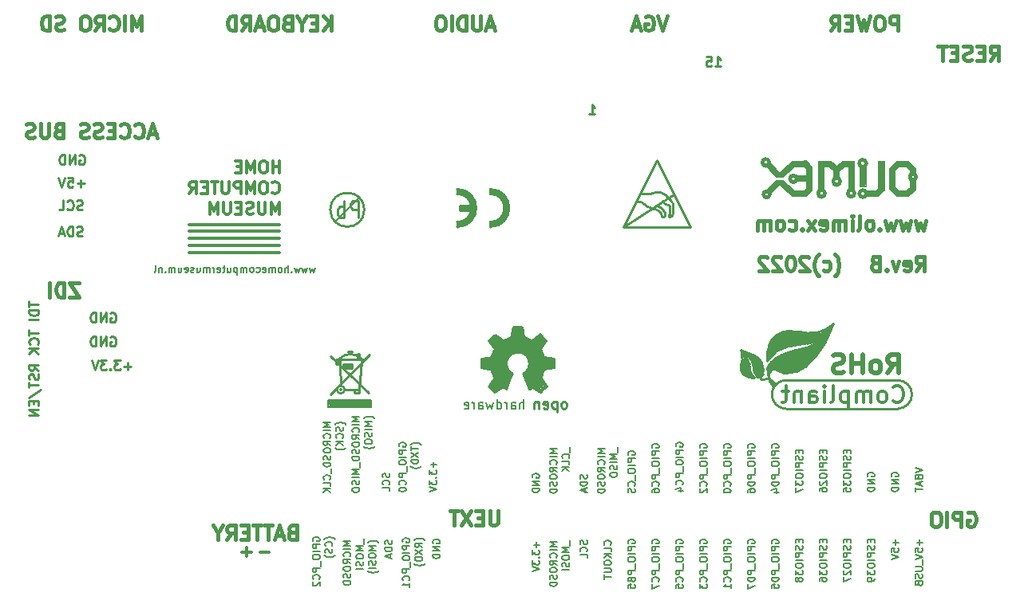
<source format=gbr>
G04 #@! TF.GenerationSoftware,KiCad,Pcbnew,5.1.0-rc2-unknown-036be7d~80~ubuntu16.04.1*
G04 #@! TF.CreationDate,2022-12-16T15:04:29+02:00*
G04 #@! TF.ProjectId,AgonLight2_Rev_B,41676f6e-4c69-4676-9874-325f5265765f,rev?*
G04 #@! TF.SameCoordinates,Original*
G04 #@! TF.FileFunction,Legend,Bot*
G04 #@! TF.FilePolarity,Positive*
%FSLAX46Y46*%
G04 Gerber Fmt 4.6, Leading zero omitted, Abs format (unit mm)*
G04 Created by KiCad (PCBNEW 5.1.0-rc2-unknown-036be7d~80~ubuntu16.04.1) date 2022-12-16 15:04:29*
%MOMM*%
%LPD*%
G04 APERTURE LIST*
%ADD10C,0.381000*%
%ADD11C,0.254000*%
%ADD12C,0.190500*%
%ADD13C,0.317500*%
%ADD14C,0.152400*%
%ADD15C,0.100000*%
%ADD16C,0.700000*%
%ADD17C,0.400000*%
%ADD18C,0.500000*%
%ADD19C,0.508000*%
%ADD20C,0.127000*%
%ADD21C,0.150000*%
%ADD22C,0.200000*%
%ADD23C,0.370000*%
%ADD24C,1.000000*%
%ADD25C,0.380000*%
%ADD26C,0.420000*%
%ADD27C,0.300000*%
%ADD28C,0.350000*%
%ADD29C,0.180000*%
G04 APERTURE END LIST*
D10*
X150737207Y-141732000D02*
X150882350Y-141659428D01*
X151100064Y-141659428D01*
X151317778Y-141732000D01*
X151462921Y-141877142D01*
X151535492Y-142022285D01*
X151608064Y-142312571D01*
X151608064Y-142530285D01*
X151535492Y-142820571D01*
X151462921Y-142965714D01*
X151317778Y-143110857D01*
X151100064Y-143183428D01*
X150954921Y-143183428D01*
X150737207Y-143110857D01*
X150664635Y-143038285D01*
X150664635Y-142530285D01*
X150954921Y-142530285D01*
X150011492Y-143183428D02*
X150011492Y-141659428D01*
X149430921Y-141659428D01*
X149285778Y-141732000D01*
X149213207Y-141804571D01*
X149140635Y-141949714D01*
X149140635Y-142167428D01*
X149213207Y-142312571D01*
X149285778Y-142385142D01*
X149430921Y-142457714D01*
X150011492Y-142457714D01*
X148487492Y-143183428D02*
X148487492Y-141659428D01*
X147471492Y-141659428D02*
X147181207Y-141659428D01*
X147036064Y-141732000D01*
X146890921Y-141877142D01*
X146818350Y-142167428D01*
X146818350Y-142675428D01*
X146890921Y-142965714D01*
X147036064Y-143110857D01*
X147181207Y-143183428D01*
X147471492Y-143183428D01*
X147616635Y-143110857D01*
X147761778Y-142965714D01*
X147834350Y-142675428D01*
X147834350Y-142167428D01*
X147761778Y-141877142D01*
X147616635Y-141732000D01*
X147471492Y-141659428D01*
X64613064Y-101473000D02*
X63887350Y-101473000D01*
X64758207Y-101908428D02*
X64250207Y-100384428D01*
X63742207Y-101908428D01*
X62363350Y-101763285D02*
X62435921Y-101835857D01*
X62653635Y-101908428D01*
X62798778Y-101908428D01*
X63016492Y-101835857D01*
X63161635Y-101690714D01*
X63234207Y-101545571D01*
X63306778Y-101255285D01*
X63306778Y-101037571D01*
X63234207Y-100747285D01*
X63161635Y-100602142D01*
X63016492Y-100457000D01*
X62798778Y-100384428D01*
X62653635Y-100384428D01*
X62435921Y-100457000D01*
X62363350Y-100529571D01*
X60839350Y-101763285D02*
X60911921Y-101835857D01*
X61129635Y-101908428D01*
X61274778Y-101908428D01*
X61492492Y-101835857D01*
X61637635Y-101690714D01*
X61710207Y-101545571D01*
X61782778Y-101255285D01*
X61782778Y-101037571D01*
X61710207Y-100747285D01*
X61637635Y-100602142D01*
X61492492Y-100457000D01*
X61274778Y-100384428D01*
X61129635Y-100384428D01*
X60911921Y-100457000D01*
X60839350Y-100529571D01*
X60186207Y-101110142D02*
X59678207Y-101110142D01*
X59460492Y-101908428D02*
X60186207Y-101908428D01*
X60186207Y-100384428D01*
X59460492Y-100384428D01*
X58879921Y-101835857D02*
X58662207Y-101908428D01*
X58299350Y-101908428D01*
X58154207Y-101835857D01*
X58081635Y-101763285D01*
X58009064Y-101618142D01*
X58009064Y-101473000D01*
X58081635Y-101327857D01*
X58154207Y-101255285D01*
X58299350Y-101182714D01*
X58589635Y-101110142D01*
X58734778Y-101037571D01*
X58807350Y-100965000D01*
X58879921Y-100819857D01*
X58879921Y-100674714D01*
X58807350Y-100529571D01*
X58734778Y-100457000D01*
X58589635Y-100384428D01*
X58226778Y-100384428D01*
X58009064Y-100457000D01*
X57428492Y-101835857D02*
X57210778Y-101908428D01*
X56847921Y-101908428D01*
X56702778Y-101835857D01*
X56630207Y-101763285D01*
X56557635Y-101618142D01*
X56557635Y-101473000D01*
X56630207Y-101327857D01*
X56702778Y-101255285D01*
X56847921Y-101182714D01*
X57138207Y-101110142D01*
X57283350Y-101037571D01*
X57355921Y-100965000D01*
X57428492Y-100819857D01*
X57428492Y-100674714D01*
X57355921Y-100529571D01*
X57283350Y-100457000D01*
X57138207Y-100384428D01*
X56775350Y-100384428D01*
X56557635Y-100457000D01*
X54235350Y-101110142D02*
X54017635Y-101182714D01*
X53945064Y-101255285D01*
X53872492Y-101400428D01*
X53872492Y-101618142D01*
X53945064Y-101763285D01*
X54017635Y-101835857D01*
X54162778Y-101908428D01*
X54743350Y-101908428D01*
X54743350Y-100384428D01*
X54235350Y-100384428D01*
X54090207Y-100457000D01*
X54017635Y-100529571D01*
X53945064Y-100674714D01*
X53945064Y-100819857D01*
X54017635Y-100965000D01*
X54090207Y-101037571D01*
X54235350Y-101110142D01*
X54743350Y-101110142D01*
X53219350Y-100384428D02*
X53219350Y-101618142D01*
X53146778Y-101763285D01*
X53074207Y-101835857D01*
X52929064Y-101908428D01*
X52638778Y-101908428D01*
X52493635Y-101835857D01*
X52421064Y-101763285D01*
X52348492Y-101618142D01*
X52348492Y-100384428D01*
X51695350Y-101835857D02*
X51477635Y-101908428D01*
X51114778Y-101908428D01*
X50969635Y-101835857D01*
X50897064Y-101763285D01*
X50824492Y-101618142D01*
X50824492Y-101473000D01*
X50897064Y-101327857D01*
X50969635Y-101255285D01*
X51114778Y-101182714D01*
X51405064Y-101110142D01*
X51550207Y-101037571D01*
X51622778Y-100965000D01*
X51695350Y-100819857D01*
X51695350Y-100674714D01*
X51622778Y-100529571D01*
X51550207Y-100457000D01*
X51405064Y-100384428D01*
X51042207Y-100384428D01*
X50824492Y-100457000D01*
X56430635Y-117275428D02*
X55414635Y-117275428D01*
X56430635Y-118799428D01*
X55414635Y-118799428D01*
X54834064Y-118799428D02*
X54834064Y-117275428D01*
X54471207Y-117275428D01*
X54253492Y-117348000D01*
X54108350Y-117493142D01*
X54035778Y-117638285D01*
X53963207Y-117928571D01*
X53963207Y-118146285D01*
X54035778Y-118436571D01*
X54108350Y-118581714D01*
X54253492Y-118726857D01*
X54471207Y-118799428D01*
X54834064Y-118799428D01*
X53310064Y-118799428D02*
X53310064Y-117275428D01*
X79018492Y-143782142D02*
X78800778Y-143854714D01*
X78728207Y-143927285D01*
X78655635Y-144072428D01*
X78655635Y-144290142D01*
X78728207Y-144435285D01*
X78800778Y-144507857D01*
X78945921Y-144580428D01*
X79526492Y-144580428D01*
X79526492Y-143056428D01*
X79018492Y-143056428D01*
X78873350Y-143129000D01*
X78800778Y-143201571D01*
X78728207Y-143346714D01*
X78728207Y-143491857D01*
X78800778Y-143637000D01*
X78873350Y-143709571D01*
X79018492Y-143782142D01*
X79526492Y-143782142D01*
X78075064Y-144145000D02*
X77349350Y-144145000D01*
X78220207Y-144580428D02*
X77712207Y-143056428D01*
X77204207Y-144580428D01*
X76913921Y-143056428D02*
X76043064Y-143056428D01*
X76478492Y-144580428D02*
X76478492Y-143056428D01*
X75752778Y-143056428D02*
X74881921Y-143056428D01*
X75317350Y-144580428D02*
X75317350Y-143056428D01*
X74373921Y-143782142D02*
X73865921Y-143782142D01*
X73648207Y-144580428D02*
X74373921Y-144580428D01*
X74373921Y-143056428D01*
X73648207Y-143056428D01*
X72124207Y-144580428D02*
X72632207Y-143854714D01*
X72995064Y-144580428D02*
X72995064Y-143056428D01*
X72414492Y-143056428D01*
X72269350Y-143129000D01*
X72196778Y-143201571D01*
X72124207Y-143346714D01*
X72124207Y-143564428D01*
X72196778Y-143709571D01*
X72269350Y-143782142D01*
X72414492Y-143854714D01*
X72995064Y-143854714D01*
X71180778Y-143854714D02*
X71180778Y-144580428D01*
X71688778Y-143056428D02*
X71180778Y-143854714D01*
X70672778Y-143056428D01*
X100862492Y-141532428D02*
X100862492Y-142766142D01*
X100789921Y-142911285D01*
X100717350Y-142983857D01*
X100572207Y-143056428D01*
X100281921Y-143056428D01*
X100136778Y-142983857D01*
X100064207Y-142911285D01*
X99991635Y-142766142D01*
X99991635Y-141532428D01*
X99265921Y-142258142D02*
X98757921Y-142258142D01*
X98540207Y-143056428D02*
X99265921Y-143056428D01*
X99265921Y-141532428D01*
X98540207Y-141532428D01*
X98032207Y-141532428D02*
X97016207Y-143056428D01*
X97016207Y-141532428D02*
X98032207Y-143056428D01*
X96653350Y-141532428D02*
X95782492Y-141532428D01*
X96217921Y-143056428D02*
X96217921Y-141532428D01*
X63016492Y-90478428D02*
X63016492Y-88954428D01*
X62508492Y-90043000D01*
X62000492Y-88954428D01*
X62000492Y-90478428D01*
X61274778Y-90478428D02*
X61274778Y-88954428D01*
X59678207Y-90333285D02*
X59750778Y-90405857D01*
X59968492Y-90478428D01*
X60113635Y-90478428D01*
X60331350Y-90405857D01*
X60476492Y-90260714D01*
X60549064Y-90115571D01*
X60621635Y-89825285D01*
X60621635Y-89607571D01*
X60549064Y-89317285D01*
X60476492Y-89172142D01*
X60331350Y-89027000D01*
X60113635Y-88954428D01*
X59968492Y-88954428D01*
X59750778Y-89027000D01*
X59678207Y-89099571D01*
X58154207Y-90478428D02*
X58662207Y-89752714D01*
X59025064Y-90478428D02*
X59025064Y-88954428D01*
X58444492Y-88954428D01*
X58299350Y-89027000D01*
X58226778Y-89099571D01*
X58154207Y-89244714D01*
X58154207Y-89462428D01*
X58226778Y-89607571D01*
X58299350Y-89680142D01*
X58444492Y-89752714D01*
X59025064Y-89752714D01*
X57210778Y-88954428D02*
X56920492Y-88954428D01*
X56775350Y-89027000D01*
X56630207Y-89172142D01*
X56557635Y-89462428D01*
X56557635Y-89970428D01*
X56630207Y-90260714D01*
X56775350Y-90405857D01*
X56920492Y-90478428D01*
X57210778Y-90478428D01*
X57355921Y-90405857D01*
X57501064Y-90260714D01*
X57573635Y-89970428D01*
X57573635Y-89462428D01*
X57501064Y-89172142D01*
X57355921Y-89027000D01*
X57210778Y-88954428D01*
X54815921Y-90405857D02*
X54598207Y-90478428D01*
X54235350Y-90478428D01*
X54090207Y-90405857D01*
X54017635Y-90333285D01*
X53945064Y-90188142D01*
X53945064Y-90043000D01*
X54017635Y-89897857D01*
X54090207Y-89825285D01*
X54235350Y-89752714D01*
X54525635Y-89680142D01*
X54670778Y-89607571D01*
X54743350Y-89535000D01*
X54815921Y-89389857D01*
X54815921Y-89244714D01*
X54743350Y-89099571D01*
X54670778Y-89027000D01*
X54525635Y-88954428D01*
X54162778Y-88954428D01*
X53945064Y-89027000D01*
X53291921Y-90478428D02*
X53291921Y-88954428D01*
X52929064Y-88954428D01*
X52711350Y-89027000D01*
X52566207Y-89172142D01*
X52493635Y-89317285D01*
X52421064Y-89607571D01*
X52421064Y-89825285D01*
X52493635Y-90115571D01*
X52566207Y-90260714D01*
X52711350Y-90405857D01*
X52929064Y-90478428D01*
X53291921Y-90478428D01*
X83209492Y-90478428D02*
X83209492Y-88954428D01*
X82338635Y-90478428D02*
X82991778Y-89607571D01*
X82338635Y-88954428D02*
X83209492Y-89825285D01*
X81685492Y-89680142D02*
X81177492Y-89680142D01*
X80959778Y-90478428D02*
X81685492Y-90478428D01*
X81685492Y-88954428D01*
X80959778Y-88954428D01*
X80016350Y-89752714D02*
X80016350Y-90478428D01*
X80524350Y-88954428D02*
X80016350Y-89752714D01*
X79508350Y-88954428D01*
X78492350Y-89680142D02*
X78274635Y-89752714D01*
X78202064Y-89825285D01*
X78129492Y-89970428D01*
X78129492Y-90188142D01*
X78202064Y-90333285D01*
X78274635Y-90405857D01*
X78419778Y-90478428D01*
X79000350Y-90478428D01*
X79000350Y-88954428D01*
X78492350Y-88954428D01*
X78347207Y-89027000D01*
X78274635Y-89099571D01*
X78202064Y-89244714D01*
X78202064Y-89389857D01*
X78274635Y-89535000D01*
X78347207Y-89607571D01*
X78492350Y-89680142D01*
X79000350Y-89680142D01*
X77186064Y-88954428D02*
X76895778Y-88954428D01*
X76750635Y-89027000D01*
X76605492Y-89172142D01*
X76532921Y-89462428D01*
X76532921Y-89970428D01*
X76605492Y-90260714D01*
X76750635Y-90405857D01*
X76895778Y-90478428D01*
X77186064Y-90478428D01*
X77331207Y-90405857D01*
X77476350Y-90260714D01*
X77548921Y-89970428D01*
X77548921Y-89462428D01*
X77476350Y-89172142D01*
X77331207Y-89027000D01*
X77186064Y-88954428D01*
X75952350Y-90043000D02*
X75226635Y-90043000D01*
X76097492Y-90478428D02*
X75589492Y-88954428D01*
X75081492Y-90478428D01*
X73702635Y-90478428D02*
X74210635Y-89752714D01*
X74573492Y-90478428D02*
X74573492Y-88954428D01*
X73992921Y-88954428D01*
X73847778Y-89027000D01*
X73775207Y-89099571D01*
X73702635Y-89244714D01*
X73702635Y-89462428D01*
X73775207Y-89607571D01*
X73847778Y-89680142D01*
X73992921Y-89752714D01*
X74573492Y-89752714D01*
X73049492Y-90478428D02*
X73049492Y-88954428D01*
X72686635Y-88954428D01*
X72468921Y-89027000D01*
X72323778Y-89172142D01*
X72251207Y-89317285D01*
X72178635Y-89607571D01*
X72178635Y-89825285D01*
X72251207Y-90115571D01*
X72323778Y-90260714D01*
X72468921Y-90405857D01*
X72686635Y-90478428D01*
X73049492Y-90478428D01*
X100427064Y-90043000D02*
X99701350Y-90043000D01*
X100572207Y-90478428D02*
X100064207Y-88954428D01*
X99556207Y-90478428D01*
X99048207Y-88954428D02*
X99048207Y-90188142D01*
X98975635Y-90333285D01*
X98903064Y-90405857D01*
X98757921Y-90478428D01*
X98467635Y-90478428D01*
X98322492Y-90405857D01*
X98249921Y-90333285D01*
X98177350Y-90188142D01*
X98177350Y-88954428D01*
X97451635Y-90478428D02*
X97451635Y-88954428D01*
X97088778Y-88954428D01*
X96871064Y-89027000D01*
X96725921Y-89172142D01*
X96653350Y-89317285D01*
X96580778Y-89607571D01*
X96580778Y-89825285D01*
X96653350Y-90115571D01*
X96725921Y-90260714D01*
X96871064Y-90405857D01*
X97088778Y-90478428D01*
X97451635Y-90478428D01*
X95927635Y-90478428D02*
X95927635Y-88954428D01*
X94911635Y-88954428D02*
X94621350Y-88954428D01*
X94476207Y-89027000D01*
X94331064Y-89172142D01*
X94258492Y-89462428D01*
X94258492Y-89970428D01*
X94331064Y-90260714D01*
X94476207Y-90405857D01*
X94621350Y-90478428D01*
X94911635Y-90478428D01*
X95056778Y-90405857D01*
X95201921Y-90260714D01*
X95274492Y-89970428D01*
X95274492Y-89462428D01*
X95201921Y-89172142D01*
X95056778Y-89027000D01*
X94911635Y-88954428D01*
X118860207Y-88954428D02*
X118352207Y-90478428D01*
X117844207Y-88954428D01*
X116537921Y-89027000D02*
X116683064Y-88954428D01*
X116900778Y-88954428D01*
X117118492Y-89027000D01*
X117263635Y-89172142D01*
X117336207Y-89317285D01*
X117408778Y-89607571D01*
X117408778Y-89825285D01*
X117336207Y-90115571D01*
X117263635Y-90260714D01*
X117118492Y-90405857D01*
X116900778Y-90478428D01*
X116755635Y-90478428D01*
X116537921Y-90405857D01*
X116465350Y-90333285D01*
X116465350Y-89825285D01*
X116755635Y-89825285D01*
X115884778Y-90043000D02*
X115159064Y-90043000D01*
X116029921Y-90478428D02*
X115521921Y-88954428D01*
X115013921Y-90478428D01*
X143280492Y-90478428D02*
X143280492Y-88954428D01*
X142699921Y-88954428D01*
X142554778Y-89027000D01*
X142482207Y-89099571D01*
X142409635Y-89244714D01*
X142409635Y-89462428D01*
X142482207Y-89607571D01*
X142554778Y-89680142D01*
X142699921Y-89752714D01*
X143280492Y-89752714D01*
X141466207Y-88954428D02*
X141175921Y-88954428D01*
X141030778Y-89027000D01*
X140885635Y-89172142D01*
X140813064Y-89462428D01*
X140813064Y-89970428D01*
X140885635Y-90260714D01*
X141030778Y-90405857D01*
X141175921Y-90478428D01*
X141466207Y-90478428D01*
X141611350Y-90405857D01*
X141756492Y-90260714D01*
X141829064Y-89970428D01*
X141829064Y-89462428D01*
X141756492Y-89172142D01*
X141611350Y-89027000D01*
X141466207Y-88954428D01*
X140305064Y-88954428D02*
X139942207Y-90478428D01*
X139651921Y-89389857D01*
X139361635Y-90478428D01*
X138998778Y-88954428D01*
X138418207Y-89680142D02*
X137910207Y-89680142D01*
X137692492Y-90478428D02*
X138418207Y-90478428D01*
X138418207Y-88954428D01*
X137692492Y-88954428D01*
X136168492Y-90478428D02*
X136676492Y-89752714D01*
X137039350Y-90478428D02*
X137039350Y-88954428D01*
X136458778Y-88954428D01*
X136313635Y-89027000D01*
X136241064Y-89099571D01*
X136168492Y-89244714D01*
X136168492Y-89462428D01*
X136241064Y-89607571D01*
X136313635Y-89680142D01*
X136458778Y-89752714D01*
X137039350Y-89752714D01*
X153077635Y-93653428D02*
X153585635Y-92927714D01*
X153948492Y-93653428D02*
X153948492Y-92129428D01*
X153367921Y-92129428D01*
X153222778Y-92202000D01*
X153150207Y-92274571D01*
X153077635Y-92419714D01*
X153077635Y-92637428D01*
X153150207Y-92782571D01*
X153222778Y-92855142D01*
X153367921Y-92927714D01*
X153948492Y-92927714D01*
X152424492Y-92855142D02*
X151916492Y-92855142D01*
X151698778Y-93653428D02*
X152424492Y-93653428D01*
X152424492Y-92129428D01*
X151698778Y-92129428D01*
X151118207Y-93580857D02*
X150900492Y-93653428D01*
X150537635Y-93653428D01*
X150392492Y-93580857D01*
X150319921Y-93508285D01*
X150247350Y-93363142D01*
X150247350Y-93218000D01*
X150319921Y-93072857D01*
X150392492Y-93000285D01*
X150537635Y-92927714D01*
X150827921Y-92855142D01*
X150973064Y-92782571D01*
X151045635Y-92710000D01*
X151118207Y-92564857D01*
X151118207Y-92419714D01*
X151045635Y-92274571D01*
X150973064Y-92202000D01*
X150827921Y-92129428D01*
X150465064Y-92129428D01*
X150247350Y-92202000D01*
X149594207Y-92855142D02*
X149086207Y-92855142D01*
X148868492Y-93653428D02*
X149594207Y-93653428D01*
X149594207Y-92129428D01*
X148868492Y-92129428D01*
X148433064Y-92129428D02*
X147562207Y-92129428D01*
X147997635Y-93653428D02*
X147997635Y-92129428D01*
D11*
X123901804Y-94312619D02*
X124482376Y-94312619D01*
X124192090Y-94312619D02*
X124192090Y-93296619D01*
X124288852Y-93441761D01*
X124385614Y-93538523D01*
X124482376Y-93586904D01*
X122982566Y-93296619D02*
X123466376Y-93296619D01*
X123514757Y-93780428D01*
X123466376Y-93732047D01*
X123369614Y-93683666D01*
X123127709Y-93683666D01*
X123030947Y-93732047D01*
X122982566Y-93780428D01*
X122934185Y-93877190D01*
X122934185Y-94119095D01*
X122982566Y-94215857D01*
X123030947Y-94264238D01*
X123127709Y-94312619D01*
X123369614Y-94312619D01*
X123466376Y-94264238D01*
X123514757Y-94215857D01*
X110566804Y-99392619D02*
X111147376Y-99392619D01*
X110857090Y-99392619D02*
X110857090Y-98376619D01*
X110953852Y-98521761D01*
X111050614Y-98618523D01*
X111147376Y-98666904D01*
D12*
X145124714Y-136975396D02*
X145886714Y-137229396D01*
X145124714Y-137483396D01*
X145487571Y-137991396D02*
X145523857Y-138100253D01*
X145560142Y-138136539D01*
X145632714Y-138172825D01*
X145741571Y-138172825D01*
X145814142Y-138136539D01*
X145850428Y-138100253D01*
X145886714Y-138027682D01*
X145886714Y-137737396D01*
X145124714Y-137737396D01*
X145124714Y-137991396D01*
X145161000Y-138063967D01*
X145197285Y-138100253D01*
X145269857Y-138136539D01*
X145342428Y-138136539D01*
X145415000Y-138100253D01*
X145451285Y-138063967D01*
X145487571Y-137991396D01*
X145487571Y-137737396D01*
X145669000Y-138463110D02*
X145669000Y-138825967D01*
X145886714Y-138390539D02*
X145124714Y-138644539D01*
X145886714Y-138898539D01*
X145124714Y-139043682D02*
X145124714Y-139479110D01*
X145886714Y-139261396D02*
X145124714Y-139261396D01*
X142621000Y-137864396D02*
X142584714Y-137791825D01*
X142584714Y-137682967D01*
X142621000Y-137574110D01*
X142693571Y-137501539D01*
X142766142Y-137465253D01*
X142911285Y-137428967D01*
X143020142Y-137428967D01*
X143165285Y-137465253D01*
X143237857Y-137501539D01*
X143310428Y-137574110D01*
X143346714Y-137682967D01*
X143346714Y-137755539D01*
X143310428Y-137864396D01*
X143274142Y-137900682D01*
X143020142Y-137900682D01*
X143020142Y-137755539D01*
X143346714Y-138227253D02*
X142584714Y-138227253D01*
X143346714Y-138662682D01*
X142584714Y-138662682D01*
X143346714Y-139025539D02*
X142584714Y-139025539D01*
X142584714Y-139206967D01*
X142621000Y-139315825D01*
X142693571Y-139388396D01*
X142766142Y-139424682D01*
X142911285Y-139460967D01*
X143020142Y-139460967D01*
X143165285Y-139424682D01*
X143237857Y-139388396D01*
X143310428Y-139315825D01*
X143346714Y-139206967D01*
X143346714Y-139025539D01*
X140081000Y-137864396D02*
X140044714Y-137791825D01*
X140044714Y-137682967D01*
X140081000Y-137574110D01*
X140153571Y-137501539D01*
X140226142Y-137465253D01*
X140371285Y-137428967D01*
X140480142Y-137428967D01*
X140625285Y-137465253D01*
X140697857Y-137501539D01*
X140770428Y-137574110D01*
X140806714Y-137682967D01*
X140806714Y-137755539D01*
X140770428Y-137864396D01*
X140734142Y-137900682D01*
X140480142Y-137900682D01*
X140480142Y-137755539D01*
X140806714Y-138227253D02*
X140044714Y-138227253D01*
X140806714Y-138662682D01*
X140044714Y-138662682D01*
X140806714Y-139025539D02*
X140044714Y-139025539D01*
X140044714Y-139206967D01*
X140081000Y-139315825D01*
X140153571Y-139388396D01*
X140226142Y-139424682D01*
X140371285Y-139460967D01*
X140480142Y-139460967D01*
X140625285Y-139424682D01*
X140697857Y-139388396D01*
X140770428Y-139315825D01*
X140806714Y-139206967D01*
X140806714Y-139025539D01*
X137867571Y-135052253D02*
X137867571Y-135306253D01*
X138266714Y-135415110D02*
X138266714Y-135052253D01*
X137504714Y-135052253D01*
X137504714Y-135415110D01*
X138230428Y-135705396D02*
X138266714Y-135814253D01*
X138266714Y-135995682D01*
X138230428Y-136068253D01*
X138194142Y-136104539D01*
X138121571Y-136140825D01*
X138049000Y-136140825D01*
X137976428Y-136104539D01*
X137940142Y-136068253D01*
X137903857Y-135995682D01*
X137867571Y-135850539D01*
X137831285Y-135777967D01*
X137795000Y-135741682D01*
X137722428Y-135705396D01*
X137649857Y-135705396D01*
X137577285Y-135741682D01*
X137541000Y-135777967D01*
X137504714Y-135850539D01*
X137504714Y-136031967D01*
X137541000Y-136140825D01*
X138266714Y-136467396D02*
X137504714Y-136467396D01*
X137504714Y-136757682D01*
X137541000Y-136830253D01*
X137577285Y-136866539D01*
X137649857Y-136902825D01*
X137758714Y-136902825D01*
X137831285Y-136866539D01*
X137867571Y-136830253D01*
X137903857Y-136757682D01*
X137903857Y-136467396D01*
X138266714Y-137229396D02*
X137504714Y-137229396D01*
X137504714Y-137737396D02*
X137504714Y-137882539D01*
X137541000Y-137955110D01*
X137613571Y-138027682D01*
X137758714Y-138063967D01*
X138012714Y-138063967D01*
X138157857Y-138027682D01*
X138230428Y-137955110D01*
X138266714Y-137882539D01*
X138266714Y-137737396D01*
X138230428Y-137664825D01*
X138157857Y-137592253D01*
X138012714Y-137555967D01*
X137758714Y-137555967D01*
X137613571Y-137592253D01*
X137541000Y-137664825D01*
X137504714Y-137737396D01*
X137504714Y-138317967D02*
X137504714Y-138789682D01*
X137795000Y-138535682D01*
X137795000Y-138644539D01*
X137831285Y-138717110D01*
X137867571Y-138753396D01*
X137940142Y-138789682D01*
X138121571Y-138789682D01*
X138194142Y-138753396D01*
X138230428Y-138717110D01*
X138266714Y-138644539D01*
X138266714Y-138426825D01*
X138230428Y-138354253D01*
X138194142Y-138317967D01*
X137504714Y-139479110D02*
X137504714Y-139116253D01*
X137867571Y-139079967D01*
X137831285Y-139116253D01*
X137795000Y-139188825D01*
X137795000Y-139370253D01*
X137831285Y-139442825D01*
X137867571Y-139479110D01*
X137940142Y-139515396D01*
X138121571Y-139515396D01*
X138194142Y-139479110D01*
X138230428Y-139442825D01*
X138266714Y-139370253D01*
X138266714Y-139188825D01*
X138230428Y-139116253D01*
X138194142Y-139079967D01*
X135327571Y-135052253D02*
X135327571Y-135306253D01*
X135726714Y-135415110D02*
X135726714Y-135052253D01*
X134964714Y-135052253D01*
X134964714Y-135415110D01*
X135690428Y-135705396D02*
X135726714Y-135814253D01*
X135726714Y-135995682D01*
X135690428Y-136068253D01*
X135654142Y-136104539D01*
X135581571Y-136140825D01*
X135509000Y-136140825D01*
X135436428Y-136104539D01*
X135400142Y-136068253D01*
X135363857Y-135995682D01*
X135327571Y-135850539D01*
X135291285Y-135777967D01*
X135255000Y-135741682D01*
X135182428Y-135705396D01*
X135109857Y-135705396D01*
X135037285Y-135741682D01*
X135001000Y-135777967D01*
X134964714Y-135850539D01*
X134964714Y-136031967D01*
X135001000Y-136140825D01*
X135726714Y-136467396D02*
X134964714Y-136467396D01*
X134964714Y-136757682D01*
X135001000Y-136830253D01*
X135037285Y-136866539D01*
X135109857Y-136902825D01*
X135218714Y-136902825D01*
X135291285Y-136866539D01*
X135327571Y-136830253D01*
X135363857Y-136757682D01*
X135363857Y-136467396D01*
X135726714Y-137229396D02*
X134964714Y-137229396D01*
X134964714Y-137737396D02*
X134964714Y-137882539D01*
X135001000Y-137955110D01*
X135073571Y-138027682D01*
X135218714Y-138063967D01*
X135472714Y-138063967D01*
X135617857Y-138027682D01*
X135690428Y-137955110D01*
X135726714Y-137882539D01*
X135726714Y-137737396D01*
X135690428Y-137664825D01*
X135617857Y-137592253D01*
X135472714Y-137555967D01*
X135218714Y-137555967D01*
X135073571Y-137592253D01*
X135001000Y-137664825D01*
X134964714Y-137737396D01*
X135037285Y-138354253D02*
X135001000Y-138390539D01*
X134964714Y-138463110D01*
X134964714Y-138644539D01*
X135001000Y-138717110D01*
X135037285Y-138753396D01*
X135109857Y-138789682D01*
X135182428Y-138789682D01*
X135291285Y-138753396D01*
X135726714Y-138317967D01*
X135726714Y-138789682D01*
X134964714Y-139442825D02*
X134964714Y-139297682D01*
X135001000Y-139225110D01*
X135037285Y-139188825D01*
X135146142Y-139116253D01*
X135291285Y-139079967D01*
X135581571Y-139079967D01*
X135654142Y-139116253D01*
X135690428Y-139152539D01*
X135726714Y-139225110D01*
X135726714Y-139370253D01*
X135690428Y-139442825D01*
X135654142Y-139479110D01*
X135581571Y-139515396D01*
X135400142Y-139515396D01*
X135327571Y-139479110D01*
X135291285Y-139442825D01*
X135255000Y-139370253D01*
X135255000Y-139225110D01*
X135291285Y-139152539D01*
X135327571Y-139116253D01*
X135400142Y-139079967D01*
X132787571Y-135052253D02*
X132787571Y-135306253D01*
X133186714Y-135415110D02*
X133186714Y-135052253D01*
X132424714Y-135052253D01*
X132424714Y-135415110D01*
X133150428Y-135705396D02*
X133186714Y-135814253D01*
X133186714Y-135995682D01*
X133150428Y-136068253D01*
X133114142Y-136104539D01*
X133041571Y-136140825D01*
X132969000Y-136140825D01*
X132896428Y-136104539D01*
X132860142Y-136068253D01*
X132823857Y-135995682D01*
X132787571Y-135850539D01*
X132751285Y-135777967D01*
X132715000Y-135741682D01*
X132642428Y-135705396D01*
X132569857Y-135705396D01*
X132497285Y-135741682D01*
X132461000Y-135777967D01*
X132424714Y-135850539D01*
X132424714Y-136031967D01*
X132461000Y-136140825D01*
X133186714Y-136467396D02*
X132424714Y-136467396D01*
X132424714Y-136757682D01*
X132461000Y-136830253D01*
X132497285Y-136866539D01*
X132569857Y-136902825D01*
X132678714Y-136902825D01*
X132751285Y-136866539D01*
X132787571Y-136830253D01*
X132823857Y-136757682D01*
X132823857Y-136467396D01*
X133186714Y-137229396D02*
X132424714Y-137229396D01*
X132424714Y-137737396D02*
X132424714Y-137882539D01*
X132461000Y-137955110D01*
X132533571Y-138027682D01*
X132678714Y-138063967D01*
X132932714Y-138063967D01*
X133077857Y-138027682D01*
X133150428Y-137955110D01*
X133186714Y-137882539D01*
X133186714Y-137737396D01*
X133150428Y-137664825D01*
X133077857Y-137592253D01*
X132932714Y-137555967D01*
X132678714Y-137555967D01*
X132533571Y-137592253D01*
X132461000Y-137664825D01*
X132424714Y-137737396D01*
X132424714Y-138317967D02*
X132424714Y-138789682D01*
X132715000Y-138535682D01*
X132715000Y-138644539D01*
X132751285Y-138717110D01*
X132787571Y-138753396D01*
X132860142Y-138789682D01*
X133041571Y-138789682D01*
X133114142Y-138753396D01*
X133150428Y-138717110D01*
X133186714Y-138644539D01*
X133186714Y-138426825D01*
X133150428Y-138354253D01*
X133114142Y-138317967D01*
X132424714Y-139043682D02*
X132424714Y-139551682D01*
X133186714Y-139225110D01*
X129921000Y-134816396D02*
X129884714Y-134743825D01*
X129884714Y-134634967D01*
X129921000Y-134526110D01*
X129993571Y-134453539D01*
X130066142Y-134417253D01*
X130211285Y-134380967D01*
X130320142Y-134380967D01*
X130465285Y-134417253D01*
X130537857Y-134453539D01*
X130610428Y-134526110D01*
X130646714Y-134634967D01*
X130646714Y-134707539D01*
X130610428Y-134816396D01*
X130574142Y-134852682D01*
X130320142Y-134852682D01*
X130320142Y-134707539D01*
X130646714Y-135179253D02*
X129884714Y-135179253D01*
X129884714Y-135469539D01*
X129921000Y-135542110D01*
X129957285Y-135578396D01*
X130029857Y-135614682D01*
X130138714Y-135614682D01*
X130211285Y-135578396D01*
X130247571Y-135542110D01*
X130283857Y-135469539D01*
X130283857Y-135179253D01*
X130646714Y-135941253D02*
X129884714Y-135941253D01*
X129884714Y-136449253D02*
X129884714Y-136594396D01*
X129921000Y-136666967D01*
X129993571Y-136739539D01*
X130138714Y-136775825D01*
X130392714Y-136775825D01*
X130537857Y-136739539D01*
X130610428Y-136666967D01*
X130646714Y-136594396D01*
X130646714Y-136449253D01*
X130610428Y-136376682D01*
X130537857Y-136304110D01*
X130392714Y-136267825D01*
X130138714Y-136267825D01*
X129993571Y-136304110D01*
X129921000Y-136376682D01*
X129884714Y-136449253D01*
X130719285Y-136920967D02*
X130719285Y-137501539D01*
X130646714Y-137682967D02*
X129884714Y-137682967D01*
X129884714Y-137973253D01*
X129921000Y-138045825D01*
X129957285Y-138082110D01*
X130029857Y-138118396D01*
X130138714Y-138118396D01*
X130211285Y-138082110D01*
X130247571Y-138045825D01*
X130283857Y-137973253D01*
X130283857Y-137682967D01*
X130646714Y-138444967D02*
X129884714Y-138444967D01*
X129884714Y-138626396D01*
X129921000Y-138735253D01*
X129993571Y-138807825D01*
X130066142Y-138844110D01*
X130211285Y-138880396D01*
X130320142Y-138880396D01*
X130465285Y-138844110D01*
X130537857Y-138807825D01*
X130610428Y-138735253D01*
X130646714Y-138626396D01*
X130646714Y-138444967D01*
X130138714Y-139533539D02*
X130646714Y-139533539D01*
X129848428Y-139352110D02*
X130392714Y-139170682D01*
X130392714Y-139642396D01*
X127381000Y-134816396D02*
X127344714Y-134743825D01*
X127344714Y-134634967D01*
X127381000Y-134526110D01*
X127453571Y-134453539D01*
X127526142Y-134417253D01*
X127671285Y-134380967D01*
X127780142Y-134380967D01*
X127925285Y-134417253D01*
X127997857Y-134453539D01*
X128070428Y-134526110D01*
X128106714Y-134634967D01*
X128106714Y-134707539D01*
X128070428Y-134816396D01*
X128034142Y-134852682D01*
X127780142Y-134852682D01*
X127780142Y-134707539D01*
X128106714Y-135179253D02*
X127344714Y-135179253D01*
X127344714Y-135469539D01*
X127381000Y-135542110D01*
X127417285Y-135578396D01*
X127489857Y-135614682D01*
X127598714Y-135614682D01*
X127671285Y-135578396D01*
X127707571Y-135542110D01*
X127743857Y-135469539D01*
X127743857Y-135179253D01*
X128106714Y-135941253D02*
X127344714Y-135941253D01*
X127344714Y-136449253D02*
X127344714Y-136594396D01*
X127381000Y-136666967D01*
X127453571Y-136739539D01*
X127598714Y-136775825D01*
X127852714Y-136775825D01*
X127997857Y-136739539D01*
X128070428Y-136666967D01*
X128106714Y-136594396D01*
X128106714Y-136449253D01*
X128070428Y-136376682D01*
X127997857Y-136304110D01*
X127852714Y-136267825D01*
X127598714Y-136267825D01*
X127453571Y-136304110D01*
X127381000Y-136376682D01*
X127344714Y-136449253D01*
X128179285Y-136920967D02*
X128179285Y-137501539D01*
X128106714Y-137682967D02*
X127344714Y-137682967D01*
X127344714Y-137973253D01*
X127381000Y-138045825D01*
X127417285Y-138082110D01*
X127489857Y-138118396D01*
X127598714Y-138118396D01*
X127671285Y-138082110D01*
X127707571Y-138045825D01*
X127743857Y-137973253D01*
X127743857Y-137682967D01*
X128106714Y-138444967D02*
X127344714Y-138444967D01*
X127344714Y-138626396D01*
X127381000Y-138735253D01*
X127453571Y-138807825D01*
X127526142Y-138844110D01*
X127671285Y-138880396D01*
X127780142Y-138880396D01*
X127925285Y-138844110D01*
X127997857Y-138807825D01*
X128070428Y-138735253D01*
X128106714Y-138626396D01*
X128106714Y-138444967D01*
X127344714Y-139533539D02*
X127344714Y-139388396D01*
X127381000Y-139315825D01*
X127417285Y-139279539D01*
X127526142Y-139206967D01*
X127671285Y-139170682D01*
X127961571Y-139170682D01*
X128034142Y-139206967D01*
X128070428Y-139243253D01*
X128106714Y-139315825D01*
X128106714Y-139460967D01*
X128070428Y-139533539D01*
X128034142Y-139569825D01*
X127961571Y-139606110D01*
X127780142Y-139606110D01*
X127707571Y-139569825D01*
X127671285Y-139533539D01*
X127635000Y-139460967D01*
X127635000Y-139315825D01*
X127671285Y-139243253D01*
X127707571Y-139206967D01*
X127780142Y-139170682D01*
X124841000Y-134816396D02*
X124804714Y-134743825D01*
X124804714Y-134634967D01*
X124841000Y-134526110D01*
X124913571Y-134453539D01*
X124986142Y-134417253D01*
X125131285Y-134380967D01*
X125240142Y-134380967D01*
X125385285Y-134417253D01*
X125457857Y-134453539D01*
X125530428Y-134526110D01*
X125566714Y-134634967D01*
X125566714Y-134707539D01*
X125530428Y-134816396D01*
X125494142Y-134852682D01*
X125240142Y-134852682D01*
X125240142Y-134707539D01*
X125566714Y-135179253D02*
X124804714Y-135179253D01*
X124804714Y-135469539D01*
X124841000Y-135542110D01*
X124877285Y-135578396D01*
X124949857Y-135614682D01*
X125058714Y-135614682D01*
X125131285Y-135578396D01*
X125167571Y-135542110D01*
X125203857Y-135469539D01*
X125203857Y-135179253D01*
X125566714Y-135941253D02*
X124804714Y-135941253D01*
X124804714Y-136449253D02*
X124804714Y-136594396D01*
X124841000Y-136666967D01*
X124913571Y-136739539D01*
X125058714Y-136775825D01*
X125312714Y-136775825D01*
X125457857Y-136739539D01*
X125530428Y-136666967D01*
X125566714Y-136594396D01*
X125566714Y-136449253D01*
X125530428Y-136376682D01*
X125457857Y-136304110D01*
X125312714Y-136267825D01*
X125058714Y-136267825D01*
X124913571Y-136304110D01*
X124841000Y-136376682D01*
X124804714Y-136449253D01*
X125639285Y-136920967D02*
X125639285Y-137501539D01*
X125566714Y-137682967D02*
X124804714Y-137682967D01*
X124804714Y-137973253D01*
X124841000Y-138045825D01*
X124877285Y-138082110D01*
X124949857Y-138118396D01*
X125058714Y-138118396D01*
X125131285Y-138082110D01*
X125167571Y-138045825D01*
X125203857Y-137973253D01*
X125203857Y-137682967D01*
X125494142Y-138880396D02*
X125530428Y-138844110D01*
X125566714Y-138735253D01*
X125566714Y-138662682D01*
X125530428Y-138553825D01*
X125457857Y-138481253D01*
X125385285Y-138444967D01*
X125240142Y-138408682D01*
X125131285Y-138408682D01*
X124986142Y-138444967D01*
X124913571Y-138481253D01*
X124841000Y-138553825D01*
X124804714Y-138662682D01*
X124804714Y-138735253D01*
X124841000Y-138844110D01*
X124877285Y-138880396D01*
X124804714Y-139352110D02*
X124804714Y-139424682D01*
X124841000Y-139497253D01*
X124877285Y-139533539D01*
X124949857Y-139569825D01*
X125095000Y-139606110D01*
X125276428Y-139606110D01*
X125421571Y-139569825D01*
X125494142Y-139533539D01*
X125530428Y-139497253D01*
X125566714Y-139424682D01*
X125566714Y-139352110D01*
X125530428Y-139279539D01*
X125494142Y-139243253D01*
X125421571Y-139206967D01*
X125276428Y-139170682D01*
X125095000Y-139170682D01*
X124949857Y-139206967D01*
X124877285Y-139243253D01*
X124841000Y-139279539D01*
X124804714Y-139352110D01*
X122301000Y-134816396D02*
X122264714Y-134743825D01*
X122264714Y-134634967D01*
X122301000Y-134526110D01*
X122373571Y-134453539D01*
X122446142Y-134417253D01*
X122591285Y-134380967D01*
X122700142Y-134380967D01*
X122845285Y-134417253D01*
X122917857Y-134453539D01*
X122990428Y-134526110D01*
X123026714Y-134634967D01*
X123026714Y-134707539D01*
X122990428Y-134816396D01*
X122954142Y-134852682D01*
X122700142Y-134852682D01*
X122700142Y-134707539D01*
X123026714Y-135179253D02*
X122264714Y-135179253D01*
X122264714Y-135469539D01*
X122301000Y-135542110D01*
X122337285Y-135578396D01*
X122409857Y-135614682D01*
X122518714Y-135614682D01*
X122591285Y-135578396D01*
X122627571Y-135542110D01*
X122663857Y-135469539D01*
X122663857Y-135179253D01*
X123026714Y-135941253D02*
X122264714Y-135941253D01*
X122264714Y-136449253D02*
X122264714Y-136594396D01*
X122301000Y-136666967D01*
X122373571Y-136739539D01*
X122518714Y-136775825D01*
X122772714Y-136775825D01*
X122917857Y-136739539D01*
X122990428Y-136666967D01*
X123026714Y-136594396D01*
X123026714Y-136449253D01*
X122990428Y-136376682D01*
X122917857Y-136304110D01*
X122772714Y-136267825D01*
X122518714Y-136267825D01*
X122373571Y-136304110D01*
X122301000Y-136376682D01*
X122264714Y-136449253D01*
X123099285Y-136920967D02*
X123099285Y-137501539D01*
X123026714Y-137682967D02*
X122264714Y-137682967D01*
X122264714Y-137973253D01*
X122301000Y-138045825D01*
X122337285Y-138082110D01*
X122409857Y-138118396D01*
X122518714Y-138118396D01*
X122591285Y-138082110D01*
X122627571Y-138045825D01*
X122663857Y-137973253D01*
X122663857Y-137682967D01*
X122954142Y-138880396D02*
X122990428Y-138844110D01*
X123026714Y-138735253D01*
X123026714Y-138662682D01*
X122990428Y-138553825D01*
X122917857Y-138481253D01*
X122845285Y-138444967D01*
X122700142Y-138408682D01*
X122591285Y-138408682D01*
X122446142Y-138444967D01*
X122373571Y-138481253D01*
X122301000Y-138553825D01*
X122264714Y-138662682D01*
X122264714Y-138735253D01*
X122301000Y-138844110D01*
X122337285Y-138880396D01*
X122337285Y-139170682D02*
X122301000Y-139206967D01*
X122264714Y-139279539D01*
X122264714Y-139460967D01*
X122301000Y-139533539D01*
X122337285Y-139569825D01*
X122409857Y-139606110D01*
X122482428Y-139606110D01*
X122591285Y-139569825D01*
X123026714Y-139134396D01*
X123026714Y-139606110D01*
X119761000Y-134689396D02*
X119724714Y-134616825D01*
X119724714Y-134507967D01*
X119761000Y-134399110D01*
X119833571Y-134326539D01*
X119906142Y-134290253D01*
X120051285Y-134253967D01*
X120160142Y-134253967D01*
X120305285Y-134290253D01*
X120377857Y-134326539D01*
X120450428Y-134399110D01*
X120486714Y-134507967D01*
X120486714Y-134580539D01*
X120450428Y-134689396D01*
X120414142Y-134725682D01*
X120160142Y-134725682D01*
X120160142Y-134580539D01*
X120486714Y-135052253D02*
X119724714Y-135052253D01*
X119724714Y-135342539D01*
X119761000Y-135415110D01*
X119797285Y-135451396D01*
X119869857Y-135487682D01*
X119978714Y-135487682D01*
X120051285Y-135451396D01*
X120087571Y-135415110D01*
X120123857Y-135342539D01*
X120123857Y-135052253D01*
X120486714Y-135814253D02*
X119724714Y-135814253D01*
X119724714Y-136322253D02*
X119724714Y-136467396D01*
X119761000Y-136539967D01*
X119833571Y-136612539D01*
X119978714Y-136648825D01*
X120232714Y-136648825D01*
X120377857Y-136612539D01*
X120450428Y-136539967D01*
X120486714Y-136467396D01*
X120486714Y-136322253D01*
X120450428Y-136249682D01*
X120377857Y-136177110D01*
X120232714Y-136140825D01*
X119978714Y-136140825D01*
X119833571Y-136177110D01*
X119761000Y-136249682D01*
X119724714Y-136322253D01*
X120559285Y-136793967D02*
X120559285Y-137374539D01*
X120486714Y-137555967D02*
X119724714Y-137555967D01*
X119724714Y-137846253D01*
X119761000Y-137918825D01*
X119797285Y-137955110D01*
X119869857Y-137991396D01*
X119978714Y-137991396D01*
X120051285Y-137955110D01*
X120087571Y-137918825D01*
X120123857Y-137846253D01*
X120123857Y-137555967D01*
X120414142Y-138753396D02*
X120450428Y-138717110D01*
X120486714Y-138608253D01*
X120486714Y-138535682D01*
X120450428Y-138426825D01*
X120377857Y-138354253D01*
X120305285Y-138317967D01*
X120160142Y-138281682D01*
X120051285Y-138281682D01*
X119906142Y-138317967D01*
X119833571Y-138354253D01*
X119761000Y-138426825D01*
X119724714Y-138535682D01*
X119724714Y-138608253D01*
X119761000Y-138717110D01*
X119797285Y-138753396D01*
X119978714Y-139406539D02*
X120486714Y-139406539D01*
X119688428Y-139225110D02*
X120232714Y-139043682D01*
X120232714Y-139515396D01*
X117221000Y-134816396D02*
X117184714Y-134743825D01*
X117184714Y-134634967D01*
X117221000Y-134526110D01*
X117293571Y-134453539D01*
X117366142Y-134417253D01*
X117511285Y-134380967D01*
X117620142Y-134380967D01*
X117765285Y-134417253D01*
X117837857Y-134453539D01*
X117910428Y-134526110D01*
X117946714Y-134634967D01*
X117946714Y-134707539D01*
X117910428Y-134816396D01*
X117874142Y-134852682D01*
X117620142Y-134852682D01*
X117620142Y-134707539D01*
X117946714Y-135179253D02*
X117184714Y-135179253D01*
X117184714Y-135469539D01*
X117221000Y-135542110D01*
X117257285Y-135578396D01*
X117329857Y-135614682D01*
X117438714Y-135614682D01*
X117511285Y-135578396D01*
X117547571Y-135542110D01*
X117583857Y-135469539D01*
X117583857Y-135179253D01*
X117946714Y-135941253D02*
X117184714Y-135941253D01*
X117184714Y-136449253D02*
X117184714Y-136594396D01*
X117221000Y-136666967D01*
X117293571Y-136739539D01*
X117438714Y-136775825D01*
X117692714Y-136775825D01*
X117837857Y-136739539D01*
X117910428Y-136666967D01*
X117946714Y-136594396D01*
X117946714Y-136449253D01*
X117910428Y-136376682D01*
X117837857Y-136304110D01*
X117692714Y-136267825D01*
X117438714Y-136267825D01*
X117293571Y-136304110D01*
X117221000Y-136376682D01*
X117184714Y-136449253D01*
X118019285Y-136920967D02*
X118019285Y-137501539D01*
X117946714Y-137682967D02*
X117184714Y-137682967D01*
X117184714Y-137973253D01*
X117221000Y-138045825D01*
X117257285Y-138082110D01*
X117329857Y-138118396D01*
X117438714Y-138118396D01*
X117511285Y-138082110D01*
X117547571Y-138045825D01*
X117583857Y-137973253D01*
X117583857Y-137682967D01*
X117874142Y-138880396D02*
X117910428Y-138844110D01*
X117946714Y-138735253D01*
X117946714Y-138662682D01*
X117910428Y-138553825D01*
X117837857Y-138481253D01*
X117765285Y-138444967D01*
X117620142Y-138408682D01*
X117511285Y-138408682D01*
X117366142Y-138444967D01*
X117293571Y-138481253D01*
X117221000Y-138553825D01*
X117184714Y-138662682D01*
X117184714Y-138735253D01*
X117221000Y-138844110D01*
X117257285Y-138880396D01*
X117184714Y-139533539D02*
X117184714Y-139388396D01*
X117221000Y-139315825D01*
X117257285Y-139279539D01*
X117366142Y-139206967D01*
X117511285Y-139170682D01*
X117801571Y-139170682D01*
X117874142Y-139206967D01*
X117910428Y-139243253D01*
X117946714Y-139315825D01*
X117946714Y-139460967D01*
X117910428Y-139533539D01*
X117874142Y-139569825D01*
X117801571Y-139606110D01*
X117620142Y-139606110D01*
X117547571Y-139569825D01*
X117511285Y-139533539D01*
X117475000Y-139460967D01*
X117475000Y-139315825D01*
X117511285Y-139243253D01*
X117547571Y-139206967D01*
X117620142Y-139170682D01*
X114681000Y-135578396D02*
X114644714Y-135505825D01*
X114644714Y-135396967D01*
X114681000Y-135288110D01*
X114753571Y-135215539D01*
X114826142Y-135179253D01*
X114971285Y-135142967D01*
X115080142Y-135142967D01*
X115225285Y-135179253D01*
X115297857Y-135215539D01*
X115370428Y-135288110D01*
X115406714Y-135396967D01*
X115406714Y-135469539D01*
X115370428Y-135578396D01*
X115334142Y-135614682D01*
X115080142Y-135614682D01*
X115080142Y-135469539D01*
X115406714Y-135941253D02*
X114644714Y-135941253D01*
X114644714Y-136231539D01*
X114681000Y-136304110D01*
X114717285Y-136340396D01*
X114789857Y-136376682D01*
X114898714Y-136376682D01*
X114971285Y-136340396D01*
X115007571Y-136304110D01*
X115043857Y-136231539D01*
X115043857Y-135941253D01*
X115406714Y-136703253D02*
X114644714Y-136703253D01*
X114644714Y-137211253D02*
X114644714Y-137356396D01*
X114681000Y-137428967D01*
X114753571Y-137501539D01*
X114898714Y-137537825D01*
X115152714Y-137537825D01*
X115297857Y-137501539D01*
X115370428Y-137428967D01*
X115406714Y-137356396D01*
X115406714Y-137211253D01*
X115370428Y-137138682D01*
X115297857Y-137066110D01*
X115152714Y-137029825D01*
X114898714Y-137029825D01*
X114753571Y-137066110D01*
X114681000Y-137138682D01*
X114644714Y-137211253D01*
X115479285Y-137682967D02*
X115479285Y-138263539D01*
X115334142Y-138880396D02*
X115370428Y-138844110D01*
X115406714Y-138735253D01*
X115406714Y-138662682D01*
X115370428Y-138553825D01*
X115297857Y-138481253D01*
X115225285Y-138444967D01*
X115080142Y-138408682D01*
X114971285Y-138408682D01*
X114826142Y-138444967D01*
X114753571Y-138481253D01*
X114681000Y-138553825D01*
X114644714Y-138662682D01*
X114644714Y-138735253D01*
X114681000Y-138844110D01*
X114717285Y-138880396D01*
X115370428Y-139170682D02*
X115406714Y-139279539D01*
X115406714Y-139460967D01*
X115370428Y-139533539D01*
X115334142Y-139569825D01*
X115261571Y-139606110D01*
X115189000Y-139606110D01*
X115116428Y-139569825D01*
X115080142Y-139533539D01*
X115043857Y-139460967D01*
X115007571Y-139315825D01*
X114971285Y-139243253D01*
X114935000Y-139206967D01*
X114862428Y-139170682D01*
X114789857Y-139170682D01*
X114717285Y-139206967D01*
X114681000Y-139243253D01*
X114644714Y-139315825D01*
X114644714Y-139497253D01*
X114681000Y-139606110D01*
X112199964Y-134925253D02*
X111437964Y-134925253D01*
X111982250Y-135179253D01*
X111437964Y-135433253D01*
X112199964Y-135433253D01*
X112199964Y-135796110D02*
X111437964Y-135796110D01*
X112127392Y-136594396D02*
X112163678Y-136558110D01*
X112199964Y-136449253D01*
X112199964Y-136376682D01*
X112163678Y-136267825D01*
X112091107Y-136195253D01*
X112018535Y-136158967D01*
X111873392Y-136122682D01*
X111764535Y-136122682D01*
X111619392Y-136158967D01*
X111546821Y-136195253D01*
X111474250Y-136267825D01*
X111437964Y-136376682D01*
X111437964Y-136449253D01*
X111474250Y-136558110D01*
X111510535Y-136594396D01*
X112199964Y-137356396D02*
X111837107Y-137102396D01*
X112199964Y-136920967D02*
X111437964Y-136920967D01*
X111437964Y-137211253D01*
X111474250Y-137283825D01*
X111510535Y-137320110D01*
X111583107Y-137356396D01*
X111691964Y-137356396D01*
X111764535Y-137320110D01*
X111800821Y-137283825D01*
X111837107Y-137211253D01*
X111837107Y-136920967D01*
X111437964Y-137828110D02*
X111437964Y-137973253D01*
X111474250Y-138045825D01*
X111546821Y-138118396D01*
X111691964Y-138154682D01*
X111945964Y-138154682D01*
X112091107Y-138118396D01*
X112163678Y-138045825D01*
X112199964Y-137973253D01*
X112199964Y-137828110D01*
X112163678Y-137755539D01*
X112091107Y-137682967D01*
X111945964Y-137646682D01*
X111691964Y-137646682D01*
X111546821Y-137682967D01*
X111474250Y-137755539D01*
X111437964Y-137828110D01*
X112163678Y-138444967D02*
X112199964Y-138553825D01*
X112199964Y-138735253D01*
X112163678Y-138807825D01*
X112127392Y-138844110D01*
X112054821Y-138880396D01*
X111982250Y-138880396D01*
X111909678Y-138844110D01*
X111873392Y-138807825D01*
X111837107Y-138735253D01*
X111800821Y-138590110D01*
X111764535Y-138517539D01*
X111728250Y-138481253D01*
X111655678Y-138444967D01*
X111583107Y-138444967D01*
X111510535Y-138481253D01*
X111474250Y-138517539D01*
X111437964Y-138590110D01*
X111437964Y-138771539D01*
X111474250Y-138880396D01*
X112199964Y-139206967D02*
X111437964Y-139206967D01*
X111437964Y-139388396D01*
X111474250Y-139497253D01*
X111546821Y-139569825D01*
X111619392Y-139606110D01*
X111764535Y-139642396D01*
X111873392Y-139642396D01*
X112018535Y-139606110D01*
X112091107Y-139569825D01*
X112163678Y-139497253D01*
X112199964Y-139388396D01*
X112199964Y-139206967D01*
X113606035Y-134743825D02*
X113606035Y-135324396D01*
X113533464Y-135505825D02*
X112771464Y-135505825D01*
X113315750Y-135759825D01*
X112771464Y-136013825D01*
X113533464Y-136013825D01*
X113533464Y-136376682D02*
X112771464Y-136376682D01*
X113497178Y-136703253D02*
X113533464Y-136812110D01*
X113533464Y-136993539D01*
X113497178Y-137066110D01*
X113460892Y-137102396D01*
X113388321Y-137138682D01*
X113315750Y-137138682D01*
X113243178Y-137102396D01*
X113206892Y-137066110D01*
X113170607Y-136993539D01*
X113134321Y-136848396D01*
X113098035Y-136775825D01*
X113061750Y-136739539D01*
X112989178Y-136703253D01*
X112916607Y-136703253D01*
X112844035Y-136739539D01*
X112807750Y-136775825D01*
X112771464Y-136848396D01*
X112771464Y-137029825D01*
X112807750Y-137138682D01*
X112771464Y-137610396D02*
X112771464Y-137755539D01*
X112807750Y-137828110D01*
X112880321Y-137900682D01*
X113025464Y-137936967D01*
X113279464Y-137936967D01*
X113424607Y-137900682D01*
X113497178Y-137828110D01*
X113533464Y-137755539D01*
X113533464Y-137610396D01*
X113497178Y-137537825D01*
X113424607Y-137465253D01*
X113279464Y-137428967D01*
X113025464Y-137428967D01*
X112880321Y-137465253D01*
X112807750Y-137537825D01*
X112771464Y-137610396D01*
X110290428Y-137682967D02*
X110326714Y-137791825D01*
X110326714Y-137973253D01*
X110290428Y-138045825D01*
X110254142Y-138082110D01*
X110181571Y-138118396D01*
X110109000Y-138118396D01*
X110036428Y-138082110D01*
X110000142Y-138045825D01*
X109963857Y-137973253D01*
X109927571Y-137828110D01*
X109891285Y-137755539D01*
X109855000Y-137719253D01*
X109782428Y-137682967D01*
X109709857Y-137682967D01*
X109637285Y-137719253D01*
X109601000Y-137755539D01*
X109564714Y-137828110D01*
X109564714Y-138009539D01*
X109601000Y-138118396D01*
X110326714Y-138444967D02*
X109564714Y-138444967D01*
X109564714Y-138626396D01*
X109601000Y-138735253D01*
X109673571Y-138807825D01*
X109746142Y-138844110D01*
X109891285Y-138880396D01*
X110000142Y-138880396D01*
X110145285Y-138844110D01*
X110217857Y-138807825D01*
X110290428Y-138735253D01*
X110326714Y-138626396D01*
X110326714Y-138444967D01*
X110109000Y-139170682D02*
X110109000Y-139533539D01*
X110326714Y-139098110D02*
X109564714Y-139352110D01*
X110326714Y-139606110D01*
X107119964Y-134925253D02*
X106357964Y-134925253D01*
X106902250Y-135179253D01*
X106357964Y-135433253D01*
X107119964Y-135433253D01*
X107119964Y-135796110D02*
X106357964Y-135796110D01*
X107047392Y-136594396D02*
X107083678Y-136558110D01*
X107119964Y-136449253D01*
X107119964Y-136376682D01*
X107083678Y-136267825D01*
X107011107Y-136195253D01*
X106938535Y-136158967D01*
X106793392Y-136122682D01*
X106684535Y-136122682D01*
X106539392Y-136158967D01*
X106466821Y-136195253D01*
X106394250Y-136267825D01*
X106357964Y-136376682D01*
X106357964Y-136449253D01*
X106394250Y-136558110D01*
X106430535Y-136594396D01*
X107119964Y-137356396D02*
X106757107Y-137102396D01*
X107119964Y-136920967D02*
X106357964Y-136920967D01*
X106357964Y-137211253D01*
X106394250Y-137283825D01*
X106430535Y-137320110D01*
X106503107Y-137356396D01*
X106611964Y-137356396D01*
X106684535Y-137320110D01*
X106720821Y-137283825D01*
X106757107Y-137211253D01*
X106757107Y-136920967D01*
X106357964Y-137828110D02*
X106357964Y-137973253D01*
X106394250Y-138045825D01*
X106466821Y-138118396D01*
X106611964Y-138154682D01*
X106865964Y-138154682D01*
X107011107Y-138118396D01*
X107083678Y-138045825D01*
X107119964Y-137973253D01*
X107119964Y-137828110D01*
X107083678Y-137755539D01*
X107011107Y-137682967D01*
X106865964Y-137646682D01*
X106611964Y-137646682D01*
X106466821Y-137682967D01*
X106394250Y-137755539D01*
X106357964Y-137828110D01*
X107083678Y-138444967D02*
X107119964Y-138553825D01*
X107119964Y-138735253D01*
X107083678Y-138807825D01*
X107047392Y-138844110D01*
X106974821Y-138880396D01*
X106902250Y-138880396D01*
X106829678Y-138844110D01*
X106793392Y-138807825D01*
X106757107Y-138735253D01*
X106720821Y-138590110D01*
X106684535Y-138517539D01*
X106648250Y-138481253D01*
X106575678Y-138444967D01*
X106503107Y-138444967D01*
X106430535Y-138481253D01*
X106394250Y-138517539D01*
X106357964Y-138590110D01*
X106357964Y-138771539D01*
X106394250Y-138880396D01*
X107119964Y-139206967D02*
X106357964Y-139206967D01*
X106357964Y-139388396D01*
X106394250Y-139497253D01*
X106466821Y-139569825D01*
X106539392Y-139606110D01*
X106684535Y-139642396D01*
X106793392Y-139642396D01*
X106938535Y-139606110D01*
X107011107Y-139569825D01*
X107083678Y-139497253D01*
X107119964Y-139388396D01*
X107119964Y-139206967D01*
X108526035Y-134743825D02*
X108526035Y-135324396D01*
X108380892Y-135941253D02*
X108417178Y-135904967D01*
X108453464Y-135796110D01*
X108453464Y-135723539D01*
X108417178Y-135614682D01*
X108344607Y-135542110D01*
X108272035Y-135505825D01*
X108126892Y-135469539D01*
X108018035Y-135469539D01*
X107872892Y-135505825D01*
X107800321Y-135542110D01*
X107727750Y-135614682D01*
X107691464Y-135723539D01*
X107691464Y-135796110D01*
X107727750Y-135904967D01*
X107764035Y-135941253D01*
X108453464Y-136630682D02*
X108453464Y-136267825D01*
X107691464Y-136267825D01*
X108453464Y-136884682D02*
X107691464Y-136884682D01*
X108453464Y-137320110D02*
X108018035Y-136993539D01*
X107691464Y-137320110D02*
X108126892Y-136884682D01*
X104521000Y-137991396D02*
X104484714Y-137918825D01*
X104484714Y-137809967D01*
X104521000Y-137701110D01*
X104593571Y-137628539D01*
X104666142Y-137592253D01*
X104811285Y-137555967D01*
X104920142Y-137555967D01*
X105065285Y-137592253D01*
X105137857Y-137628539D01*
X105210428Y-137701110D01*
X105246714Y-137809967D01*
X105246714Y-137882539D01*
X105210428Y-137991396D01*
X105174142Y-138027682D01*
X104920142Y-138027682D01*
X104920142Y-137882539D01*
X105246714Y-138354253D02*
X104484714Y-138354253D01*
X105246714Y-138789682D01*
X104484714Y-138789682D01*
X105246714Y-139152539D02*
X104484714Y-139152539D01*
X104484714Y-139333967D01*
X104521000Y-139442825D01*
X104593571Y-139515396D01*
X104666142Y-139551682D01*
X104811285Y-139587967D01*
X104920142Y-139587967D01*
X105065285Y-139551682D01*
X105137857Y-139515396D01*
X105210428Y-139442825D01*
X105246714Y-139333967D01*
X105246714Y-139152539D01*
X145596428Y-144577253D02*
X145596428Y-145157825D01*
X145886714Y-144867539D02*
X145306142Y-144867539D01*
X145124714Y-145883539D02*
X145124714Y-145520682D01*
X145487571Y-145484396D01*
X145451285Y-145520682D01*
X145415000Y-145593253D01*
X145415000Y-145774682D01*
X145451285Y-145847253D01*
X145487571Y-145883539D01*
X145560142Y-145919825D01*
X145741571Y-145919825D01*
X145814142Y-145883539D01*
X145850428Y-145847253D01*
X145886714Y-145774682D01*
X145886714Y-145593253D01*
X145850428Y-145520682D01*
X145814142Y-145484396D01*
X145124714Y-146137539D02*
X145886714Y-146391539D01*
X145124714Y-146645539D01*
X145959285Y-146718110D02*
X145959285Y-147298682D01*
X145124714Y-147480110D02*
X145741571Y-147480110D01*
X145814142Y-147516396D01*
X145850428Y-147552682D01*
X145886714Y-147625253D01*
X145886714Y-147770396D01*
X145850428Y-147842967D01*
X145814142Y-147879253D01*
X145741571Y-147915539D01*
X145124714Y-147915539D01*
X145850428Y-148242110D02*
X145886714Y-148350967D01*
X145886714Y-148532396D01*
X145850428Y-148604967D01*
X145814142Y-148641253D01*
X145741571Y-148677539D01*
X145669000Y-148677539D01*
X145596428Y-148641253D01*
X145560142Y-148604967D01*
X145523857Y-148532396D01*
X145487571Y-148387253D01*
X145451285Y-148314682D01*
X145415000Y-148278396D01*
X145342428Y-148242110D01*
X145269857Y-148242110D01*
X145197285Y-148278396D01*
X145161000Y-148314682D01*
X145124714Y-148387253D01*
X145124714Y-148568682D01*
X145161000Y-148677539D01*
X145487571Y-149258110D02*
X145523857Y-149366967D01*
X145560142Y-149403253D01*
X145632714Y-149439539D01*
X145741571Y-149439539D01*
X145814142Y-149403253D01*
X145850428Y-149366967D01*
X145886714Y-149294396D01*
X145886714Y-149004110D01*
X145124714Y-149004110D01*
X145124714Y-149258110D01*
X145161000Y-149330682D01*
X145197285Y-149366967D01*
X145269857Y-149403253D01*
X145342428Y-149403253D01*
X145415000Y-149366967D01*
X145451285Y-149330682D01*
X145487571Y-149258110D01*
X145487571Y-149004110D01*
X143056428Y-144577253D02*
X143056428Y-145157825D01*
X143346714Y-144867539D02*
X142766142Y-144867539D01*
X142584714Y-145883539D02*
X142584714Y-145520682D01*
X142947571Y-145484396D01*
X142911285Y-145520682D01*
X142875000Y-145593253D01*
X142875000Y-145774682D01*
X142911285Y-145847253D01*
X142947571Y-145883539D01*
X143020142Y-145919825D01*
X143201571Y-145919825D01*
X143274142Y-145883539D01*
X143310428Y-145847253D01*
X143346714Y-145774682D01*
X143346714Y-145593253D01*
X143310428Y-145520682D01*
X143274142Y-145484396D01*
X142584714Y-146137539D02*
X143346714Y-146391539D01*
X142584714Y-146645539D01*
X140407571Y-144577253D02*
X140407571Y-144831253D01*
X140806714Y-144940110D02*
X140806714Y-144577253D01*
X140044714Y-144577253D01*
X140044714Y-144940110D01*
X140770428Y-145230396D02*
X140806714Y-145339253D01*
X140806714Y-145520682D01*
X140770428Y-145593253D01*
X140734142Y-145629539D01*
X140661571Y-145665825D01*
X140589000Y-145665825D01*
X140516428Y-145629539D01*
X140480142Y-145593253D01*
X140443857Y-145520682D01*
X140407571Y-145375539D01*
X140371285Y-145302967D01*
X140335000Y-145266682D01*
X140262428Y-145230396D01*
X140189857Y-145230396D01*
X140117285Y-145266682D01*
X140081000Y-145302967D01*
X140044714Y-145375539D01*
X140044714Y-145556967D01*
X140081000Y-145665825D01*
X140806714Y-145992396D02*
X140044714Y-145992396D01*
X140044714Y-146282682D01*
X140081000Y-146355253D01*
X140117285Y-146391539D01*
X140189857Y-146427825D01*
X140298714Y-146427825D01*
X140371285Y-146391539D01*
X140407571Y-146355253D01*
X140443857Y-146282682D01*
X140443857Y-145992396D01*
X140806714Y-146754396D02*
X140044714Y-146754396D01*
X140044714Y-147262396D02*
X140044714Y-147407539D01*
X140081000Y-147480110D01*
X140153571Y-147552682D01*
X140298714Y-147588967D01*
X140552714Y-147588967D01*
X140697857Y-147552682D01*
X140770428Y-147480110D01*
X140806714Y-147407539D01*
X140806714Y-147262396D01*
X140770428Y-147189825D01*
X140697857Y-147117253D01*
X140552714Y-147080967D01*
X140298714Y-147080967D01*
X140153571Y-147117253D01*
X140081000Y-147189825D01*
X140044714Y-147262396D01*
X140044714Y-147842967D02*
X140044714Y-148314682D01*
X140335000Y-148060682D01*
X140335000Y-148169539D01*
X140371285Y-148242110D01*
X140407571Y-148278396D01*
X140480142Y-148314682D01*
X140661571Y-148314682D01*
X140734142Y-148278396D01*
X140770428Y-148242110D01*
X140806714Y-148169539D01*
X140806714Y-147951825D01*
X140770428Y-147879253D01*
X140734142Y-147842967D01*
X140806714Y-148677539D02*
X140806714Y-148822682D01*
X140770428Y-148895253D01*
X140734142Y-148931539D01*
X140625285Y-149004110D01*
X140480142Y-149040396D01*
X140189857Y-149040396D01*
X140117285Y-149004110D01*
X140081000Y-148967825D01*
X140044714Y-148895253D01*
X140044714Y-148750110D01*
X140081000Y-148677539D01*
X140117285Y-148641253D01*
X140189857Y-148604967D01*
X140371285Y-148604967D01*
X140443857Y-148641253D01*
X140480142Y-148677539D01*
X140516428Y-148750110D01*
X140516428Y-148895253D01*
X140480142Y-148967825D01*
X140443857Y-149004110D01*
X140371285Y-149040396D01*
X137867571Y-144577253D02*
X137867571Y-144831253D01*
X138266714Y-144940110D02*
X138266714Y-144577253D01*
X137504714Y-144577253D01*
X137504714Y-144940110D01*
X138230428Y-145230396D02*
X138266714Y-145339253D01*
X138266714Y-145520682D01*
X138230428Y-145593253D01*
X138194142Y-145629539D01*
X138121571Y-145665825D01*
X138049000Y-145665825D01*
X137976428Y-145629539D01*
X137940142Y-145593253D01*
X137903857Y-145520682D01*
X137867571Y-145375539D01*
X137831285Y-145302967D01*
X137795000Y-145266682D01*
X137722428Y-145230396D01*
X137649857Y-145230396D01*
X137577285Y-145266682D01*
X137541000Y-145302967D01*
X137504714Y-145375539D01*
X137504714Y-145556967D01*
X137541000Y-145665825D01*
X138266714Y-145992396D02*
X137504714Y-145992396D01*
X137504714Y-146282682D01*
X137541000Y-146355253D01*
X137577285Y-146391539D01*
X137649857Y-146427825D01*
X137758714Y-146427825D01*
X137831285Y-146391539D01*
X137867571Y-146355253D01*
X137903857Y-146282682D01*
X137903857Y-145992396D01*
X138266714Y-146754396D02*
X137504714Y-146754396D01*
X137504714Y-147262396D02*
X137504714Y-147407539D01*
X137541000Y-147480110D01*
X137613571Y-147552682D01*
X137758714Y-147588967D01*
X138012714Y-147588967D01*
X138157857Y-147552682D01*
X138230428Y-147480110D01*
X138266714Y-147407539D01*
X138266714Y-147262396D01*
X138230428Y-147189825D01*
X138157857Y-147117253D01*
X138012714Y-147080967D01*
X137758714Y-147080967D01*
X137613571Y-147117253D01*
X137541000Y-147189825D01*
X137504714Y-147262396D01*
X137577285Y-147879253D02*
X137541000Y-147915539D01*
X137504714Y-147988110D01*
X137504714Y-148169539D01*
X137541000Y-148242110D01*
X137577285Y-148278396D01*
X137649857Y-148314682D01*
X137722428Y-148314682D01*
X137831285Y-148278396D01*
X138266714Y-147842967D01*
X138266714Y-148314682D01*
X137504714Y-148568682D02*
X137504714Y-149076682D01*
X138266714Y-148750110D01*
X135327571Y-144577253D02*
X135327571Y-144831253D01*
X135726714Y-144940110D02*
X135726714Y-144577253D01*
X134964714Y-144577253D01*
X134964714Y-144940110D01*
X135690428Y-145230396D02*
X135726714Y-145339253D01*
X135726714Y-145520682D01*
X135690428Y-145593253D01*
X135654142Y-145629539D01*
X135581571Y-145665825D01*
X135509000Y-145665825D01*
X135436428Y-145629539D01*
X135400142Y-145593253D01*
X135363857Y-145520682D01*
X135327571Y-145375539D01*
X135291285Y-145302967D01*
X135255000Y-145266682D01*
X135182428Y-145230396D01*
X135109857Y-145230396D01*
X135037285Y-145266682D01*
X135001000Y-145302967D01*
X134964714Y-145375539D01*
X134964714Y-145556967D01*
X135001000Y-145665825D01*
X135726714Y-145992396D02*
X134964714Y-145992396D01*
X134964714Y-146282682D01*
X135001000Y-146355253D01*
X135037285Y-146391539D01*
X135109857Y-146427825D01*
X135218714Y-146427825D01*
X135291285Y-146391539D01*
X135327571Y-146355253D01*
X135363857Y-146282682D01*
X135363857Y-145992396D01*
X135726714Y-146754396D02*
X134964714Y-146754396D01*
X134964714Y-147262396D02*
X134964714Y-147407539D01*
X135001000Y-147480110D01*
X135073571Y-147552682D01*
X135218714Y-147588967D01*
X135472714Y-147588967D01*
X135617857Y-147552682D01*
X135690428Y-147480110D01*
X135726714Y-147407539D01*
X135726714Y-147262396D01*
X135690428Y-147189825D01*
X135617857Y-147117253D01*
X135472714Y-147080967D01*
X135218714Y-147080967D01*
X135073571Y-147117253D01*
X135001000Y-147189825D01*
X134964714Y-147262396D01*
X134964714Y-147842967D02*
X134964714Y-148314682D01*
X135255000Y-148060682D01*
X135255000Y-148169539D01*
X135291285Y-148242110D01*
X135327571Y-148278396D01*
X135400142Y-148314682D01*
X135581571Y-148314682D01*
X135654142Y-148278396D01*
X135690428Y-148242110D01*
X135726714Y-148169539D01*
X135726714Y-147951825D01*
X135690428Y-147879253D01*
X135654142Y-147842967D01*
X134964714Y-148967825D02*
X134964714Y-148822682D01*
X135001000Y-148750110D01*
X135037285Y-148713825D01*
X135146142Y-148641253D01*
X135291285Y-148604967D01*
X135581571Y-148604967D01*
X135654142Y-148641253D01*
X135690428Y-148677539D01*
X135726714Y-148750110D01*
X135726714Y-148895253D01*
X135690428Y-148967825D01*
X135654142Y-149004110D01*
X135581571Y-149040396D01*
X135400142Y-149040396D01*
X135327571Y-149004110D01*
X135291285Y-148967825D01*
X135255000Y-148895253D01*
X135255000Y-148750110D01*
X135291285Y-148677539D01*
X135327571Y-148641253D01*
X135400142Y-148604967D01*
X132787571Y-144577253D02*
X132787571Y-144831253D01*
X133186714Y-144940110D02*
X133186714Y-144577253D01*
X132424714Y-144577253D01*
X132424714Y-144940110D01*
X133150428Y-145230396D02*
X133186714Y-145339253D01*
X133186714Y-145520682D01*
X133150428Y-145593253D01*
X133114142Y-145629539D01*
X133041571Y-145665825D01*
X132969000Y-145665825D01*
X132896428Y-145629539D01*
X132860142Y-145593253D01*
X132823857Y-145520682D01*
X132787571Y-145375539D01*
X132751285Y-145302967D01*
X132715000Y-145266682D01*
X132642428Y-145230396D01*
X132569857Y-145230396D01*
X132497285Y-145266682D01*
X132461000Y-145302967D01*
X132424714Y-145375539D01*
X132424714Y-145556967D01*
X132461000Y-145665825D01*
X133186714Y-145992396D02*
X132424714Y-145992396D01*
X132424714Y-146282682D01*
X132461000Y-146355253D01*
X132497285Y-146391539D01*
X132569857Y-146427825D01*
X132678714Y-146427825D01*
X132751285Y-146391539D01*
X132787571Y-146355253D01*
X132823857Y-146282682D01*
X132823857Y-145992396D01*
X133186714Y-146754396D02*
X132424714Y-146754396D01*
X132424714Y-147262396D02*
X132424714Y-147407539D01*
X132461000Y-147480110D01*
X132533571Y-147552682D01*
X132678714Y-147588967D01*
X132932714Y-147588967D01*
X133077857Y-147552682D01*
X133150428Y-147480110D01*
X133186714Y-147407539D01*
X133186714Y-147262396D01*
X133150428Y-147189825D01*
X133077857Y-147117253D01*
X132932714Y-147080967D01*
X132678714Y-147080967D01*
X132533571Y-147117253D01*
X132461000Y-147189825D01*
X132424714Y-147262396D01*
X132424714Y-147842967D02*
X132424714Y-148314682D01*
X132715000Y-148060682D01*
X132715000Y-148169539D01*
X132751285Y-148242110D01*
X132787571Y-148278396D01*
X132860142Y-148314682D01*
X133041571Y-148314682D01*
X133114142Y-148278396D01*
X133150428Y-148242110D01*
X133186714Y-148169539D01*
X133186714Y-147951825D01*
X133150428Y-147879253D01*
X133114142Y-147842967D01*
X132751285Y-148750110D02*
X132715000Y-148677539D01*
X132678714Y-148641253D01*
X132606142Y-148604967D01*
X132569857Y-148604967D01*
X132497285Y-148641253D01*
X132461000Y-148677539D01*
X132424714Y-148750110D01*
X132424714Y-148895253D01*
X132461000Y-148967825D01*
X132497285Y-149004110D01*
X132569857Y-149040396D01*
X132606142Y-149040396D01*
X132678714Y-149004110D01*
X132715000Y-148967825D01*
X132751285Y-148895253D01*
X132751285Y-148750110D01*
X132787571Y-148677539D01*
X132823857Y-148641253D01*
X132896428Y-148604967D01*
X133041571Y-148604967D01*
X133114142Y-148641253D01*
X133150428Y-148677539D01*
X133186714Y-148750110D01*
X133186714Y-148895253D01*
X133150428Y-148967825D01*
X133114142Y-149004110D01*
X133041571Y-149040396D01*
X132896428Y-149040396D01*
X132823857Y-149004110D01*
X132787571Y-148967825D01*
X132751285Y-148895253D01*
X129921000Y-144976396D02*
X129884714Y-144903825D01*
X129884714Y-144794967D01*
X129921000Y-144686110D01*
X129993571Y-144613539D01*
X130066142Y-144577253D01*
X130211285Y-144540967D01*
X130320142Y-144540967D01*
X130465285Y-144577253D01*
X130537857Y-144613539D01*
X130610428Y-144686110D01*
X130646714Y-144794967D01*
X130646714Y-144867539D01*
X130610428Y-144976396D01*
X130574142Y-145012682D01*
X130320142Y-145012682D01*
X130320142Y-144867539D01*
X130646714Y-145339253D02*
X129884714Y-145339253D01*
X129884714Y-145629539D01*
X129921000Y-145702110D01*
X129957285Y-145738396D01*
X130029857Y-145774682D01*
X130138714Y-145774682D01*
X130211285Y-145738396D01*
X130247571Y-145702110D01*
X130283857Y-145629539D01*
X130283857Y-145339253D01*
X130646714Y-146101253D02*
X129884714Y-146101253D01*
X129884714Y-146609253D02*
X129884714Y-146754396D01*
X129921000Y-146826967D01*
X129993571Y-146899539D01*
X130138714Y-146935825D01*
X130392714Y-146935825D01*
X130537857Y-146899539D01*
X130610428Y-146826967D01*
X130646714Y-146754396D01*
X130646714Y-146609253D01*
X130610428Y-146536682D01*
X130537857Y-146464110D01*
X130392714Y-146427825D01*
X130138714Y-146427825D01*
X129993571Y-146464110D01*
X129921000Y-146536682D01*
X129884714Y-146609253D01*
X130719285Y-147080967D02*
X130719285Y-147661539D01*
X130646714Y-147842967D02*
X129884714Y-147842967D01*
X129884714Y-148133253D01*
X129921000Y-148205825D01*
X129957285Y-148242110D01*
X130029857Y-148278396D01*
X130138714Y-148278396D01*
X130211285Y-148242110D01*
X130247571Y-148205825D01*
X130283857Y-148133253D01*
X130283857Y-147842967D01*
X130646714Y-148604967D02*
X129884714Y-148604967D01*
X129884714Y-148786396D01*
X129921000Y-148895253D01*
X129993571Y-148967825D01*
X130066142Y-149004110D01*
X130211285Y-149040396D01*
X130320142Y-149040396D01*
X130465285Y-149004110D01*
X130537857Y-148967825D01*
X130610428Y-148895253D01*
X130646714Y-148786396D01*
X130646714Y-148604967D01*
X129884714Y-149729825D02*
X129884714Y-149366967D01*
X130247571Y-149330682D01*
X130211285Y-149366967D01*
X130175000Y-149439539D01*
X130175000Y-149620967D01*
X130211285Y-149693539D01*
X130247571Y-149729825D01*
X130320142Y-149766110D01*
X130501571Y-149766110D01*
X130574142Y-149729825D01*
X130610428Y-149693539D01*
X130646714Y-149620967D01*
X130646714Y-149439539D01*
X130610428Y-149366967D01*
X130574142Y-149330682D01*
X127381000Y-144976396D02*
X127344714Y-144903825D01*
X127344714Y-144794967D01*
X127381000Y-144686110D01*
X127453571Y-144613539D01*
X127526142Y-144577253D01*
X127671285Y-144540967D01*
X127780142Y-144540967D01*
X127925285Y-144577253D01*
X127997857Y-144613539D01*
X128070428Y-144686110D01*
X128106714Y-144794967D01*
X128106714Y-144867539D01*
X128070428Y-144976396D01*
X128034142Y-145012682D01*
X127780142Y-145012682D01*
X127780142Y-144867539D01*
X128106714Y-145339253D02*
X127344714Y-145339253D01*
X127344714Y-145629539D01*
X127381000Y-145702110D01*
X127417285Y-145738396D01*
X127489857Y-145774682D01*
X127598714Y-145774682D01*
X127671285Y-145738396D01*
X127707571Y-145702110D01*
X127743857Y-145629539D01*
X127743857Y-145339253D01*
X128106714Y-146101253D02*
X127344714Y-146101253D01*
X127344714Y-146609253D02*
X127344714Y-146754396D01*
X127381000Y-146826967D01*
X127453571Y-146899539D01*
X127598714Y-146935825D01*
X127852714Y-146935825D01*
X127997857Y-146899539D01*
X128070428Y-146826967D01*
X128106714Y-146754396D01*
X128106714Y-146609253D01*
X128070428Y-146536682D01*
X127997857Y-146464110D01*
X127852714Y-146427825D01*
X127598714Y-146427825D01*
X127453571Y-146464110D01*
X127381000Y-146536682D01*
X127344714Y-146609253D01*
X128179285Y-147080967D02*
X128179285Y-147661539D01*
X128106714Y-147842967D02*
X127344714Y-147842967D01*
X127344714Y-148133253D01*
X127381000Y-148205825D01*
X127417285Y-148242110D01*
X127489857Y-148278396D01*
X127598714Y-148278396D01*
X127671285Y-148242110D01*
X127707571Y-148205825D01*
X127743857Y-148133253D01*
X127743857Y-147842967D01*
X128106714Y-148604967D02*
X127344714Y-148604967D01*
X127344714Y-148786396D01*
X127381000Y-148895253D01*
X127453571Y-148967825D01*
X127526142Y-149004110D01*
X127671285Y-149040396D01*
X127780142Y-149040396D01*
X127925285Y-149004110D01*
X127997857Y-148967825D01*
X128070428Y-148895253D01*
X128106714Y-148786396D01*
X128106714Y-148604967D01*
X127344714Y-149294396D02*
X127344714Y-149802396D01*
X128106714Y-149475825D01*
X124841000Y-144976396D02*
X124804714Y-144903825D01*
X124804714Y-144794967D01*
X124841000Y-144686110D01*
X124913571Y-144613539D01*
X124986142Y-144577253D01*
X125131285Y-144540967D01*
X125240142Y-144540967D01*
X125385285Y-144577253D01*
X125457857Y-144613539D01*
X125530428Y-144686110D01*
X125566714Y-144794967D01*
X125566714Y-144867539D01*
X125530428Y-144976396D01*
X125494142Y-145012682D01*
X125240142Y-145012682D01*
X125240142Y-144867539D01*
X125566714Y-145339253D02*
X124804714Y-145339253D01*
X124804714Y-145629539D01*
X124841000Y-145702110D01*
X124877285Y-145738396D01*
X124949857Y-145774682D01*
X125058714Y-145774682D01*
X125131285Y-145738396D01*
X125167571Y-145702110D01*
X125203857Y-145629539D01*
X125203857Y-145339253D01*
X125566714Y-146101253D02*
X124804714Y-146101253D01*
X124804714Y-146609253D02*
X124804714Y-146754396D01*
X124841000Y-146826967D01*
X124913571Y-146899539D01*
X125058714Y-146935825D01*
X125312714Y-146935825D01*
X125457857Y-146899539D01*
X125530428Y-146826967D01*
X125566714Y-146754396D01*
X125566714Y-146609253D01*
X125530428Y-146536682D01*
X125457857Y-146464110D01*
X125312714Y-146427825D01*
X125058714Y-146427825D01*
X124913571Y-146464110D01*
X124841000Y-146536682D01*
X124804714Y-146609253D01*
X125639285Y-147080967D02*
X125639285Y-147661539D01*
X125566714Y-147842967D02*
X124804714Y-147842967D01*
X124804714Y-148133253D01*
X124841000Y-148205825D01*
X124877285Y-148242110D01*
X124949857Y-148278396D01*
X125058714Y-148278396D01*
X125131285Y-148242110D01*
X125167571Y-148205825D01*
X125203857Y-148133253D01*
X125203857Y-147842967D01*
X125494142Y-149040396D02*
X125530428Y-149004110D01*
X125566714Y-148895253D01*
X125566714Y-148822682D01*
X125530428Y-148713825D01*
X125457857Y-148641253D01*
X125385285Y-148604967D01*
X125240142Y-148568682D01*
X125131285Y-148568682D01*
X124986142Y-148604967D01*
X124913571Y-148641253D01*
X124841000Y-148713825D01*
X124804714Y-148822682D01*
X124804714Y-148895253D01*
X124841000Y-149004110D01*
X124877285Y-149040396D01*
X125566714Y-149766110D02*
X125566714Y-149330682D01*
X125566714Y-149548396D02*
X124804714Y-149548396D01*
X124913571Y-149475825D01*
X124986142Y-149403253D01*
X125022428Y-149330682D01*
X122301000Y-144976396D02*
X122264714Y-144903825D01*
X122264714Y-144794967D01*
X122301000Y-144686110D01*
X122373571Y-144613539D01*
X122446142Y-144577253D01*
X122591285Y-144540967D01*
X122700142Y-144540967D01*
X122845285Y-144577253D01*
X122917857Y-144613539D01*
X122990428Y-144686110D01*
X123026714Y-144794967D01*
X123026714Y-144867539D01*
X122990428Y-144976396D01*
X122954142Y-145012682D01*
X122700142Y-145012682D01*
X122700142Y-144867539D01*
X123026714Y-145339253D02*
X122264714Y-145339253D01*
X122264714Y-145629539D01*
X122301000Y-145702110D01*
X122337285Y-145738396D01*
X122409857Y-145774682D01*
X122518714Y-145774682D01*
X122591285Y-145738396D01*
X122627571Y-145702110D01*
X122663857Y-145629539D01*
X122663857Y-145339253D01*
X123026714Y-146101253D02*
X122264714Y-146101253D01*
X122264714Y-146609253D02*
X122264714Y-146754396D01*
X122301000Y-146826967D01*
X122373571Y-146899539D01*
X122518714Y-146935825D01*
X122772714Y-146935825D01*
X122917857Y-146899539D01*
X122990428Y-146826967D01*
X123026714Y-146754396D01*
X123026714Y-146609253D01*
X122990428Y-146536682D01*
X122917857Y-146464110D01*
X122772714Y-146427825D01*
X122518714Y-146427825D01*
X122373571Y-146464110D01*
X122301000Y-146536682D01*
X122264714Y-146609253D01*
X123099285Y-147080967D02*
X123099285Y-147661539D01*
X123026714Y-147842967D02*
X122264714Y-147842967D01*
X122264714Y-148133253D01*
X122301000Y-148205825D01*
X122337285Y-148242110D01*
X122409857Y-148278396D01*
X122518714Y-148278396D01*
X122591285Y-148242110D01*
X122627571Y-148205825D01*
X122663857Y-148133253D01*
X122663857Y-147842967D01*
X122954142Y-149040396D02*
X122990428Y-149004110D01*
X123026714Y-148895253D01*
X123026714Y-148822682D01*
X122990428Y-148713825D01*
X122917857Y-148641253D01*
X122845285Y-148604967D01*
X122700142Y-148568682D01*
X122591285Y-148568682D01*
X122446142Y-148604967D01*
X122373571Y-148641253D01*
X122301000Y-148713825D01*
X122264714Y-148822682D01*
X122264714Y-148895253D01*
X122301000Y-149004110D01*
X122337285Y-149040396D01*
X122264714Y-149294396D02*
X122264714Y-149766110D01*
X122555000Y-149512110D01*
X122555000Y-149620967D01*
X122591285Y-149693539D01*
X122627571Y-149729825D01*
X122700142Y-149766110D01*
X122881571Y-149766110D01*
X122954142Y-149729825D01*
X122990428Y-149693539D01*
X123026714Y-149620967D01*
X123026714Y-149403253D01*
X122990428Y-149330682D01*
X122954142Y-149294396D01*
X119761000Y-144976396D02*
X119724714Y-144903825D01*
X119724714Y-144794967D01*
X119761000Y-144686110D01*
X119833571Y-144613539D01*
X119906142Y-144577253D01*
X120051285Y-144540967D01*
X120160142Y-144540967D01*
X120305285Y-144577253D01*
X120377857Y-144613539D01*
X120450428Y-144686110D01*
X120486714Y-144794967D01*
X120486714Y-144867539D01*
X120450428Y-144976396D01*
X120414142Y-145012682D01*
X120160142Y-145012682D01*
X120160142Y-144867539D01*
X120486714Y-145339253D02*
X119724714Y-145339253D01*
X119724714Y-145629539D01*
X119761000Y-145702110D01*
X119797285Y-145738396D01*
X119869857Y-145774682D01*
X119978714Y-145774682D01*
X120051285Y-145738396D01*
X120087571Y-145702110D01*
X120123857Y-145629539D01*
X120123857Y-145339253D01*
X120486714Y-146101253D02*
X119724714Y-146101253D01*
X119724714Y-146609253D02*
X119724714Y-146754396D01*
X119761000Y-146826967D01*
X119833571Y-146899539D01*
X119978714Y-146935825D01*
X120232714Y-146935825D01*
X120377857Y-146899539D01*
X120450428Y-146826967D01*
X120486714Y-146754396D01*
X120486714Y-146609253D01*
X120450428Y-146536682D01*
X120377857Y-146464110D01*
X120232714Y-146427825D01*
X119978714Y-146427825D01*
X119833571Y-146464110D01*
X119761000Y-146536682D01*
X119724714Y-146609253D01*
X120559285Y-147080967D02*
X120559285Y-147661539D01*
X120486714Y-147842967D02*
X119724714Y-147842967D01*
X119724714Y-148133253D01*
X119761000Y-148205825D01*
X119797285Y-148242110D01*
X119869857Y-148278396D01*
X119978714Y-148278396D01*
X120051285Y-148242110D01*
X120087571Y-148205825D01*
X120123857Y-148133253D01*
X120123857Y-147842967D01*
X120414142Y-149040396D02*
X120450428Y-149004110D01*
X120486714Y-148895253D01*
X120486714Y-148822682D01*
X120450428Y-148713825D01*
X120377857Y-148641253D01*
X120305285Y-148604967D01*
X120160142Y-148568682D01*
X120051285Y-148568682D01*
X119906142Y-148604967D01*
X119833571Y-148641253D01*
X119761000Y-148713825D01*
X119724714Y-148822682D01*
X119724714Y-148895253D01*
X119761000Y-149004110D01*
X119797285Y-149040396D01*
X119724714Y-149729825D02*
X119724714Y-149366967D01*
X120087571Y-149330682D01*
X120051285Y-149366967D01*
X120015000Y-149439539D01*
X120015000Y-149620967D01*
X120051285Y-149693539D01*
X120087571Y-149729825D01*
X120160142Y-149766110D01*
X120341571Y-149766110D01*
X120414142Y-149729825D01*
X120450428Y-149693539D01*
X120486714Y-149620967D01*
X120486714Y-149439539D01*
X120450428Y-149366967D01*
X120414142Y-149330682D01*
X117221000Y-144976396D02*
X117184714Y-144903825D01*
X117184714Y-144794967D01*
X117221000Y-144686110D01*
X117293571Y-144613539D01*
X117366142Y-144577253D01*
X117511285Y-144540967D01*
X117620142Y-144540967D01*
X117765285Y-144577253D01*
X117837857Y-144613539D01*
X117910428Y-144686110D01*
X117946714Y-144794967D01*
X117946714Y-144867539D01*
X117910428Y-144976396D01*
X117874142Y-145012682D01*
X117620142Y-145012682D01*
X117620142Y-144867539D01*
X117946714Y-145339253D02*
X117184714Y-145339253D01*
X117184714Y-145629539D01*
X117221000Y-145702110D01*
X117257285Y-145738396D01*
X117329857Y-145774682D01*
X117438714Y-145774682D01*
X117511285Y-145738396D01*
X117547571Y-145702110D01*
X117583857Y-145629539D01*
X117583857Y-145339253D01*
X117946714Y-146101253D02*
X117184714Y-146101253D01*
X117184714Y-146609253D02*
X117184714Y-146754396D01*
X117221000Y-146826967D01*
X117293571Y-146899539D01*
X117438714Y-146935825D01*
X117692714Y-146935825D01*
X117837857Y-146899539D01*
X117910428Y-146826967D01*
X117946714Y-146754396D01*
X117946714Y-146609253D01*
X117910428Y-146536682D01*
X117837857Y-146464110D01*
X117692714Y-146427825D01*
X117438714Y-146427825D01*
X117293571Y-146464110D01*
X117221000Y-146536682D01*
X117184714Y-146609253D01*
X118019285Y-147080967D02*
X118019285Y-147661539D01*
X117946714Y-147842967D02*
X117184714Y-147842967D01*
X117184714Y-148133253D01*
X117221000Y-148205825D01*
X117257285Y-148242110D01*
X117329857Y-148278396D01*
X117438714Y-148278396D01*
X117511285Y-148242110D01*
X117547571Y-148205825D01*
X117583857Y-148133253D01*
X117583857Y-147842967D01*
X117874142Y-149040396D02*
X117910428Y-149004110D01*
X117946714Y-148895253D01*
X117946714Y-148822682D01*
X117910428Y-148713825D01*
X117837857Y-148641253D01*
X117765285Y-148604967D01*
X117620142Y-148568682D01*
X117511285Y-148568682D01*
X117366142Y-148604967D01*
X117293571Y-148641253D01*
X117221000Y-148713825D01*
X117184714Y-148822682D01*
X117184714Y-148895253D01*
X117221000Y-149004110D01*
X117257285Y-149040396D01*
X117184714Y-149294396D02*
X117184714Y-149802396D01*
X117946714Y-149475825D01*
X114681000Y-144976396D02*
X114644714Y-144903825D01*
X114644714Y-144794967D01*
X114681000Y-144686110D01*
X114753571Y-144613539D01*
X114826142Y-144577253D01*
X114971285Y-144540967D01*
X115080142Y-144540967D01*
X115225285Y-144577253D01*
X115297857Y-144613539D01*
X115370428Y-144686110D01*
X115406714Y-144794967D01*
X115406714Y-144867539D01*
X115370428Y-144976396D01*
X115334142Y-145012682D01*
X115080142Y-145012682D01*
X115080142Y-144867539D01*
X115406714Y-145339253D02*
X114644714Y-145339253D01*
X114644714Y-145629539D01*
X114681000Y-145702110D01*
X114717285Y-145738396D01*
X114789857Y-145774682D01*
X114898714Y-145774682D01*
X114971285Y-145738396D01*
X115007571Y-145702110D01*
X115043857Y-145629539D01*
X115043857Y-145339253D01*
X115406714Y-146101253D02*
X114644714Y-146101253D01*
X114644714Y-146609253D02*
X114644714Y-146754396D01*
X114681000Y-146826967D01*
X114753571Y-146899539D01*
X114898714Y-146935825D01*
X115152714Y-146935825D01*
X115297857Y-146899539D01*
X115370428Y-146826967D01*
X115406714Y-146754396D01*
X115406714Y-146609253D01*
X115370428Y-146536682D01*
X115297857Y-146464110D01*
X115152714Y-146427825D01*
X114898714Y-146427825D01*
X114753571Y-146464110D01*
X114681000Y-146536682D01*
X114644714Y-146609253D01*
X115479285Y-147080967D02*
X115479285Y-147661539D01*
X115406714Y-147842967D02*
X114644714Y-147842967D01*
X114644714Y-148133253D01*
X114681000Y-148205825D01*
X114717285Y-148242110D01*
X114789857Y-148278396D01*
X114898714Y-148278396D01*
X114971285Y-148242110D01*
X115007571Y-148205825D01*
X115043857Y-148133253D01*
X115043857Y-147842967D01*
X115007571Y-148858967D02*
X115043857Y-148967825D01*
X115080142Y-149004110D01*
X115152714Y-149040396D01*
X115261571Y-149040396D01*
X115334142Y-149004110D01*
X115370428Y-148967825D01*
X115406714Y-148895253D01*
X115406714Y-148604967D01*
X114644714Y-148604967D01*
X114644714Y-148858967D01*
X114681000Y-148931539D01*
X114717285Y-148967825D01*
X114789857Y-149004110D01*
X114862428Y-149004110D01*
X114935000Y-148967825D01*
X114971285Y-148931539D01*
X115007571Y-148858967D01*
X115007571Y-148604967D01*
X114644714Y-149729825D02*
X114644714Y-149366967D01*
X115007571Y-149330682D01*
X114971285Y-149366967D01*
X114935000Y-149439539D01*
X114935000Y-149620967D01*
X114971285Y-149693539D01*
X115007571Y-149729825D01*
X115080142Y-149766110D01*
X115261571Y-149766110D01*
X115334142Y-149729825D01*
X115370428Y-149693539D01*
X115406714Y-149620967D01*
X115406714Y-149439539D01*
X115370428Y-149366967D01*
X115334142Y-149330682D01*
X112794142Y-145139682D02*
X112830428Y-145103396D01*
X112866714Y-144994539D01*
X112866714Y-144921967D01*
X112830428Y-144813110D01*
X112757857Y-144740539D01*
X112685285Y-144704253D01*
X112540142Y-144667967D01*
X112431285Y-144667967D01*
X112286142Y-144704253D01*
X112213571Y-144740539D01*
X112141000Y-144813110D01*
X112104714Y-144921967D01*
X112104714Y-144994539D01*
X112141000Y-145103396D01*
X112177285Y-145139682D01*
X112866714Y-145829110D02*
X112866714Y-145466253D01*
X112104714Y-145466253D01*
X112866714Y-146083110D02*
X112104714Y-146083110D01*
X112866714Y-146518539D02*
X112431285Y-146191967D01*
X112104714Y-146518539D02*
X112540142Y-146083110D01*
X112104714Y-146990253D02*
X112104714Y-147135396D01*
X112141000Y-147207967D01*
X112213571Y-147280539D01*
X112358714Y-147316825D01*
X112612714Y-147316825D01*
X112757857Y-147280539D01*
X112830428Y-147207967D01*
X112866714Y-147135396D01*
X112866714Y-146990253D01*
X112830428Y-146917682D01*
X112757857Y-146845110D01*
X112612714Y-146808825D01*
X112358714Y-146808825D01*
X112213571Y-146845110D01*
X112141000Y-146917682D01*
X112104714Y-146990253D01*
X112104714Y-147643396D02*
X112721571Y-147643396D01*
X112794142Y-147679682D01*
X112830428Y-147715967D01*
X112866714Y-147788539D01*
X112866714Y-147933682D01*
X112830428Y-148006253D01*
X112794142Y-148042539D01*
X112721571Y-148078825D01*
X112104714Y-148078825D01*
X112104714Y-148332825D02*
X112104714Y-148768253D01*
X112866714Y-148550539D02*
X112104714Y-148550539D01*
X110290428Y-144667967D02*
X110326714Y-144776825D01*
X110326714Y-144958253D01*
X110290428Y-145030825D01*
X110254142Y-145067110D01*
X110181571Y-145103396D01*
X110109000Y-145103396D01*
X110036428Y-145067110D01*
X110000142Y-145030825D01*
X109963857Y-144958253D01*
X109927571Y-144813110D01*
X109891285Y-144740539D01*
X109855000Y-144704253D01*
X109782428Y-144667967D01*
X109709857Y-144667967D01*
X109637285Y-144704253D01*
X109601000Y-144740539D01*
X109564714Y-144813110D01*
X109564714Y-144994539D01*
X109601000Y-145103396D01*
X110254142Y-145865396D02*
X110290428Y-145829110D01*
X110326714Y-145720253D01*
X110326714Y-145647682D01*
X110290428Y-145538825D01*
X110217857Y-145466253D01*
X110145285Y-145429967D01*
X110000142Y-145393682D01*
X109891285Y-145393682D01*
X109746142Y-145429967D01*
X109673571Y-145466253D01*
X109601000Y-145538825D01*
X109564714Y-145647682D01*
X109564714Y-145720253D01*
X109601000Y-145829110D01*
X109637285Y-145865396D01*
X110326714Y-146554825D02*
X110326714Y-146191967D01*
X109564714Y-146191967D01*
X107119964Y-144831253D02*
X106357964Y-144831253D01*
X106902250Y-145085253D01*
X106357964Y-145339253D01*
X107119964Y-145339253D01*
X107119964Y-145702110D02*
X106357964Y-145702110D01*
X107047392Y-146500396D02*
X107083678Y-146464110D01*
X107119964Y-146355253D01*
X107119964Y-146282682D01*
X107083678Y-146173825D01*
X107011107Y-146101253D01*
X106938535Y-146064967D01*
X106793392Y-146028682D01*
X106684535Y-146028682D01*
X106539392Y-146064967D01*
X106466821Y-146101253D01*
X106394250Y-146173825D01*
X106357964Y-146282682D01*
X106357964Y-146355253D01*
X106394250Y-146464110D01*
X106430535Y-146500396D01*
X107119964Y-147262396D02*
X106757107Y-147008396D01*
X107119964Y-146826967D02*
X106357964Y-146826967D01*
X106357964Y-147117253D01*
X106394250Y-147189825D01*
X106430535Y-147226110D01*
X106503107Y-147262396D01*
X106611964Y-147262396D01*
X106684535Y-147226110D01*
X106720821Y-147189825D01*
X106757107Y-147117253D01*
X106757107Y-146826967D01*
X106357964Y-147734110D02*
X106357964Y-147879253D01*
X106394250Y-147951825D01*
X106466821Y-148024396D01*
X106611964Y-148060682D01*
X106865964Y-148060682D01*
X107011107Y-148024396D01*
X107083678Y-147951825D01*
X107119964Y-147879253D01*
X107119964Y-147734110D01*
X107083678Y-147661539D01*
X107011107Y-147588967D01*
X106865964Y-147552682D01*
X106611964Y-147552682D01*
X106466821Y-147588967D01*
X106394250Y-147661539D01*
X106357964Y-147734110D01*
X107083678Y-148350967D02*
X107119964Y-148459825D01*
X107119964Y-148641253D01*
X107083678Y-148713825D01*
X107047392Y-148750110D01*
X106974821Y-148786396D01*
X106902250Y-148786396D01*
X106829678Y-148750110D01*
X106793392Y-148713825D01*
X106757107Y-148641253D01*
X106720821Y-148496110D01*
X106684535Y-148423539D01*
X106648250Y-148387253D01*
X106575678Y-148350967D01*
X106503107Y-148350967D01*
X106430535Y-148387253D01*
X106394250Y-148423539D01*
X106357964Y-148496110D01*
X106357964Y-148677539D01*
X106394250Y-148786396D01*
X107119964Y-149112967D02*
X106357964Y-149112967D01*
X106357964Y-149294396D01*
X106394250Y-149403253D01*
X106466821Y-149475825D01*
X106539392Y-149512110D01*
X106684535Y-149548396D01*
X106793392Y-149548396D01*
X106938535Y-149512110D01*
X107011107Y-149475825D01*
X107083678Y-149403253D01*
X107119964Y-149294396D01*
X107119964Y-149112967D01*
X108526035Y-144649825D02*
X108526035Y-145230396D01*
X108453464Y-145411825D02*
X107691464Y-145411825D01*
X108235750Y-145665825D01*
X107691464Y-145919825D01*
X108453464Y-145919825D01*
X107691464Y-146427825D02*
X107691464Y-146572967D01*
X107727750Y-146645539D01*
X107800321Y-146718110D01*
X107945464Y-146754396D01*
X108199464Y-146754396D01*
X108344607Y-146718110D01*
X108417178Y-146645539D01*
X108453464Y-146572967D01*
X108453464Y-146427825D01*
X108417178Y-146355253D01*
X108344607Y-146282682D01*
X108199464Y-146246396D01*
X107945464Y-146246396D01*
X107800321Y-146282682D01*
X107727750Y-146355253D01*
X107691464Y-146427825D01*
X108417178Y-147044682D02*
X108453464Y-147153539D01*
X108453464Y-147334967D01*
X108417178Y-147407539D01*
X108380892Y-147443825D01*
X108308321Y-147480110D01*
X108235750Y-147480110D01*
X108163178Y-147443825D01*
X108126892Y-147407539D01*
X108090607Y-147334967D01*
X108054321Y-147189825D01*
X108018035Y-147117253D01*
X107981750Y-147080967D01*
X107909178Y-147044682D01*
X107836607Y-147044682D01*
X107764035Y-147080967D01*
X107727750Y-147117253D01*
X107691464Y-147189825D01*
X107691464Y-147371253D01*
X107727750Y-147480110D01*
X108453464Y-147806682D02*
X107691464Y-147806682D01*
X104956428Y-144831253D02*
X104956428Y-145411825D01*
X105246714Y-145121539D02*
X104666142Y-145121539D01*
X104484714Y-145702110D02*
X104484714Y-146173825D01*
X104775000Y-145919825D01*
X104775000Y-146028682D01*
X104811285Y-146101253D01*
X104847571Y-146137539D01*
X104920142Y-146173825D01*
X105101571Y-146173825D01*
X105174142Y-146137539D01*
X105210428Y-146101253D01*
X105246714Y-146028682D01*
X105246714Y-145810967D01*
X105210428Y-145738396D01*
X105174142Y-145702110D01*
X105174142Y-146500396D02*
X105210428Y-146536682D01*
X105246714Y-146500396D01*
X105210428Y-146464110D01*
X105174142Y-146500396D01*
X105246714Y-146500396D01*
X104484714Y-146790682D02*
X104484714Y-147262396D01*
X104775000Y-147008396D01*
X104775000Y-147117253D01*
X104811285Y-147189825D01*
X104847571Y-147226110D01*
X104920142Y-147262396D01*
X105101571Y-147262396D01*
X105174142Y-147226110D01*
X105210428Y-147189825D01*
X105246714Y-147117253D01*
X105246714Y-146899539D01*
X105210428Y-146826967D01*
X105174142Y-146790682D01*
X104484714Y-147480110D02*
X105246714Y-147734110D01*
X104484714Y-147988110D01*
X81248250Y-144722396D02*
X81211964Y-144649825D01*
X81211964Y-144540967D01*
X81248250Y-144432110D01*
X81320821Y-144359539D01*
X81393392Y-144323253D01*
X81538535Y-144286967D01*
X81647392Y-144286967D01*
X81792535Y-144323253D01*
X81865107Y-144359539D01*
X81937678Y-144432110D01*
X81973964Y-144540967D01*
X81973964Y-144613539D01*
X81937678Y-144722396D01*
X81901392Y-144758682D01*
X81647392Y-144758682D01*
X81647392Y-144613539D01*
X81973964Y-145085253D02*
X81211964Y-145085253D01*
X81211964Y-145375539D01*
X81248250Y-145448110D01*
X81284535Y-145484396D01*
X81357107Y-145520682D01*
X81465964Y-145520682D01*
X81538535Y-145484396D01*
X81574821Y-145448110D01*
X81611107Y-145375539D01*
X81611107Y-145085253D01*
X81973964Y-145847253D02*
X81211964Y-145847253D01*
X81211964Y-146355253D02*
X81211964Y-146500396D01*
X81248250Y-146572967D01*
X81320821Y-146645539D01*
X81465964Y-146681825D01*
X81719964Y-146681825D01*
X81865107Y-146645539D01*
X81937678Y-146572967D01*
X81973964Y-146500396D01*
X81973964Y-146355253D01*
X81937678Y-146282682D01*
X81865107Y-146210110D01*
X81719964Y-146173825D01*
X81465964Y-146173825D01*
X81320821Y-146210110D01*
X81248250Y-146282682D01*
X81211964Y-146355253D01*
X82046535Y-146826967D02*
X82046535Y-147407539D01*
X81973964Y-147588967D02*
X81211964Y-147588967D01*
X81211964Y-147879253D01*
X81248250Y-147951825D01*
X81284535Y-147988110D01*
X81357107Y-148024396D01*
X81465964Y-148024396D01*
X81538535Y-147988110D01*
X81574821Y-147951825D01*
X81611107Y-147879253D01*
X81611107Y-147588967D01*
X81901392Y-148786396D02*
X81937678Y-148750110D01*
X81973964Y-148641253D01*
X81973964Y-148568682D01*
X81937678Y-148459825D01*
X81865107Y-148387253D01*
X81792535Y-148350967D01*
X81647392Y-148314682D01*
X81538535Y-148314682D01*
X81393392Y-148350967D01*
X81320821Y-148387253D01*
X81248250Y-148459825D01*
X81211964Y-148568682D01*
X81211964Y-148641253D01*
X81248250Y-148750110D01*
X81284535Y-148786396D01*
X81284535Y-149076682D02*
X81248250Y-149112967D01*
X81211964Y-149185539D01*
X81211964Y-149366967D01*
X81248250Y-149439539D01*
X81284535Y-149475825D01*
X81357107Y-149512110D01*
X81429678Y-149512110D01*
X81538535Y-149475825D01*
X81973964Y-149040396D01*
X81973964Y-149512110D01*
X83597750Y-144540967D02*
X83561464Y-144504682D01*
X83452607Y-144432110D01*
X83380035Y-144395825D01*
X83271178Y-144359539D01*
X83089750Y-144323253D01*
X82944607Y-144323253D01*
X82763178Y-144359539D01*
X82654321Y-144395825D01*
X82581750Y-144432110D01*
X82472892Y-144504682D01*
X82436607Y-144540967D01*
X83234892Y-145266682D02*
X83271178Y-145230396D01*
X83307464Y-145121539D01*
X83307464Y-145048967D01*
X83271178Y-144940110D01*
X83198607Y-144867539D01*
X83126035Y-144831253D01*
X82980892Y-144794967D01*
X82872035Y-144794967D01*
X82726892Y-144831253D01*
X82654321Y-144867539D01*
X82581750Y-144940110D01*
X82545464Y-145048967D01*
X82545464Y-145121539D01*
X82581750Y-145230396D01*
X82618035Y-145266682D01*
X83271178Y-145556967D02*
X83307464Y-145665825D01*
X83307464Y-145847253D01*
X83271178Y-145919825D01*
X83234892Y-145956110D01*
X83162321Y-145992396D01*
X83089750Y-145992396D01*
X83017178Y-145956110D01*
X82980892Y-145919825D01*
X82944607Y-145847253D01*
X82908321Y-145702110D01*
X82872035Y-145629539D01*
X82835750Y-145593253D01*
X82763178Y-145556967D01*
X82690607Y-145556967D01*
X82618035Y-145593253D01*
X82581750Y-145629539D01*
X82545464Y-145702110D01*
X82545464Y-145883539D01*
X82581750Y-145992396D01*
X83597750Y-146246396D02*
X83561464Y-146282682D01*
X83452607Y-146355253D01*
X83380035Y-146391539D01*
X83271178Y-146427825D01*
X83089750Y-146464110D01*
X82944607Y-146464110D01*
X82763178Y-146427825D01*
X82654321Y-146391539D01*
X82581750Y-146355253D01*
X82472892Y-146282682D01*
X82436607Y-146246396D01*
X85244214Y-144704253D02*
X84482214Y-144704253D01*
X85026500Y-144958253D01*
X84482214Y-145212253D01*
X85244214Y-145212253D01*
X85244214Y-145575110D02*
X84482214Y-145575110D01*
X85171642Y-146373396D02*
X85207928Y-146337110D01*
X85244214Y-146228253D01*
X85244214Y-146155682D01*
X85207928Y-146046825D01*
X85135357Y-145974253D01*
X85062785Y-145937967D01*
X84917642Y-145901682D01*
X84808785Y-145901682D01*
X84663642Y-145937967D01*
X84591071Y-145974253D01*
X84518500Y-146046825D01*
X84482214Y-146155682D01*
X84482214Y-146228253D01*
X84518500Y-146337110D01*
X84554785Y-146373396D01*
X85244214Y-147135396D02*
X84881357Y-146881396D01*
X85244214Y-146699967D02*
X84482214Y-146699967D01*
X84482214Y-146990253D01*
X84518500Y-147062825D01*
X84554785Y-147099110D01*
X84627357Y-147135396D01*
X84736214Y-147135396D01*
X84808785Y-147099110D01*
X84845071Y-147062825D01*
X84881357Y-146990253D01*
X84881357Y-146699967D01*
X84482214Y-147607110D02*
X84482214Y-147752253D01*
X84518500Y-147824825D01*
X84591071Y-147897396D01*
X84736214Y-147933682D01*
X84990214Y-147933682D01*
X85135357Y-147897396D01*
X85207928Y-147824825D01*
X85244214Y-147752253D01*
X85244214Y-147607110D01*
X85207928Y-147534539D01*
X85135357Y-147461967D01*
X84990214Y-147425682D01*
X84736214Y-147425682D01*
X84591071Y-147461967D01*
X84518500Y-147534539D01*
X84482214Y-147607110D01*
X85207928Y-148223967D02*
X85244214Y-148332825D01*
X85244214Y-148514253D01*
X85207928Y-148586825D01*
X85171642Y-148623110D01*
X85099071Y-148659396D01*
X85026500Y-148659396D01*
X84953928Y-148623110D01*
X84917642Y-148586825D01*
X84881357Y-148514253D01*
X84845071Y-148369110D01*
X84808785Y-148296539D01*
X84772500Y-148260253D01*
X84699928Y-148223967D01*
X84627357Y-148223967D01*
X84554785Y-148260253D01*
X84518500Y-148296539D01*
X84482214Y-148369110D01*
X84482214Y-148550539D01*
X84518500Y-148659396D01*
X85244214Y-148985967D02*
X84482214Y-148985967D01*
X84482214Y-149167396D01*
X84518500Y-149276253D01*
X84591071Y-149348825D01*
X84663642Y-149385110D01*
X84808785Y-149421396D01*
X84917642Y-149421396D01*
X85062785Y-149385110D01*
X85135357Y-149348825D01*
X85207928Y-149276253D01*
X85244214Y-149167396D01*
X85244214Y-148985967D01*
X86650285Y-144522825D02*
X86650285Y-145103396D01*
X86577714Y-145284825D02*
X85815714Y-145284825D01*
X86360000Y-145538825D01*
X85815714Y-145792825D01*
X86577714Y-145792825D01*
X85815714Y-146300825D02*
X85815714Y-146445967D01*
X85852000Y-146518539D01*
X85924571Y-146591110D01*
X86069714Y-146627396D01*
X86323714Y-146627396D01*
X86468857Y-146591110D01*
X86541428Y-146518539D01*
X86577714Y-146445967D01*
X86577714Y-146300825D01*
X86541428Y-146228253D01*
X86468857Y-146155682D01*
X86323714Y-146119396D01*
X86069714Y-146119396D01*
X85924571Y-146155682D01*
X85852000Y-146228253D01*
X85815714Y-146300825D01*
X86541428Y-146917682D02*
X86577714Y-147026539D01*
X86577714Y-147207967D01*
X86541428Y-147280539D01*
X86505142Y-147316825D01*
X86432571Y-147353110D01*
X86360000Y-147353110D01*
X86287428Y-147316825D01*
X86251142Y-147280539D01*
X86214857Y-147207967D01*
X86178571Y-147062825D01*
X86142285Y-146990253D01*
X86106000Y-146953967D01*
X86033428Y-146917682D01*
X85960857Y-146917682D01*
X85888285Y-146953967D01*
X85852000Y-146990253D01*
X85815714Y-147062825D01*
X85815714Y-147244253D01*
X85852000Y-147353110D01*
X86577714Y-147679682D02*
X85815714Y-147679682D01*
X88201500Y-144921967D02*
X88165214Y-144885682D01*
X88056357Y-144813110D01*
X87983785Y-144776825D01*
X87874928Y-144740539D01*
X87693500Y-144704253D01*
X87548357Y-144704253D01*
X87366928Y-144740539D01*
X87258071Y-144776825D01*
X87185500Y-144813110D01*
X87076642Y-144885682D01*
X87040357Y-144921967D01*
X87911214Y-145212253D02*
X87149214Y-145212253D01*
X87693500Y-145466253D01*
X87149214Y-145720253D01*
X87911214Y-145720253D01*
X87149214Y-146228253D02*
X87149214Y-146373396D01*
X87185500Y-146445967D01*
X87258071Y-146518539D01*
X87403214Y-146554825D01*
X87657214Y-146554825D01*
X87802357Y-146518539D01*
X87874928Y-146445967D01*
X87911214Y-146373396D01*
X87911214Y-146228253D01*
X87874928Y-146155682D01*
X87802357Y-146083110D01*
X87657214Y-146046825D01*
X87403214Y-146046825D01*
X87258071Y-146083110D01*
X87185500Y-146155682D01*
X87149214Y-146228253D01*
X87874928Y-146845110D02*
X87911214Y-146953967D01*
X87911214Y-147135396D01*
X87874928Y-147207967D01*
X87838642Y-147244253D01*
X87766071Y-147280539D01*
X87693500Y-147280539D01*
X87620928Y-147244253D01*
X87584642Y-147207967D01*
X87548357Y-147135396D01*
X87512071Y-146990253D01*
X87475785Y-146917682D01*
X87439500Y-146881396D01*
X87366928Y-146845110D01*
X87294357Y-146845110D01*
X87221785Y-146881396D01*
X87185500Y-146917682D01*
X87149214Y-146990253D01*
X87149214Y-147171682D01*
X87185500Y-147280539D01*
X87911214Y-147607110D02*
X87149214Y-147607110D01*
X88201500Y-147897396D02*
X88165214Y-147933682D01*
X88056357Y-148006253D01*
X87983785Y-148042539D01*
X87874928Y-148078825D01*
X87693500Y-148115110D01*
X87548357Y-148115110D01*
X87366928Y-148078825D01*
X87258071Y-148042539D01*
X87185500Y-148006253D01*
X87076642Y-147933682D01*
X87040357Y-147897396D01*
X89589428Y-144667967D02*
X89625714Y-144776825D01*
X89625714Y-144958253D01*
X89589428Y-145030825D01*
X89553142Y-145067110D01*
X89480571Y-145103396D01*
X89408000Y-145103396D01*
X89335428Y-145067110D01*
X89299142Y-145030825D01*
X89262857Y-144958253D01*
X89226571Y-144813110D01*
X89190285Y-144740539D01*
X89154000Y-144704253D01*
X89081428Y-144667967D01*
X89008857Y-144667967D01*
X88936285Y-144704253D01*
X88900000Y-144740539D01*
X88863714Y-144813110D01*
X88863714Y-144994539D01*
X88900000Y-145103396D01*
X89625714Y-145429967D02*
X88863714Y-145429967D01*
X88863714Y-145611396D01*
X88900000Y-145720253D01*
X88972571Y-145792825D01*
X89045142Y-145829110D01*
X89190285Y-145865396D01*
X89299142Y-145865396D01*
X89444285Y-145829110D01*
X89516857Y-145792825D01*
X89589428Y-145720253D01*
X89625714Y-145611396D01*
X89625714Y-145429967D01*
X89408000Y-146155682D02*
X89408000Y-146518539D01*
X89625714Y-146083110D02*
X88863714Y-146337110D01*
X89625714Y-146591110D01*
X90773250Y-144849396D02*
X90736964Y-144776825D01*
X90736964Y-144667967D01*
X90773250Y-144559110D01*
X90845821Y-144486539D01*
X90918392Y-144450253D01*
X91063535Y-144413967D01*
X91172392Y-144413967D01*
X91317535Y-144450253D01*
X91390107Y-144486539D01*
X91462678Y-144559110D01*
X91498964Y-144667967D01*
X91498964Y-144740539D01*
X91462678Y-144849396D01*
X91426392Y-144885682D01*
X91172392Y-144885682D01*
X91172392Y-144740539D01*
X91498964Y-145212253D02*
X90736964Y-145212253D01*
X90736964Y-145502539D01*
X90773250Y-145575110D01*
X90809535Y-145611396D01*
X90882107Y-145647682D01*
X90990964Y-145647682D01*
X91063535Y-145611396D01*
X91099821Y-145575110D01*
X91136107Y-145502539D01*
X91136107Y-145212253D01*
X91498964Y-145974253D02*
X90736964Y-145974253D01*
X90736964Y-146482253D02*
X90736964Y-146627396D01*
X90773250Y-146699967D01*
X90845821Y-146772539D01*
X90990964Y-146808825D01*
X91244964Y-146808825D01*
X91390107Y-146772539D01*
X91462678Y-146699967D01*
X91498964Y-146627396D01*
X91498964Y-146482253D01*
X91462678Y-146409682D01*
X91390107Y-146337110D01*
X91244964Y-146300825D01*
X90990964Y-146300825D01*
X90845821Y-146337110D01*
X90773250Y-146409682D01*
X90736964Y-146482253D01*
X91571535Y-146953967D02*
X91571535Y-147534539D01*
X91498964Y-147715967D02*
X90736964Y-147715967D01*
X90736964Y-148006253D01*
X90773250Y-148078825D01*
X90809535Y-148115110D01*
X90882107Y-148151396D01*
X90990964Y-148151396D01*
X91063535Y-148115110D01*
X91099821Y-148078825D01*
X91136107Y-148006253D01*
X91136107Y-147715967D01*
X91426392Y-148913396D02*
X91462678Y-148877110D01*
X91498964Y-148768253D01*
X91498964Y-148695682D01*
X91462678Y-148586825D01*
X91390107Y-148514253D01*
X91317535Y-148477967D01*
X91172392Y-148441682D01*
X91063535Y-148441682D01*
X90918392Y-148477967D01*
X90845821Y-148514253D01*
X90773250Y-148586825D01*
X90736964Y-148695682D01*
X90736964Y-148768253D01*
X90773250Y-148877110D01*
X90809535Y-148913396D01*
X91498964Y-149639110D02*
X91498964Y-149203682D01*
X91498964Y-149421396D02*
X90736964Y-149421396D01*
X90845821Y-149348825D01*
X90918392Y-149276253D01*
X90954678Y-149203682D01*
X93122750Y-144667967D02*
X93086464Y-144631682D01*
X92977607Y-144559110D01*
X92905035Y-144522825D01*
X92796178Y-144486539D01*
X92614750Y-144450253D01*
X92469607Y-144450253D01*
X92288178Y-144486539D01*
X92179321Y-144522825D01*
X92106750Y-144559110D01*
X91997892Y-144631682D01*
X91961607Y-144667967D01*
X92832464Y-145393682D02*
X92469607Y-145139682D01*
X92832464Y-144958253D02*
X92070464Y-144958253D01*
X92070464Y-145248539D01*
X92106750Y-145321110D01*
X92143035Y-145357396D01*
X92215607Y-145393682D01*
X92324464Y-145393682D01*
X92397035Y-145357396D01*
X92433321Y-145321110D01*
X92469607Y-145248539D01*
X92469607Y-144958253D01*
X92070464Y-145647682D02*
X92832464Y-146155682D01*
X92070464Y-146155682D02*
X92832464Y-145647682D01*
X92832464Y-146445967D02*
X92070464Y-146445967D01*
X92070464Y-146627396D01*
X92106750Y-146736253D01*
X92179321Y-146808825D01*
X92251892Y-146845110D01*
X92397035Y-146881396D01*
X92505892Y-146881396D01*
X92651035Y-146845110D01*
X92723607Y-146808825D01*
X92796178Y-146736253D01*
X92832464Y-146627396D01*
X92832464Y-146445967D01*
X93122750Y-147135396D02*
X93086464Y-147171682D01*
X92977607Y-147244253D01*
X92905035Y-147280539D01*
X92796178Y-147316825D01*
X92614750Y-147353110D01*
X92469607Y-147353110D01*
X92288178Y-147316825D01*
X92179321Y-147280539D01*
X92106750Y-147244253D01*
X91997892Y-147171682D01*
X91961607Y-147135396D01*
X93980000Y-144976396D02*
X93943714Y-144903825D01*
X93943714Y-144794967D01*
X93980000Y-144686110D01*
X94052571Y-144613539D01*
X94125142Y-144577253D01*
X94270285Y-144540967D01*
X94379142Y-144540967D01*
X94524285Y-144577253D01*
X94596857Y-144613539D01*
X94669428Y-144686110D01*
X94705714Y-144794967D01*
X94705714Y-144867539D01*
X94669428Y-144976396D01*
X94633142Y-145012682D01*
X94379142Y-145012682D01*
X94379142Y-144867539D01*
X94705714Y-145339253D02*
X93943714Y-145339253D01*
X94705714Y-145774682D01*
X93943714Y-145774682D01*
X94705714Y-146137539D02*
X93943714Y-146137539D01*
X93943714Y-146318967D01*
X93980000Y-146427825D01*
X94052571Y-146500396D01*
X94125142Y-146536682D01*
X94270285Y-146572967D01*
X94379142Y-146572967D01*
X94524285Y-146536682D01*
X94596857Y-146500396D01*
X94669428Y-146427825D01*
X94705714Y-146318967D01*
X94705714Y-146137539D01*
X94034428Y-136322253D02*
X94034428Y-136902825D01*
X94324714Y-136612539D02*
X93744142Y-136612539D01*
X93562714Y-137193110D02*
X93562714Y-137664825D01*
X93853000Y-137410825D01*
X93853000Y-137519682D01*
X93889285Y-137592253D01*
X93925571Y-137628539D01*
X93998142Y-137664825D01*
X94179571Y-137664825D01*
X94252142Y-137628539D01*
X94288428Y-137592253D01*
X94324714Y-137519682D01*
X94324714Y-137301967D01*
X94288428Y-137229396D01*
X94252142Y-137193110D01*
X94252142Y-137991396D02*
X94288428Y-138027682D01*
X94324714Y-137991396D01*
X94288428Y-137955110D01*
X94252142Y-137991396D01*
X94324714Y-137991396D01*
X93562714Y-138281682D02*
X93562714Y-138753396D01*
X93853000Y-138499396D01*
X93853000Y-138608253D01*
X93889285Y-138680825D01*
X93925571Y-138717110D01*
X93998142Y-138753396D01*
X94179571Y-138753396D01*
X94252142Y-138717110D01*
X94288428Y-138680825D01*
X94324714Y-138608253D01*
X94324714Y-138390539D01*
X94288428Y-138317967D01*
X94252142Y-138281682D01*
X93562714Y-138971110D02*
X94324714Y-139225110D01*
X93562714Y-139479110D01*
X90392250Y-134689396D02*
X90355964Y-134616825D01*
X90355964Y-134507967D01*
X90392250Y-134399110D01*
X90464821Y-134326539D01*
X90537392Y-134290253D01*
X90682535Y-134253967D01*
X90791392Y-134253967D01*
X90936535Y-134290253D01*
X91009107Y-134326539D01*
X91081678Y-134399110D01*
X91117964Y-134507967D01*
X91117964Y-134580539D01*
X91081678Y-134689396D01*
X91045392Y-134725682D01*
X90791392Y-134725682D01*
X90791392Y-134580539D01*
X91117964Y-135052253D02*
X90355964Y-135052253D01*
X90355964Y-135342539D01*
X90392250Y-135415110D01*
X90428535Y-135451396D01*
X90501107Y-135487682D01*
X90609964Y-135487682D01*
X90682535Y-135451396D01*
X90718821Y-135415110D01*
X90755107Y-135342539D01*
X90755107Y-135052253D01*
X91117964Y-135814253D02*
X90355964Y-135814253D01*
X90355964Y-136322253D02*
X90355964Y-136467396D01*
X90392250Y-136539967D01*
X90464821Y-136612539D01*
X90609964Y-136648825D01*
X90863964Y-136648825D01*
X91009107Y-136612539D01*
X91081678Y-136539967D01*
X91117964Y-136467396D01*
X91117964Y-136322253D01*
X91081678Y-136249682D01*
X91009107Y-136177110D01*
X90863964Y-136140825D01*
X90609964Y-136140825D01*
X90464821Y-136177110D01*
X90392250Y-136249682D01*
X90355964Y-136322253D01*
X91190535Y-136793967D02*
X91190535Y-137374539D01*
X91117964Y-137555967D02*
X90355964Y-137555967D01*
X90355964Y-137846253D01*
X90392250Y-137918825D01*
X90428535Y-137955110D01*
X90501107Y-137991396D01*
X90609964Y-137991396D01*
X90682535Y-137955110D01*
X90718821Y-137918825D01*
X90755107Y-137846253D01*
X90755107Y-137555967D01*
X91045392Y-138753396D02*
X91081678Y-138717110D01*
X91117964Y-138608253D01*
X91117964Y-138535682D01*
X91081678Y-138426825D01*
X91009107Y-138354253D01*
X90936535Y-138317967D01*
X90791392Y-138281682D01*
X90682535Y-138281682D01*
X90537392Y-138317967D01*
X90464821Y-138354253D01*
X90392250Y-138426825D01*
X90355964Y-138535682D01*
X90355964Y-138608253D01*
X90392250Y-138717110D01*
X90428535Y-138753396D01*
X90355964Y-139225110D02*
X90355964Y-139297682D01*
X90392250Y-139370253D01*
X90428535Y-139406539D01*
X90501107Y-139442825D01*
X90646250Y-139479110D01*
X90827678Y-139479110D01*
X90972821Y-139442825D01*
X91045392Y-139406539D01*
X91081678Y-139370253D01*
X91117964Y-139297682D01*
X91117964Y-139225110D01*
X91081678Y-139152539D01*
X91045392Y-139116253D01*
X90972821Y-139079967D01*
X90827678Y-139043682D01*
X90646250Y-139043682D01*
X90501107Y-139079967D01*
X90428535Y-139116253D01*
X90392250Y-139152539D01*
X90355964Y-139225110D01*
X92741750Y-134507967D02*
X92705464Y-134471682D01*
X92596607Y-134399110D01*
X92524035Y-134362825D01*
X92415178Y-134326539D01*
X92233750Y-134290253D01*
X92088607Y-134290253D01*
X91907178Y-134326539D01*
X91798321Y-134362825D01*
X91725750Y-134399110D01*
X91616892Y-134471682D01*
X91580607Y-134507967D01*
X91689464Y-134689396D02*
X91689464Y-135124825D01*
X92451464Y-134907110D02*
X91689464Y-134907110D01*
X91689464Y-135306253D02*
X92451464Y-135814253D01*
X91689464Y-135814253D02*
X92451464Y-135306253D01*
X92451464Y-136104539D02*
X91689464Y-136104539D01*
X91689464Y-136285967D01*
X91725750Y-136394825D01*
X91798321Y-136467396D01*
X91870892Y-136503682D01*
X92016035Y-136539967D01*
X92124892Y-136539967D01*
X92270035Y-136503682D01*
X92342607Y-136467396D01*
X92415178Y-136394825D01*
X92451464Y-136285967D01*
X92451464Y-136104539D01*
X92741750Y-136793967D02*
X92705464Y-136830253D01*
X92596607Y-136902825D01*
X92524035Y-136939110D01*
X92415178Y-136975396D01*
X92233750Y-137011682D01*
X92088607Y-137011682D01*
X91907178Y-136975396D01*
X91798321Y-136939110D01*
X91725750Y-136902825D01*
X91616892Y-136830253D01*
X91580607Y-136793967D01*
X89335428Y-137555967D02*
X89371714Y-137664825D01*
X89371714Y-137846253D01*
X89335428Y-137918825D01*
X89299142Y-137955110D01*
X89226571Y-137991396D01*
X89154000Y-137991396D01*
X89081428Y-137955110D01*
X89045142Y-137918825D01*
X89008857Y-137846253D01*
X88972571Y-137701110D01*
X88936285Y-137628539D01*
X88900000Y-137592253D01*
X88827428Y-137555967D01*
X88754857Y-137555967D01*
X88682285Y-137592253D01*
X88646000Y-137628539D01*
X88609714Y-137701110D01*
X88609714Y-137882539D01*
X88646000Y-137991396D01*
X89299142Y-138753396D02*
X89335428Y-138717110D01*
X89371714Y-138608253D01*
X89371714Y-138535682D01*
X89335428Y-138426825D01*
X89262857Y-138354253D01*
X89190285Y-138317967D01*
X89045142Y-138281682D01*
X88936285Y-138281682D01*
X88791142Y-138317967D01*
X88718571Y-138354253D01*
X88646000Y-138426825D01*
X88609714Y-138535682D01*
X88609714Y-138608253D01*
X88646000Y-138717110D01*
X88682285Y-138753396D01*
X89371714Y-139442825D02*
X89371714Y-139079967D01*
X88609714Y-139079967D01*
X86164964Y-131496253D02*
X85402964Y-131496253D01*
X85947250Y-131750253D01*
X85402964Y-132004253D01*
X86164964Y-132004253D01*
X86164964Y-132367110D02*
X85402964Y-132367110D01*
X86092392Y-133165396D02*
X86128678Y-133129110D01*
X86164964Y-133020253D01*
X86164964Y-132947682D01*
X86128678Y-132838825D01*
X86056107Y-132766253D01*
X85983535Y-132729967D01*
X85838392Y-132693682D01*
X85729535Y-132693682D01*
X85584392Y-132729967D01*
X85511821Y-132766253D01*
X85439250Y-132838825D01*
X85402964Y-132947682D01*
X85402964Y-133020253D01*
X85439250Y-133129110D01*
X85475535Y-133165396D01*
X86164964Y-133927396D02*
X85802107Y-133673396D01*
X86164964Y-133491967D02*
X85402964Y-133491967D01*
X85402964Y-133782253D01*
X85439250Y-133854825D01*
X85475535Y-133891110D01*
X85548107Y-133927396D01*
X85656964Y-133927396D01*
X85729535Y-133891110D01*
X85765821Y-133854825D01*
X85802107Y-133782253D01*
X85802107Y-133491967D01*
X85402964Y-134399110D02*
X85402964Y-134544253D01*
X85439250Y-134616825D01*
X85511821Y-134689396D01*
X85656964Y-134725682D01*
X85910964Y-134725682D01*
X86056107Y-134689396D01*
X86128678Y-134616825D01*
X86164964Y-134544253D01*
X86164964Y-134399110D01*
X86128678Y-134326539D01*
X86056107Y-134253967D01*
X85910964Y-134217682D01*
X85656964Y-134217682D01*
X85511821Y-134253967D01*
X85439250Y-134326539D01*
X85402964Y-134399110D01*
X86128678Y-135015967D02*
X86164964Y-135124825D01*
X86164964Y-135306253D01*
X86128678Y-135378825D01*
X86092392Y-135415110D01*
X86019821Y-135451396D01*
X85947250Y-135451396D01*
X85874678Y-135415110D01*
X85838392Y-135378825D01*
X85802107Y-135306253D01*
X85765821Y-135161110D01*
X85729535Y-135088539D01*
X85693250Y-135052253D01*
X85620678Y-135015967D01*
X85548107Y-135015967D01*
X85475535Y-135052253D01*
X85439250Y-135088539D01*
X85402964Y-135161110D01*
X85402964Y-135342539D01*
X85439250Y-135451396D01*
X86164964Y-135777967D02*
X85402964Y-135777967D01*
X85402964Y-135959396D01*
X85439250Y-136068253D01*
X85511821Y-136140825D01*
X85584392Y-136177110D01*
X85729535Y-136213396D01*
X85838392Y-136213396D01*
X85983535Y-136177110D01*
X86056107Y-136140825D01*
X86128678Y-136068253D01*
X86164964Y-135959396D01*
X86164964Y-135777967D01*
X86237535Y-136358539D02*
X86237535Y-136939110D01*
X86164964Y-137120539D02*
X85402964Y-137120539D01*
X85947250Y-137374539D01*
X85402964Y-137628539D01*
X86164964Y-137628539D01*
X86164964Y-137991396D02*
X85402964Y-137991396D01*
X86128678Y-138317967D02*
X86164964Y-138426825D01*
X86164964Y-138608253D01*
X86128678Y-138680825D01*
X86092392Y-138717110D01*
X86019821Y-138753396D01*
X85947250Y-138753396D01*
X85874678Y-138717110D01*
X85838392Y-138680825D01*
X85802107Y-138608253D01*
X85765821Y-138463110D01*
X85729535Y-138390539D01*
X85693250Y-138354253D01*
X85620678Y-138317967D01*
X85548107Y-138317967D01*
X85475535Y-138354253D01*
X85439250Y-138390539D01*
X85402964Y-138463110D01*
X85402964Y-138644539D01*
X85439250Y-138753396D01*
X85402964Y-139225110D02*
X85402964Y-139370253D01*
X85439250Y-139442825D01*
X85511821Y-139515396D01*
X85656964Y-139551682D01*
X85910964Y-139551682D01*
X86056107Y-139515396D01*
X86128678Y-139442825D01*
X86164964Y-139370253D01*
X86164964Y-139225110D01*
X86128678Y-139152539D01*
X86056107Y-139079967D01*
X85910964Y-139043682D01*
X85656964Y-139043682D01*
X85511821Y-139079967D01*
X85439250Y-139152539D01*
X85402964Y-139225110D01*
X87788750Y-131713967D02*
X87752464Y-131677682D01*
X87643607Y-131605110D01*
X87571035Y-131568825D01*
X87462178Y-131532539D01*
X87280750Y-131496253D01*
X87135607Y-131496253D01*
X86954178Y-131532539D01*
X86845321Y-131568825D01*
X86772750Y-131605110D01*
X86663892Y-131677682D01*
X86627607Y-131713967D01*
X87498464Y-132004253D02*
X86736464Y-132004253D01*
X87280750Y-132258253D01*
X86736464Y-132512253D01*
X87498464Y-132512253D01*
X87498464Y-132875110D02*
X86736464Y-132875110D01*
X87462178Y-133201682D02*
X87498464Y-133310539D01*
X87498464Y-133491967D01*
X87462178Y-133564539D01*
X87425892Y-133600825D01*
X87353321Y-133637110D01*
X87280750Y-133637110D01*
X87208178Y-133600825D01*
X87171892Y-133564539D01*
X87135607Y-133491967D01*
X87099321Y-133346825D01*
X87063035Y-133274253D01*
X87026750Y-133237967D01*
X86954178Y-133201682D01*
X86881607Y-133201682D01*
X86809035Y-133237967D01*
X86772750Y-133274253D01*
X86736464Y-133346825D01*
X86736464Y-133528253D01*
X86772750Y-133637110D01*
X86736464Y-134108825D02*
X86736464Y-134253967D01*
X86772750Y-134326539D01*
X86845321Y-134399110D01*
X86990464Y-134435396D01*
X87244464Y-134435396D01*
X87389607Y-134399110D01*
X87462178Y-134326539D01*
X87498464Y-134253967D01*
X87498464Y-134108825D01*
X87462178Y-134036253D01*
X87389607Y-133963682D01*
X87244464Y-133927396D01*
X86990464Y-133927396D01*
X86845321Y-133963682D01*
X86772750Y-134036253D01*
X86736464Y-134108825D01*
X87788750Y-134689396D02*
X87752464Y-134725682D01*
X87643607Y-134798253D01*
X87571035Y-134834539D01*
X87462178Y-134870825D01*
X87280750Y-134907110D01*
X87135607Y-134907110D01*
X86954178Y-134870825D01*
X86845321Y-134834539D01*
X86772750Y-134798253D01*
X86663892Y-134725682D01*
X86627607Y-134689396D01*
X83116964Y-132131253D02*
X82354964Y-132131253D01*
X82899250Y-132385253D01*
X82354964Y-132639253D01*
X83116964Y-132639253D01*
X83116964Y-133002110D02*
X82354964Y-133002110D01*
X83044392Y-133800396D02*
X83080678Y-133764110D01*
X83116964Y-133655253D01*
X83116964Y-133582682D01*
X83080678Y-133473825D01*
X83008107Y-133401253D01*
X82935535Y-133364967D01*
X82790392Y-133328682D01*
X82681535Y-133328682D01*
X82536392Y-133364967D01*
X82463821Y-133401253D01*
X82391250Y-133473825D01*
X82354964Y-133582682D01*
X82354964Y-133655253D01*
X82391250Y-133764110D01*
X82427535Y-133800396D01*
X83116964Y-134562396D02*
X82754107Y-134308396D01*
X83116964Y-134126967D02*
X82354964Y-134126967D01*
X82354964Y-134417253D01*
X82391250Y-134489825D01*
X82427535Y-134526110D01*
X82500107Y-134562396D01*
X82608964Y-134562396D01*
X82681535Y-134526110D01*
X82717821Y-134489825D01*
X82754107Y-134417253D01*
X82754107Y-134126967D01*
X82354964Y-135034110D02*
X82354964Y-135179253D01*
X82391250Y-135251825D01*
X82463821Y-135324396D01*
X82608964Y-135360682D01*
X82862964Y-135360682D01*
X83008107Y-135324396D01*
X83080678Y-135251825D01*
X83116964Y-135179253D01*
X83116964Y-135034110D01*
X83080678Y-134961539D01*
X83008107Y-134888967D01*
X82862964Y-134852682D01*
X82608964Y-134852682D01*
X82463821Y-134888967D01*
X82391250Y-134961539D01*
X82354964Y-135034110D01*
X83080678Y-135650967D02*
X83116964Y-135759825D01*
X83116964Y-135941253D01*
X83080678Y-136013825D01*
X83044392Y-136050110D01*
X82971821Y-136086396D01*
X82899250Y-136086396D01*
X82826678Y-136050110D01*
X82790392Y-136013825D01*
X82754107Y-135941253D01*
X82717821Y-135796110D01*
X82681535Y-135723539D01*
X82645250Y-135687253D01*
X82572678Y-135650967D01*
X82500107Y-135650967D01*
X82427535Y-135687253D01*
X82391250Y-135723539D01*
X82354964Y-135796110D01*
X82354964Y-135977539D01*
X82391250Y-136086396D01*
X83116964Y-136412967D02*
X82354964Y-136412967D01*
X82354964Y-136594396D01*
X82391250Y-136703253D01*
X82463821Y-136775825D01*
X82536392Y-136812110D01*
X82681535Y-136848396D01*
X82790392Y-136848396D01*
X82935535Y-136812110D01*
X83008107Y-136775825D01*
X83080678Y-136703253D01*
X83116964Y-136594396D01*
X83116964Y-136412967D01*
X83189535Y-136993539D02*
X83189535Y-137574110D01*
X83044392Y-138190967D02*
X83080678Y-138154682D01*
X83116964Y-138045825D01*
X83116964Y-137973253D01*
X83080678Y-137864396D01*
X83008107Y-137791825D01*
X82935535Y-137755539D01*
X82790392Y-137719253D01*
X82681535Y-137719253D01*
X82536392Y-137755539D01*
X82463821Y-137791825D01*
X82391250Y-137864396D01*
X82354964Y-137973253D01*
X82354964Y-138045825D01*
X82391250Y-138154682D01*
X82427535Y-138190967D01*
X83116964Y-138880396D02*
X83116964Y-138517539D01*
X82354964Y-138517539D01*
X83116964Y-139134396D02*
X82354964Y-139134396D01*
X83116964Y-139569825D02*
X82681535Y-139243253D01*
X82354964Y-139569825D02*
X82790392Y-139134396D01*
X84740750Y-132348967D02*
X84704464Y-132312682D01*
X84595607Y-132240110D01*
X84523035Y-132203825D01*
X84414178Y-132167539D01*
X84232750Y-132131253D01*
X84087607Y-132131253D01*
X83906178Y-132167539D01*
X83797321Y-132203825D01*
X83724750Y-132240110D01*
X83615892Y-132312682D01*
X83579607Y-132348967D01*
X84414178Y-132602967D02*
X84450464Y-132711825D01*
X84450464Y-132893253D01*
X84414178Y-132965825D01*
X84377892Y-133002110D01*
X84305321Y-133038396D01*
X84232750Y-133038396D01*
X84160178Y-133002110D01*
X84123892Y-132965825D01*
X84087607Y-132893253D01*
X84051321Y-132748110D01*
X84015035Y-132675539D01*
X83978750Y-132639253D01*
X83906178Y-132602967D01*
X83833607Y-132602967D01*
X83761035Y-132639253D01*
X83724750Y-132675539D01*
X83688464Y-132748110D01*
X83688464Y-132929539D01*
X83724750Y-133038396D01*
X84377892Y-133800396D02*
X84414178Y-133764110D01*
X84450464Y-133655253D01*
X84450464Y-133582682D01*
X84414178Y-133473825D01*
X84341607Y-133401253D01*
X84269035Y-133364967D01*
X84123892Y-133328682D01*
X84015035Y-133328682D01*
X83869892Y-133364967D01*
X83797321Y-133401253D01*
X83724750Y-133473825D01*
X83688464Y-133582682D01*
X83688464Y-133655253D01*
X83724750Y-133764110D01*
X83761035Y-133800396D01*
X84450464Y-134126967D02*
X83688464Y-134126967D01*
X84450464Y-134562396D02*
X84015035Y-134235825D01*
X83688464Y-134562396D02*
X84123892Y-134126967D01*
X84740750Y-134816396D02*
X84704464Y-134852682D01*
X84595607Y-134925253D01*
X84523035Y-134961539D01*
X84414178Y-134997825D01*
X84232750Y-135034110D01*
X84087607Y-135034110D01*
X83906178Y-134997825D01*
X83797321Y-134961539D01*
X83724750Y-134925253D01*
X83615892Y-134852682D01*
X83579607Y-134816396D01*
D11*
X56791376Y-112298238D02*
X56646233Y-112346619D01*
X56404328Y-112346619D01*
X56307566Y-112298238D01*
X56259185Y-112249857D01*
X56210804Y-112153095D01*
X56210804Y-112056333D01*
X56259185Y-111959571D01*
X56307566Y-111911190D01*
X56404328Y-111862809D01*
X56597852Y-111814428D01*
X56694614Y-111766047D01*
X56742995Y-111717666D01*
X56791376Y-111620904D01*
X56791376Y-111524142D01*
X56742995Y-111427380D01*
X56694614Y-111379000D01*
X56597852Y-111330619D01*
X56355947Y-111330619D01*
X56210804Y-111379000D01*
X55775376Y-112346619D02*
X55775376Y-111330619D01*
X55533471Y-111330619D01*
X55388328Y-111379000D01*
X55291566Y-111475761D01*
X55243185Y-111572523D01*
X55194804Y-111766047D01*
X55194804Y-111911190D01*
X55243185Y-112104714D01*
X55291566Y-112201476D01*
X55388328Y-112298238D01*
X55533471Y-112346619D01*
X55775376Y-112346619D01*
X54807757Y-112056333D02*
X54323947Y-112056333D01*
X54904519Y-112346619D02*
X54565852Y-111330619D01*
X54227185Y-112346619D01*
X56791376Y-109504238D02*
X56646233Y-109552619D01*
X56404328Y-109552619D01*
X56307566Y-109504238D01*
X56259185Y-109455857D01*
X56210804Y-109359095D01*
X56210804Y-109262333D01*
X56259185Y-109165571D01*
X56307566Y-109117190D01*
X56404328Y-109068809D01*
X56597852Y-109020428D01*
X56694614Y-108972047D01*
X56742995Y-108923666D01*
X56791376Y-108826904D01*
X56791376Y-108730142D01*
X56742995Y-108633380D01*
X56694614Y-108585000D01*
X56597852Y-108536619D01*
X56355947Y-108536619D01*
X56210804Y-108585000D01*
X55194804Y-109455857D02*
X55243185Y-109504238D01*
X55388328Y-109552619D01*
X55485090Y-109552619D01*
X55630233Y-109504238D01*
X55726995Y-109407476D01*
X55775376Y-109310714D01*
X55823757Y-109117190D01*
X55823757Y-108972047D01*
X55775376Y-108778523D01*
X55726995Y-108681761D01*
X55630233Y-108585000D01*
X55485090Y-108536619D01*
X55388328Y-108536619D01*
X55243185Y-108585000D01*
X55194804Y-108633380D01*
X54275566Y-109552619D02*
X54759376Y-109552619D01*
X54759376Y-108536619D01*
X56996995Y-106752571D02*
X56222900Y-106752571D01*
X56609947Y-107139619D02*
X56609947Y-106365523D01*
X55255280Y-106123619D02*
X55739090Y-106123619D01*
X55787471Y-106607428D01*
X55739090Y-106559047D01*
X55642328Y-106510666D01*
X55400423Y-106510666D01*
X55303661Y-106559047D01*
X55255280Y-106607428D01*
X55206900Y-106704190D01*
X55206900Y-106946095D01*
X55255280Y-107042857D01*
X55303661Y-107091238D01*
X55400423Y-107139619D01*
X55642328Y-107139619D01*
X55739090Y-107091238D01*
X55787471Y-107042857D01*
X54916614Y-106123619D02*
X54577947Y-107139619D01*
X54239280Y-106123619D01*
X56464804Y-103759000D02*
X56561566Y-103710619D01*
X56706709Y-103710619D01*
X56851852Y-103759000D01*
X56948614Y-103855761D01*
X56996995Y-103952523D01*
X57045376Y-104146047D01*
X57045376Y-104291190D01*
X56996995Y-104484714D01*
X56948614Y-104581476D01*
X56851852Y-104678238D01*
X56706709Y-104726619D01*
X56609947Y-104726619D01*
X56464804Y-104678238D01*
X56416423Y-104629857D01*
X56416423Y-104291190D01*
X56609947Y-104291190D01*
X55980995Y-104726619D02*
X55980995Y-103710619D01*
X55400423Y-104726619D01*
X55400423Y-103710619D01*
X54916614Y-104726619D02*
X54916614Y-103710619D01*
X54674709Y-103710619D01*
X54529566Y-103759000D01*
X54432804Y-103855761D01*
X54384423Y-103952523D01*
X54336042Y-104146047D01*
X54336042Y-104291190D01*
X54384423Y-104484714D01*
X54432804Y-104581476D01*
X54529566Y-104678238D01*
X54674709Y-104726619D01*
X54916614Y-104726619D01*
X52148619Y-126590576D02*
X51664809Y-126251909D01*
X52148619Y-126010004D02*
X51132619Y-126010004D01*
X51132619Y-126397052D01*
X51181000Y-126493814D01*
X51229380Y-126542195D01*
X51326142Y-126590576D01*
X51471285Y-126590576D01*
X51568047Y-126542195D01*
X51616428Y-126493814D01*
X51664809Y-126397052D01*
X51664809Y-126010004D01*
X52100238Y-126977623D02*
X52148619Y-127122766D01*
X52148619Y-127364671D01*
X52100238Y-127461433D01*
X52051857Y-127509814D01*
X51955095Y-127558195D01*
X51858333Y-127558195D01*
X51761571Y-127509814D01*
X51713190Y-127461433D01*
X51664809Y-127364671D01*
X51616428Y-127171147D01*
X51568047Y-127074385D01*
X51519666Y-127026004D01*
X51422904Y-126977623D01*
X51326142Y-126977623D01*
X51229380Y-127026004D01*
X51181000Y-127074385D01*
X51132619Y-127171147D01*
X51132619Y-127413052D01*
X51181000Y-127558195D01*
X51132619Y-127848480D02*
X51132619Y-128429052D01*
X52148619Y-128138766D02*
X51132619Y-128138766D01*
X51084238Y-129493433D02*
X52390523Y-128622576D01*
X51616428Y-129832100D02*
X51616428Y-130170766D01*
X52148619Y-130315909D02*
X52148619Y-129832100D01*
X51132619Y-129832100D01*
X51132619Y-130315909D01*
X52148619Y-130751338D02*
X51132619Y-130751338D01*
X52148619Y-131331909D01*
X51132619Y-131331909D01*
X51132619Y-122308861D02*
X51132619Y-122889433D01*
X52148619Y-122599147D02*
X51132619Y-122599147D01*
X52051857Y-123808671D02*
X52100238Y-123760290D01*
X52148619Y-123615147D01*
X52148619Y-123518385D01*
X52100238Y-123373242D01*
X52003476Y-123276480D01*
X51906714Y-123228100D01*
X51713190Y-123179719D01*
X51568047Y-123179719D01*
X51374523Y-123228100D01*
X51277761Y-123276480D01*
X51181000Y-123373242D01*
X51132619Y-123518385D01*
X51132619Y-123615147D01*
X51181000Y-123760290D01*
X51229380Y-123808671D01*
X52148619Y-124244100D02*
X51132619Y-124244100D01*
X52148619Y-124824671D02*
X51568047Y-124389242D01*
X51132619Y-124824671D02*
X51713190Y-124244100D01*
X51132619Y-119260861D02*
X51132619Y-119841433D01*
X52148619Y-119551147D02*
X51132619Y-119551147D01*
X52148619Y-120180100D02*
X51132619Y-120180100D01*
X51132619Y-120422004D01*
X51181000Y-120567147D01*
X51277761Y-120663909D01*
X51374523Y-120712290D01*
X51568047Y-120760671D01*
X51713190Y-120760671D01*
X51906714Y-120712290D01*
X52003476Y-120663909D01*
X52100238Y-120567147D01*
X52148619Y-120422004D01*
X52148619Y-120180100D01*
X52148619Y-121196100D02*
X51132619Y-121196100D01*
X59766804Y-120523000D02*
X59863566Y-120474619D01*
X60008709Y-120474619D01*
X60153852Y-120523000D01*
X60250614Y-120619761D01*
X60298995Y-120716523D01*
X60347376Y-120910047D01*
X60347376Y-121055190D01*
X60298995Y-121248714D01*
X60250614Y-121345476D01*
X60153852Y-121442238D01*
X60008709Y-121490619D01*
X59911947Y-121490619D01*
X59766804Y-121442238D01*
X59718423Y-121393857D01*
X59718423Y-121055190D01*
X59911947Y-121055190D01*
X59282995Y-121490619D02*
X59282995Y-120474619D01*
X58702423Y-121490619D01*
X58702423Y-120474619D01*
X58218614Y-121490619D02*
X58218614Y-120474619D01*
X57976709Y-120474619D01*
X57831566Y-120523000D01*
X57734804Y-120619761D01*
X57686423Y-120716523D01*
X57638042Y-120910047D01*
X57638042Y-121055190D01*
X57686423Y-121248714D01*
X57734804Y-121345476D01*
X57831566Y-121442238D01*
X57976709Y-121490619D01*
X58218614Y-121490619D01*
X59766804Y-123063000D02*
X59863566Y-123014619D01*
X60008709Y-123014619D01*
X60153852Y-123063000D01*
X60250614Y-123159761D01*
X60298995Y-123256523D01*
X60347376Y-123450047D01*
X60347376Y-123595190D01*
X60298995Y-123788714D01*
X60250614Y-123885476D01*
X60153852Y-123982238D01*
X60008709Y-124030619D01*
X59911947Y-124030619D01*
X59766804Y-123982238D01*
X59718423Y-123933857D01*
X59718423Y-123595190D01*
X59911947Y-123595190D01*
X59282995Y-124030619D02*
X59282995Y-123014619D01*
X58702423Y-124030619D01*
X58702423Y-123014619D01*
X58218614Y-124030619D02*
X58218614Y-123014619D01*
X57976709Y-123014619D01*
X57831566Y-123063000D01*
X57734804Y-123159761D01*
X57686423Y-123256523D01*
X57638042Y-123450047D01*
X57638042Y-123595190D01*
X57686423Y-123788714D01*
X57734804Y-123885476D01*
X57831566Y-123982238D01*
X57976709Y-124030619D01*
X58218614Y-124030619D01*
X61949995Y-126183571D02*
X61175900Y-126183571D01*
X61562947Y-126570619D02*
X61562947Y-125796523D01*
X60788852Y-125554619D02*
X60159900Y-125554619D01*
X60498566Y-125941666D01*
X60353423Y-125941666D01*
X60256661Y-125990047D01*
X60208280Y-126038428D01*
X60159900Y-126135190D01*
X60159900Y-126377095D01*
X60208280Y-126473857D01*
X60256661Y-126522238D01*
X60353423Y-126570619D01*
X60643709Y-126570619D01*
X60740471Y-126522238D01*
X60788852Y-126473857D01*
X59724471Y-126473857D02*
X59676090Y-126522238D01*
X59724471Y-126570619D01*
X59772852Y-126522238D01*
X59724471Y-126473857D01*
X59724471Y-126570619D01*
X59337423Y-125554619D02*
X58708471Y-125554619D01*
X59047138Y-125941666D01*
X58901995Y-125941666D01*
X58805233Y-125990047D01*
X58756852Y-126038428D01*
X58708471Y-126135190D01*
X58708471Y-126377095D01*
X58756852Y-126473857D01*
X58805233Y-126522238D01*
X58901995Y-126570619D01*
X59192280Y-126570619D01*
X59289042Y-126522238D01*
X59337423Y-126473857D01*
X58418185Y-125554619D02*
X58079519Y-126570619D01*
X57740852Y-125554619D01*
D13*
X76580244Y-145886714D02*
X75612625Y-145886714D01*
X74675244Y-145886714D02*
X73707625Y-145886714D01*
X74191434Y-146370523D02*
X74191434Y-145402904D01*
D10*
X136622064Y-116586000D02*
X136694635Y-116513428D01*
X136839778Y-116295714D01*
X136912350Y-116150571D01*
X136984921Y-115932857D01*
X137057492Y-115570000D01*
X137057492Y-115279714D01*
X136984921Y-114916857D01*
X136912350Y-114699142D01*
X136839778Y-114554000D01*
X136694635Y-114336285D01*
X136622064Y-114263714D01*
X135388350Y-115932857D02*
X135533492Y-116005428D01*
X135823778Y-116005428D01*
X135968921Y-115932857D01*
X136041492Y-115860285D01*
X136114064Y-115715142D01*
X136114064Y-115279714D01*
X136041492Y-115134571D01*
X135968921Y-115062000D01*
X135823778Y-114989428D01*
X135533492Y-114989428D01*
X135388350Y-115062000D01*
X134880350Y-116586000D02*
X134807778Y-116513428D01*
X134662635Y-116295714D01*
X134590064Y-116150571D01*
X134517492Y-115932857D01*
X134444921Y-115570000D01*
X134444921Y-115279714D01*
X134517492Y-114916857D01*
X134590064Y-114699142D01*
X134662635Y-114554000D01*
X134807778Y-114336285D01*
X134880350Y-114263714D01*
X133791778Y-114626571D02*
X133719207Y-114554000D01*
X133574064Y-114481428D01*
X133211207Y-114481428D01*
X133066064Y-114554000D01*
X132993492Y-114626571D01*
X132920921Y-114771714D01*
X132920921Y-114916857D01*
X132993492Y-115134571D01*
X133864350Y-116005428D01*
X132920921Y-116005428D01*
X131977492Y-114481428D02*
X131832350Y-114481428D01*
X131687207Y-114554000D01*
X131614635Y-114626571D01*
X131542064Y-114771714D01*
X131469492Y-115062000D01*
X131469492Y-115424857D01*
X131542064Y-115715142D01*
X131614635Y-115860285D01*
X131687207Y-115932857D01*
X131832350Y-116005428D01*
X131977492Y-116005428D01*
X132122635Y-115932857D01*
X132195207Y-115860285D01*
X132267778Y-115715142D01*
X132340350Y-115424857D01*
X132340350Y-115062000D01*
X132267778Y-114771714D01*
X132195207Y-114626571D01*
X132122635Y-114554000D01*
X131977492Y-114481428D01*
X130888921Y-114626571D02*
X130816350Y-114554000D01*
X130671207Y-114481428D01*
X130308350Y-114481428D01*
X130163207Y-114554000D01*
X130090635Y-114626571D01*
X130018064Y-114771714D01*
X130018064Y-114916857D01*
X130090635Y-115134571D01*
X130961492Y-116005428D01*
X130018064Y-116005428D01*
X129437492Y-114626571D02*
X129364921Y-114554000D01*
X129219778Y-114481428D01*
X128856921Y-114481428D01*
X128711778Y-114554000D01*
X128639207Y-114626571D01*
X128566635Y-114771714D01*
X128566635Y-114916857D01*
X128639207Y-115134571D01*
X129510064Y-116005428D01*
X128566635Y-116005428D01*
X146285857Y-110671428D02*
X145995571Y-111687428D01*
X145705285Y-110961714D01*
X145415000Y-111687428D01*
X145124714Y-110671428D01*
X144689285Y-110671428D02*
X144399000Y-111687428D01*
X144108714Y-110961714D01*
X143818428Y-111687428D01*
X143528142Y-110671428D01*
X143092714Y-110671428D02*
X142802428Y-111687428D01*
X142512142Y-110961714D01*
X142221857Y-111687428D01*
X141931571Y-110671428D01*
X141351000Y-111542285D02*
X141278428Y-111614857D01*
X141351000Y-111687428D01*
X141423571Y-111614857D01*
X141351000Y-111542285D01*
X141351000Y-111687428D01*
X140407571Y-111687428D02*
X140552714Y-111614857D01*
X140625285Y-111542285D01*
X140697857Y-111397142D01*
X140697857Y-110961714D01*
X140625285Y-110816571D01*
X140552714Y-110744000D01*
X140407571Y-110671428D01*
X140189857Y-110671428D01*
X140044714Y-110744000D01*
X139972142Y-110816571D01*
X139899571Y-110961714D01*
X139899571Y-111397142D01*
X139972142Y-111542285D01*
X140044714Y-111614857D01*
X140189857Y-111687428D01*
X140407571Y-111687428D01*
X139028714Y-111687428D02*
X139173857Y-111614857D01*
X139246428Y-111469714D01*
X139246428Y-110163428D01*
X138448142Y-111687428D02*
X138448142Y-110671428D01*
X138448142Y-110163428D02*
X138520714Y-110236000D01*
X138448142Y-110308571D01*
X138375571Y-110236000D01*
X138448142Y-110163428D01*
X138448142Y-110308571D01*
X137722428Y-111687428D02*
X137722428Y-110671428D01*
X137722428Y-110816571D02*
X137649857Y-110744000D01*
X137504714Y-110671428D01*
X137287000Y-110671428D01*
X137141857Y-110744000D01*
X137069285Y-110889142D01*
X137069285Y-111687428D01*
X137069285Y-110889142D02*
X136996714Y-110744000D01*
X136851571Y-110671428D01*
X136633857Y-110671428D01*
X136488714Y-110744000D01*
X136416142Y-110889142D01*
X136416142Y-111687428D01*
X135109857Y-111614857D02*
X135255000Y-111687428D01*
X135545285Y-111687428D01*
X135690428Y-111614857D01*
X135763000Y-111469714D01*
X135763000Y-110889142D01*
X135690428Y-110744000D01*
X135545285Y-110671428D01*
X135255000Y-110671428D01*
X135109857Y-110744000D01*
X135037285Y-110889142D01*
X135037285Y-111034285D01*
X135763000Y-111179428D01*
X134529285Y-111687428D02*
X133731000Y-110671428D01*
X134529285Y-110671428D02*
X133731000Y-111687428D01*
X133150428Y-111542285D02*
X133077857Y-111614857D01*
X133150428Y-111687428D01*
X133223000Y-111614857D01*
X133150428Y-111542285D01*
X133150428Y-111687428D01*
X131771571Y-111614857D02*
X131916714Y-111687428D01*
X132207000Y-111687428D01*
X132352142Y-111614857D01*
X132424714Y-111542285D01*
X132497285Y-111397142D01*
X132497285Y-110961714D01*
X132424714Y-110816571D01*
X132352142Y-110744000D01*
X132207000Y-110671428D01*
X131916714Y-110671428D01*
X131771571Y-110744000D01*
X130900714Y-111687428D02*
X131045857Y-111614857D01*
X131118428Y-111542285D01*
X131191000Y-111397142D01*
X131191000Y-110961714D01*
X131118428Y-110816571D01*
X131045857Y-110744000D01*
X130900714Y-110671428D01*
X130683000Y-110671428D01*
X130537857Y-110744000D01*
X130465285Y-110816571D01*
X130392714Y-110961714D01*
X130392714Y-111397142D01*
X130465285Y-111542285D01*
X130537857Y-111614857D01*
X130683000Y-111687428D01*
X130900714Y-111687428D01*
X129739571Y-111687428D02*
X129739571Y-110671428D01*
X129739571Y-110816571D02*
X129667000Y-110744000D01*
X129521857Y-110671428D01*
X129304142Y-110671428D01*
X129159000Y-110744000D01*
X129086428Y-110889142D01*
X129086428Y-111687428D01*
X129086428Y-110889142D02*
X129013857Y-110744000D01*
X128868714Y-110671428D01*
X128651000Y-110671428D01*
X128505857Y-110744000D01*
X128433285Y-110889142D01*
X128433285Y-111687428D01*
D14*
X81453082Y-115660714D02*
X81307940Y-116168714D01*
X81162797Y-115805857D01*
X81017654Y-116168714D01*
X80872511Y-115660714D01*
X80654797Y-115660714D02*
X80509654Y-116168714D01*
X80364511Y-115805857D01*
X80219368Y-116168714D01*
X80074225Y-115660714D01*
X79856511Y-115660714D02*
X79711368Y-116168714D01*
X79566225Y-115805857D01*
X79421082Y-116168714D01*
X79275940Y-115660714D01*
X78985654Y-116096142D02*
X78949368Y-116132428D01*
X78985654Y-116168714D01*
X79021940Y-116132428D01*
X78985654Y-116096142D01*
X78985654Y-116168714D01*
X78622797Y-116168714D02*
X78622797Y-115406714D01*
X78296225Y-116168714D02*
X78296225Y-115769571D01*
X78332511Y-115697000D01*
X78405082Y-115660714D01*
X78513940Y-115660714D01*
X78586511Y-115697000D01*
X78622797Y-115733285D01*
X77824511Y-116168714D02*
X77897082Y-116132428D01*
X77933368Y-116096142D01*
X77969654Y-116023571D01*
X77969654Y-115805857D01*
X77933368Y-115733285D01*
X77897082Y-115697000D01*
X77824511Y-115660714D01*
X77715654Y-115660714D01*
X77643082Y-115697000D01*
X77606797Y-115733285D01*
X77570511Y-115805857D01*
X77570511Y-116023571D01*
X77606797Y-116096142D01*
X77643082Y-116132428D01*
X77715654Y-116168714D01*
X77824511Y-116168714D01*
X77243940Y-116168714D02*
X77243940Y-115660714D01*
X77243940Y-115733285D02*
X77207654Y-115697000D01*
X77135082Y-115660714D01*
X77026225Y-115660714D01*
X76953654Y-115697000D01*
X76917368Y-115769571D01*
X76917368Y-116168714D01*
X76917368Y-115769571D02*
X76881082Y-115697000D01*
X76808511Y-115660714D01*
X76699654Y-115660714D01*
X76627082Y-115697000D01*
X76590797Y-115769571D01*
X76590797Y-116168714D01*
X75937654Y-116132428D02*
X76010225Y-116168714D01*
X76155368Y-116168714D01*
X76227940Y-116132428D01*
X76264225Y-116059857D01*
X76264225Y-115769571D01*
X76227940Y-115697000D01*
X76155368Y-115660714D01*
X76010225Y-115660714D01*
X75937654Y-115697000D01*
X75901368Y-115769571D01*
X75901368Y-115842142D01*
X76264225Y-115914714D01*
X75248225Y-116132428D02*
X75320797Y-116168714D01*
X75465940Y-116168714D01*
X75538511Y-116132428D01*
X75574797Y-116096142D01*
X75611082Y-116023571D01*
X75611082Y-115805857D01*
X75574797Y-115733285D01*
X75538511Y-115697000D01*
X75465940Y-115660714D01*
X75320797Y-115660714D01*
X75248225Y-115697000D01*
X74812797Y-116168714D02*
X74885368Y-116132428D01*
X74921654Y-116096142D01*
X74957940Y-116023571D01*
X74957940Y-115805857D01*
X74921654Y-115733285D01*
X74885368Y-115697000D01*
X74812797Y-115660714D01*
X74703940Y-115660714D01*
X74631368Y-115697000D01*
X74595082Y-115733285D01*
X74558797Y-115805857D01*
X74558797Y-116023571D01*
X74595082Y-116096142D01*
X74631368Y-116132428D01*
X74703940Y-116168714D01*
X74812797Y-116168714D01*
X74232225Y-116168714D02*
X74232225Y-115660714D01*
X74232225Y-115733285D02*
X74195940Y-115697000D01*
X74123368Y-115660714D01*
X74014511Y-115660714D01*
X73941940Y-115697000D01*
X73905654Y-115769571D01*
X73905654Y-116168714D01*
X73905654Y-115769571D02*
X73869368Y-115697000D01*
X73796797Y-115660714D01*
X73687940Y-115660714D01*
X73615368Y-115697000D01*
X73579082Y-115769571D01*
X73579082Y-116168714D01*
X73216225Y-115660714D02*
X73216225Y-116422714D01*
X73216225Y-115697000D02*
X73143654Y-115660714D01*
X72998511Y-115660714D01*
X72925940Y-115697000D01*
X72889654Y-115733285D01*
X72853368Y-115805857D01*
X72853368Y-116023571D01*
X72889654Y-116096142D01*
X72925940Y-116132428D01*
X72998511Y-116168714D01*
X73143654Y-116168714D01*
X73216225Y-116132428D01*
X72200225Y-115660714D02*
X72200225Y-116168714D01*
X72526797Y-115660714D02*
X72526797Y-116059857D01*
X72490511Y-116132428D01*
X72417940Y-116168714D01*
X72309082Y-116168714D01*
X72236511Y-116132428D01*
X72200225Y-116096142D01*
X71946225Y-115660714D02*
X71655940Y-115660714D01*
X71837368Y-115406714D02*
X71837368Y-116059857D01*
X71801082Y-116132428D01*
X71728511Y-116168714D01*
X71655940Y-116168714D01*
X71111654Y-116132428D02*
X71184225Y-116168714D01*
X71329368Y-116168714D01*
X71401940Y-116132428D01*
X71438225Y-116059857D01*
X71438225Y-115769571D01*
X71401940Y-115697000D01*
X71329368Y-115660714D01*
X71184225Y-115660714D01*
X71111654Y-115697000D01*
X71075368Y-115769571D01*
X71075368Y-115842142D01*
X71438225Y-115914714D01*
X70748797Y-116168714D02*
X70748797Y-115660714D01*
X70748797Y-115805857D02*
X70712511Y-115733285D01*
X70676225Y-115697000D01*
X70603654Y-115660714D01*
X70531082Y-115660714D01*
X70277082Y-116168714D02*
X70277082Y-115660714D01*
X70277082Y-115733285D02*
X70240797Y-115697000D01*
X70168225Y-115660714D01*
X70059368Y-115660714D01*
X69986797Y-115697000D01*
X69950511Y-115769571D01*
X69950511Y-116168714D01*
X69950511Y-115769571D02*
X69914225Y-115697000D01*
X69841654Y-115660714D01*
X69732797Y-115660714D01*
X69660225Y-115697000D01*
X69623940Y-115769571D01*
X69623940Y-116168714D01*
X68934511Y-115660714D02*
X68934511Y-116168714D01*
X69261082Y-115660714D02*
X69261082Y-116059857D01*
X69224797Y-116132428D01*
X69152225Y-116168714D01*
X69043368Y-116168714D01*
X68970797Y-116132428D01*
X68934511Y-116096142D01*
X68607940Y-116132428D02*
X68535368Y-116168714D01*
X68390225Y-116168714D01*
X68317654Y-116132428D01*
X68281368Y-116059857D01*
X68281368Y-116023571D01*
X68317654Y-115951000D01*
X68390225Y-115914714D01*
X68499082Y-115914714D01*
X68571654Y-115878428D01*
X68607940Y-115805857D01*
X68607940Y-115769571D01*
X68571654Y-115697000D01*
X68499082Y-115660714D01*
X68390225Y-115660714D01*
X68317654Y-115697000D01*
X67664511Y-116132428D02*
X67737082Y-116168714D01*
X67882225Y-116168714D01*
X67954797Y-116132428D01*
X67991082Y-116059857D01*
X67991082Y-115769571D01*
X67954797Y-115697000D01*
X67882225Y-115660714D01*
X67737082Y-115660714D01*
X67664511Y-115697000D01*
X67628225Y-115769571D01*
X67628225Y-115842142D01*
X67991082Y-115914714D01*
X66975082Y-115660714D02*
X66975082Y-116168714D01*
X67301654Y-115660714D02*
X67301654Y-116059857D01*
X67265368Y-116132428D01*
X67192797Y-116168714D01*
X67083940Y-116168714D01*
X67011368Y-116132428D01*
X66975082Y-116096142D01*
X66612225Y-116168714D02*
X66612225Y-115660714D01*
X66612225Y-115733285D02*
X66575940Y-115697000D01*
X66503368Y-115660714D01*
X66394511Y-115660714D01*
X66321940Y-115697000D01*
X66285654Y-115769571D01*
X66285654Y-116168714D01*
X66285654Y-115769571D02*
X66249368Y-115697000D01*
X66176797Y-115660714D01*
X66067940Y-115660714D01*
X65995368Y-115697000D01*
X65959082Y-115769571D01*
X65959082Y-116168714D01*
X65596225Y-116096142D02*
X65559940Y-116132428D01*
X65596225Y-116168714D01*
X65632511Y-116132428D01*
X65596225Y-116096142D01*
X65596225Y-116168714D01*
X65233368Y-115660714D02*
X65233368Y-116168714D01*
X65233368Y-115733285D02*
X65197082Y-115697000D01*
X65124511Y-115660714D01*
X65015654Y-115660714D01*
X64943082Y-115697000D01*
X64906797Y-115769571D01*
X64906797Y-116168714D01*
X64435082Y-116168714D02*
X64507654Y-116132428D01*
X64543940Y-116059857D01*
X64543940Y-115406714D01*
D10*
X145203635Y-116005428D02*
X145711635Y-115279714D01*
X146074492Y-116005428D02*
X146074492Y-114481428D01*
X145493921Y-114481428D01*
X145348778Y-114554000D01*
X145276207Y-114626571D01*
X145203635Y-114771714D01*
X145203635Y-114989428D01*
X145276207Y-115134571D01*
X145348778Y-115207142D01*
X145493921Y-115279714D01*
X146074492Y-115279714D01*
X143969921Y-115932857D02*
X144115064Y-116005428D01*
X144405350Y-116005428D01*
X144550492Y-115932857D01*
X144623064Y-115787714D01*
X144623064Y-115207142D01*
X144550492Y-115062000D01*
X144405350Y-114989428D01*
X144115064Y-114989428D01*
X143969921Y-115062000D01*
X143897350Y-115207142D01*
X143897350Y-115352285D01*
X144623064Y-115497428D01*
X143389350Y-114989428D02*
X143026492Y-116005428D01*
X142663635Y-114989428D01*
X142083064Y-115860285D02*
X142010492Y-115932857D01*
X142083064Y-116005428D01*
X142155635Y-115932857D01*
X142083064Y-115860285D01*
X142083064Y-116005428D01*
X140849350Y-115207142D02*
X140631635Y-115279714D01*
X140559064Y-115352285D01*
X140486492Y-115497428D01*
X140486492Y-115715142D01*
X140559064Y-115860285D01*
X140631635Y-115932857D01*
X140776778Y-116005428D01*
X141357350Y-116005428D01*
X141357350Y-114481428D01*
X140849350Y-114481428D01*
X140704207Y-114554000D01*
X140631635Y-114626571D01*
X140559064Y-114771714D01*
X140559064Y-114916857D01*
X140631635Y-115062000D01*
X140704207Y-115134571D01*
X140849350Y-115207142D01*
X141357350Y-115207142D01*
D13*
X77679000Y-114089000D02*
X68079000Y-114089000D01*
X77679000Y-113339000D02*
X68079000Y-113339000D01*
X77679000Y-112589000D02*
X68079000Y-112589000D01*
X77679000Y-111839000D02*
X68079000Y-111839000D01*
X77679000Y-111089000D02*
X68079000Y-111089000D01*
D15*
X133489700Y-104343200D02*
X132118100Y-104343200D01*
X132118100Y-104343200D02*
X132067300Y-104343200D01*
X132067300Y-104343200D02*
X130810000Y-105587800D01*
X135013700Y-104457500D02*
X134912100Y-104457500D01*
X134861300Y-104394000D02*
X134861300Y-104381300D01*
X134861300Y-104381300D02*
X136156700Y-104381300D01*
X136156700Y-104381300D02*
X136182100Y-104381300D01*
X136182100Y-104381300D02*
X136804400Y-104876600D01*
X134861300Y-107403900D02*
X134861300Y-104394000D01*
X138518900Y-104444800D02*
X138595100Y-104444800D01*
X138671300Y-104381300D02*
X137426700Y-104381300D01*
X137426700Y-104381300D02*
X136842500Y-104863900D01*
X138671300Y-107378500D02*
X138671300Y-104394000D01*
X139407900Y-106972100D02*
X139319000Y-106972100D01*
X139750800Y-106972100D02*
X139814300Y-106972100D01*
X139890500Y-107035600D02*
X139280900Y-107035600D01*
X139280900Y-107035600D02*
X139255500Y-107035600D01*
X139255500Y-107035600D02*
X139255500Y-105016300D01*
X139890500Y-105016300D02*
X139890500Y-107035600D01*
X141389100Y-104406700D02*
X141274800Y-104406700D01*
X141516100Y-104330500D02*
X141211300Y-104330500D01*
X141211300Y-104330500D02*
X141211300Y-107365800D01*
X141693900Y-104419400D02*
X141757400Y-104406700D01*
X141808200Y-104330500D02*
X141820900Y-104330500D01*
X141820900Y-104330500D02*
X141833600Y-104330500D01*
X141833600Y-104330500D02*
X141833600Y-107480100D01*
X141528800Y-104330500D02*
X141808200Y-104330500D01*
D16*
X141528800Y-107403900D02*
X141528800Y-104673400D01*
X135191500Y-104686100D02*
X135191500Y-107289600D01*
X143306800Y-104673400D02*
X144310100Y-104673400D01*
X142684500Y-105283000D02*
X142684500Y-107213400D01*
X144907000Y-105321100D02*
X144907000Y-105562400D01*
X144907000Y-107289600D02*
X144322800Y-107861100D01*
X144894300Y-107302300D02*
X144894300Y-106540300D01*
X144335500Y-107861100D02*
X143294100Y-107861100D01*
D17*
X132566659Y-106248200D02*
G75*
G03X132566659Y-106248200I-359659J0D01*
G01*
D16*
X132715000Y-106248200D02*
X133934200Y-106248200D01*
D17*
X129632735Y-104508300D02*
G75*
G03X129632735Y-104508300I-359435J0D01*
G01*
D16*
X129641600Y-104863900D02*
X130505200Y-105757600D01*
D18*
X131064000Y-105854500D02*
X130505200Y-105854500D01*
D16*
X132181600Y-104673400D02*
X131089400Y-105740200D01*
X133403500Y-104673400D02*
X132181600Y-104673400D01*
X133934200Y-105156000D02*
X133451600Y-104648000D01*
X133934200Y-105181400D02*
X133934200Y-107416600D01*
X133934200Y-107416600D02*
X133502400Y-107848400D01*
X133502400Y-107848400D02*
X132181600Y-107848400D01*
X132181600Y-107848400D02*
X131038600Y-106730800D01*
D18*
X131038600Y-106629200D02*
X130505200Y-106629200D01*
D16*
X129692400Y-107543600D02*
X130530600Y-106730800D01*
D17*
X129691666Y-107899200D02*
G75*
G03X129691666Y-107899200I-329466J0D01*
G01*
X135554729Y-107810300D02*
G75*
G03X135554729Y-107810300I-363229J0D01*
G01*
D16*
X136093200Y-104698800D02*
X135204200Y-104698800D01*
D17*
X137175318Y-106527600D02*
G75*
G03X137175318Y-106527600I-370918J0D01*
G01*
D16*
X136728200Y-105206800D02*
X136093200Y-104698800D01*
X136804400Y-105994200D02*
X136804400Y-105283000D01*
X137515600Y-104698800D02*
X136906000Y-105206800D01*
X138353800Y-104698800D02*
X137515600Y-104698800D01*
X138353800Y-107289600D02*
X138353800Y-104698800D01*
D17*
X138700759Y-107797600D02*
G75*
G03X138700759Y-107797600I-359659J0D01*
G01*
X139933818Y-104597200D02*
G75*
G03X139933818Y-104597200I-373518J0D01*
G01*
D16*
X139573000Y-105130600D02*
X139573000Y-106730800D01*
D17*
X139939324Y-107823000D02*
G75*
G03X139939324Y-107823000I-366324J0D01*
G01*
D16*
X140085800Y-107848400D02*
X141071600Y-107848400D01*
X141071600Y-107848400D02*
X141528800Y-107391200D01*
X142697200Y-107251500D02*
X143256000Y-107835700D01*
X143306800Y-104686100D02*
X142671800Y-105295700D01*
X144907000Y-105270300D02*
X144399000Y-104762300D01*
D17*
X145231747Y-106045000D02*
G75*
G03X145231747Y-106045000I-337447J0D01*
G01*
D11*
X128904556Y-126643371D02*
G75*
G02X128651000Y-127254000I-865696J1511D01*
G01*
X127458020Y-125148180D02*
G75*
G02X127965200Y-126179580I-991420J-1127920D01*
G01*
X128375340Y-127284046D02*
G75*
G02X127965200Y-126187200I1118940J1043506D01*
G01*
X128652788Y-127382791D02*
G75*
G02X128348740Y-127256540I752J431051D01*
G01*
X128086340Y-127376613D02*
G75*
G02X127584200Y-126580900I709440J1003993D01*
G01*
X127204795Y-125242066D02*
G75*
G02X127558800Y-126232920I-1408755J-1061974D01*
G01*
X127737927Y-127382303D02*
G75*
G02X127538480Y-127358140I-1327J824263D01*
G01*
X127536497Y-127357453D02*
G75*
G02X126956820Y-127083820I205183J1185493D01*
G01*
X126932946Y-127061974D02*
G75*
G02X126619000Y-126304040I757934J757934D01*
G01*
X126619283Y-126304487D02*
G75*
G02X126690120Y-125935740I992857J447D01*
G01*
X126754148Y-125001136D02*
G75*
G02X126690120Y-125935740I-1478808J-368184D01*
G01*
X128056000Y-125022511D02*
G75*
G02X128778000Y-125666500I-601340J-1400909D01*
G01*
X128831794Y-125762321D02*
G75*
G02X129032000Y-126517400I-1323794J-755079D01*
G01*
X129033874Y-126517901D02*
G75*
G02X128948180Y-126961900I-1195674J501D01*
G01*
X129077720Y-127636612D02*
G75*
G02X128785620Y-127515620I0J413092D01*
G01*
X129435134Y-127486954D02*
G75*
G02X129077720Y-127635000I-357414J357414D01*
G01*
X129808258Y-127652710D02*
G75*
G02X129540000Y-127000000I653762J650170D01*
G01*
X130045978Y-128270280D02*
G75*
G02X129540000Y-127045720I1228842J1224560D01*
G01*
X133610379Y-123731186D02*
G75*
G02X132267960Y-123946920I-1812319J6992786D01*
G01*
X130486130Y-124520934D02*
G75*
G02X131749800Y-124020580I2134890J-3545866D01*
G01*
X129419641Y-125598765D02*
G75*
G02X130474720Y-124528580I3831299J-2722035D01*
G01*
X129539155Y-126873069D02*
G75*
G02X129659380Y-125935740I762845J378529D01*
G01*
X129830473Y-125747156D02*
G75*
G02X132384800Y-124477780I3654147J-4148444D01*
G01*
X134721541Y-123666778D02*
G75*
G02X132694680Y-124416820I-2631381J3997218D01*
G01*
X129987549Y-127958559D02*
G75*
G02X129540000Y-126873000I1086611J1083019D01*
G01*
X129413760Y-125221243D02*
G75*
G02X129473960Y-124543820I3049780J70363D01*
G01*
X129620736Y-123940585D02*
G75*
G02X131671060Y-122428000I2144304J-760715D01*
G01*
X135534952Y-122283522D02*
G75*
G02X133819900Y-122623580I-1268012J1900222D01*
G01*
X133508933Y-126207013D02*
G75*
G02X131643120Y-126873000I-1738813J1924813D01*
G01*
X135529464Y-123787447D02*
G75*
G02X133548120Y-126169420I-8344044J4925607D01*
G01*
X129816860Y-126596140D02*
G75*
G02X130535680Y-126598680I358140J-360680D01*
G01*
X131127500Y-126875066D02*
G75*
G02X130589020Y-126652020I0J761526D01*
G01*
X131445000Y-130683000D02*
G75*
G02X129921000Y-129159000I0J1524000D01*
G01*
X144780000Y-129159000D02*
G75*
G02X143256000Y-130683000I-1524000J0D01*
G01*
X143256000Y-127635000D02*
G75*
G02X144780000Y-129159000I0J-1524000D01*
G01*
X129921000Y-129159000D02*
G75*
G02X131445000Y-127635000I1524000J0D01*
G01*
X131445000Y-127635000D02*
X143256000Y-127635000D01*
X143256000Y-130683000D02*
X131445000Y-130683000D01*
X130589020Y-126652020D02*
X130535680Y-126598680D01*
X129816860Y-126598680D02*
X129540000Y-126873000D01*
X136398000Y-121666000D02*
X135531860Y-123781820D01*
X133548120Y-126169420D02*
X133512560Y-126204980D01*
X131643120Y-126873000D02*
X131127500Y-126873000D01*
X136398000Y-121666000D02*
X135536940Y-122285760D01*
X133819900Y-122623580D02*
X131671060Y-122428000D01*
X129621280Y-123944380D02*
X129473960Y-124543820D01*
X129415540Y-125222000D02*
X129415540Y-125603000D01*
X129517140Y-126827280D02*
X129540000Y-126873000D01*
X130175000Y-128143000D02*
X129989580Y-127957580D01*
X135003540Y-123317000D02*
X134721600Y-123664980D01*
X132694680Y-124416820D02*
X132384800Y-124477780D01*
X129829560Y-125747780D02*
X129659380Y-125935740D01*
X129415540Y-125603000D02*
X129418080Y-125600460D01*
X130474720Y-124528580D02*
X130482340Y-124523500D01*
X131749800Y-124020580D02*
X132267960Y-123946920D01*
X133616700Y-123731020D02*
X135003540Y-123317000D01*
X130175000Y-128270000D02*
X129667000Y-127508000D01*
X129540000Y-127045720D02*
X129540000Y-127000000D01*
X130302000Y-128143000D02*
X129811780Y-127652780D01*
X129540000Y-127381000D02*
X129435860Y-127487680D01*
X128785620Y-127515620D02*
X128651000Y-127381000D01*
X128651000Y-127381000D02*
X128948180Y-126961900D01*
X128831340Y-125760480D02*
X128778000Y-125666500D01*
X128056640Y-125021340D02*
X127635000Y-124841000D01*
X127635000Y-124841000D02*
X126619000Y-124460000D01*
X126619000Y-124460000D02*
X126753620Y-124998480D01*
X126933960Y-127060960D02*
X126956820Y-127083820D01*
X127736600Y-127381000D02*
X128092200Y-127381000D01*
X128638300Y-127381000D02*
X128651000Y-127381000D01*
X127558800Y-126189740D02*
X127584200Y-126580900D01*
X136017000Y-122174000D02*
X135003540Y-122811540D01*
D19*
X135003540Y-122811540D02*
X133858000Y-122811540D01*
X133858000Y-122811540D02*
X132842000Y-122682000D01*
X132842000Y-122682000D02*
X131191000Y-122682000D01*
X131191000Y-122682000D02*
X130556000Y-123063000D01*
X130556000Y-123063000D02*
X130048000Y-123571000D01*
X130048000Y-123571000D02*
X129794000Y-124079000D01*
X129794000Y-124079000D02*
X129667000Y-125095000D01*
X129667000Y-125095000D02*
X130175000Y-124460000D01*
X130175000Y-124460000D02*
X130810000Y-124079000D01*
X130810000Y-124079000D02*
X130556000Y-123571000D01*
X130556000Y-123571000D02*
X130175000Y-124079000D01*
X130937000Y-124079000D02*
X131572000Y-123698000D01*
X131572000Y-123698000D02*
X132080000Y-123698000D01*
X132080000Y-123698000D02*
X132207000Y-123698000D01*
X132207000Y-123698000D02*
X133350000Y-123571000D01*
X133350000Y-123571000D02*
X134620000Y-123190000D01*
X134620000Y-123190000D02*
X135128000Y-123063000D01*
X135128000Y-123063000D02*
X130556000Y-123063000D01*
X130556000Y-123063000D02*
X130556000Y-123317000D01*
X130556000Y-123571000D02*
X130556000Y-123317000D01*
X130556000Y-123317000D02*
X135509000Y-123240800D01*
X130429000Y-123698000D02*
X132080000Y-123698000D01*
X136017000Y-122174000D02*
X135509000Y-123063000D01*
X135509000Y-123063000D02*
X135382000Y-123571000D01*
X135382000Y-123571000D02*
X135003540Y-124079000D01*
X135003540Y-124079000D02*
X135003540Y-123698000D01*
X135003540Y-123698000D02*
X135382000Y-122811540D01*
X134874000Y-124206000D02*
X134493000Y-124714000D01*
X134493000Y-124714000D02*
X134239000Y-125095000D01*
X134239000Y-125095000D02*
X133350000Y-125984000D01*
X133350000Y-125984000D02*
X132842000Y-126365000D01*
X132842000Y-126365000D02*
X131953000Y-126619000D01*
X131953000Y-126619000D02*
X131064000Y-126619000D01*
X131064000Y-126619000D02*
X130302000Y-126111000D01*
X130302000Y-126111000D02*
X129921000Y-126238000D01*
X129921000Y-126238000D02*
X129667000Y-126492000D01*
X129667000Y-126492000D02*
X129921000Y-125984000D01*
X129921000Y-125984000D02*
X130429000Y-125476000D01*
X130429000Y-125476000D02*
X131114800Y-125069600D01*
X131114800Y-125069600D02*
X132511800Y-124587000D01*
X132511800Y-124587000D02*
X133121400Y-124587000D01*
X133121400Y-124587000D02*
X133858000Y-124333000D01*
X133858000Y-124333000D02*
X134620000Y-123952000D01*
X134493000Y-124333000D02*
X133731000Y-124968000D01*
X133731000Y-124968000D02*
X133604000Y-124841000D01*
X133604000Y-124841000D02*
X133477000Y-124841000D01*
X133477000Y-124841000D02*
X132334000Y-124968000D01*
X132334000Y-124968000D02*
X131318000Y-125222000D01*
X131318000Y-125222000D02*
X130683000Y-125730000D01*
X130683000Y-125730000D02*
X130556000Y-125857000D01*
X130556000Y-125857000D02*
X130683000Y-126111000D01*
X130683000Y-126111000D02*
X130937000Y-126111000D01*
X130937000Y-126111000D02*
X131318000Y-126238000D01*
X131318000Y-126238000D02*
X131953000Y-126238000D01*
X131953000Y-126238000D02*
X132334000Y-126111000D01*
X132334000Y-126111000D02*
X132842000Y-125984000D01*
X132842000Y-125984000D02*
X133477000Y-125476000D01*
X133477000Y-125476000D02*
X133604000Y-125349000D01*
X133604000Y-125349000D02*
X133477000Y-125222000D01*
X133477000Y-125222000D02*
X132969000Y-125222000D01*
X132969000Y-125222000D02*
X131953000Y-125476000D01*
X131953000Y-125476000D02*
X131699000Y-125476000D01*
X131699000Y-125476000D02*
X131191000Y-125730000D01*
X131191000Y-125730000D02*
X131191000Y-125857000D01*
X131191000Y-125857000D02*
X131318000Y-125984000D01*
X131318000Y-125984000D02*
X131699000Y-125857000D01*
X131699000Y-125857000D02*
X132969000Y-125603000D01*
D11*
X128348740Y-127256540D02*
X128376680Y-127284480D01*
X127965200Y-126187200D02*
X127965200Y-126179580D01*
X128905000Y-126641860D02*
X128905000Y-126619000D01*
X128905000Y-126619000D02*
X128905000Y-126365000D01*
X128905000Y-126365000D02*
X128778000Y-126365000D01*
X128778000Y-126365000D02*
X128651000Y-126365000D01*
X128651000Y-126365000D02*
X128651000Y-127000000D01*
X128778000Y-126365000D02*
X128778000Y-126492000D01*
X128778000Y-126492000D02*
X128778000Y-126873000D01*
X128778000Y-126873000D02*
X128778000Y-127000000D01*
X128778000Y-127000000D02*
X128778000Y-127127000D01*
X128651000Y-126365000D02*
X128270000Y-126365000D01*
X128270000Y-126365000D02*
X128016000Y-126365000D01*
X128016000Y-126365000D02*
X128524000Y-127254000D01*
X128270000Y-126365000D02*
X128270000Y-126873000D01*
X128778000Y-126492000D02*
X128143000Y-126492000D01*
X128905000Y-126619000D02*
X128143000Y-126619000D01*
X128905000Y-126746000D02*
X128143000Y-126746000D01*
X128778000Y-126873000D02*
X128143000Y-126873000D01*
X128778000Y-127000000D02*
X128270000Y-127000000D01*
X128016000Y-126238000D02*
X128905000Y-126238000D01*
X128016000Y-126111000D02*
X128905000Y-126111000D01*
X128016000Y-125984000D02*
X128778000Y-125984000D01*
X128016000Y-125857000D02*
X128778000Y-125857000D01*
X127889000Y-125730000D02*
X128778000Y-125730000D01*
X127889000Y-125603000D02*
X128651000Y-125603000D01*
X127762000Y-125476000D02*
X128524000Y-125476000D01*
X127762000Y-125349000D02*
X128397000Y-125349000D01*
X127635000Y-125222000D02*
X128143000Y-125222000D01*
X126873000Y-125095000D02*
X127000000Y-125095000D01*
X127000000Y-125095000D02*
X127127000Y-125095000D01*
X127127000Y-125095000D02*
X128016000Y-125095000D01*
X127635000Y-124968000D02*
X126873000Y-124968000D01*
X127381000Y-124841000D02*
X126746000Y-124841000D01*
X127254000Y-124714000D02*
X126746000Y-124714000D01*
X127127000Y-125095000D02*
X127127000Y-125603000D01*
X127000000Y-125095000D02*
X127000000Y-125603000D01*
X127381000Y-125603000D02*
X126873000Y-125603000D01*
X127381000Y-125730000D02*
X126873000Y-125730000D01*
X127508000Y-125857000D02*
X126873000Y-125857000D01*
X127508000Y-125984000D02*
X126746000Y-125984000D01*
X127508000Y-126111000D02*
X126746000Y-126111000D01*
X127508000Y-126238000D02*
X126746000Y-126238000D01*
X127508000Y-126365000D02*
X126746000Y-126365000D01*
X127508000Y-126492000D02*
X126746000Y-126492000D01*
X127508000Y-126619000D02*
X126746000Y-126619000D01*
X127584200Y-126746000D02*
X126746000Y-126746000D01*
X127635000Y-126873000D02*
X126873000Y-126873000D01*
X127635000Y-127000000D02*
X127000000Y-127000000D01*
X127762000Y-127127000D02*
X127127000Y-127127000D01*
X127889000Y-127254000D02*
X127381000Y-127254000D01*
X84074000Y-125349000D02*
G75*
G02X86360000Y-125349000I1143000J-1143000D01*
G01*
D20*
X84328000Y-128651000D02*
G75*
G03X84328000Y-128651000I-127000J0D01*
G01*
D11*
X85344000Y-124587000D02*
X85344000Y-124714000D01*
X85344000Y-124714000D02*
X84963000Y-124714000D01*
X84963000Y-124714000D02*
X84963000Y-124587000D01*
X84963000Y-124587000D02*
X85344000Y-124587000D01*
X85217000Y-126111000D02*
X84582000Y-126111000D01*
X85344000Y-125984000D02*
X84455000Y-125984000D01*
X84455000Y-125984000D02*
X84455000Y-126365000D01*
X84455000Y-126365000D02*
X85344000Y-126365000D01*
X85344000Y-126365000D02*
X85344000Y-125984000D01*
X83947000Y-125984000D02*
X83947000Y-125603000D01*
X83947000Y-125603000D02*
X83820000Y-125603000D01*
X83820000Y-125603000D02*
X83820000Y-125984000D01*
X83947000Y-125603000D02*
X83947000Y-125730000D01*
X83947000Y-125476000D02*
X83820000Y-125857000D01*
X83947000Y-125603000D02*
X83947000Y-125730000D01*
X84074000Y-125476000D02*
X84074000Y-125984000D01*
X84074000Y-125984000D02*
X83693000Y-125984000D01*
X83693000Y-125984000D02*
X83693000Y-125476000D01*
X86106000Y-125349000D02*
X86106000Y-124841000D01*
X86106000Y-124841000D02*
X85979000Y-124841000D01*
X85979000Y-124841000D02*
X85979000Y-125349000D01*
X84602609Y-128651000D02*
G75*
G03X84602609Y-128651000I-401609J0D01*
G01*
X84201000Y-128143000D02*
X84074000Y-126111000D01*
X86106000Y-128651000D02*
X86106000Y-129032000D01*
X86106000Y-129032000D02*
X85598000Y-129032000D01*
X85598000Y-129032000D02*
X85598000Y-128778000D01*
X86614000Y-125476000D02*
X83693000Y-125476000D01*
X86106000Y-128651000D02*
X86360000Y-125603000D01*
X86106000Y-128651000D02*
X84709000Y-128651000D01*
X87122000Y-129032000D02*
X83058000Y-125095000D01*
X87249000Y-124968000D02*
X83058000Y-129159000D01*
D21*
X87404200Y-130404400D02*
X82984600Y-130404400D01*
X82984600Y-130302800D02*
X87353400Y-130302800D01*
X87404200Y-130099600D02*
X82933800Y-130099600D01*
X87404200Y-129947200D02*
X82984600Y-129947200D01*
X82933800Y-130201200D02*
X87353400Y-130201200D01*
X82933800Y-130048800D02*
X87353400Y-130048800D01*
X87404200Y-129896400D02*
X82933800Y-129896400D01*
X82933800Y-129794800D02*
X87353400Y-129794800D01*
X82883000Y-130506000D02*
X87455000Y-130506000D01*
X87455000Y-130506000D02*
X87455000Y-129744000D01*
X87455000Y-129744000D02*
X82883000Y-129744000D01*
X82883000Y-129744000D02*
X82883000Y-130506000D01*
D22*
X83726020Y-110698280D02*
X86159340Y-108277660D01*
D11*
X86689037Y-109534960D02*
G75*
G03X86689037Y-109534960I-1802237J0D01*
G01*
D23*
X102328980Y-127000000D02*
G75*
G02X101958140Y-125135640I746760J1117600D01*
G01*
X101947980Y-125150880D02*
G75*
G02X103873300Y-124952760I1061720J-863600D01*
G01*
X103898700Y-124978160D02*
G75*
G02X103822500Y-126832360I-965200J-889000D01*
G01*
D24*
X101833680Y-127050800D02*
X101500940Y-127782320D01*
X101833680Y-127142240D02*
X100652580Y-128155700D01*
X101719380Y-127005080D02*
X101102160Y-127332740D01*
X101399340Y-126585980D02*
X100789740Y-126692660D01*
X100563680Y-125427740D02*
X101285040Y-125575060D01*
X100804980Y-124734320D02*
X101460300Y-125100080D01*
X101673660Y-123865640D02*
X102092760Y-124452380D01*
X102260400Y-123614180D02*
X102481380Y-124299980D01*
X103525320Y-123598940D02*
X103357680Y-124208540D01*
X103959660Y-123858020D02*
X103784400Y-124216160D01*
X104957880Y-124635260D02*
X104500680Y-124924820D01*
X105133140Y-125115320D02*
X104691180Y-125275340D01*
X105458260Y-126359920D02*
X104752140Y-126232920D01*
X105209340Y-127005080D02*
X104645460Y-126525020D01*
X104543860Y-127904240D02*
X104178100Y-127142240D01*
X99753420Y-125851920D02*
X101221540Y-125938280D01*
X100744020Y-123667520D02*
X101856540Y-124734320D01*
X103009700Y-122610880D02*
X103004620Y-124124720D01*
X105270300Y-123586240D02*
X104208580Y-124693680D01*
X106255820Y-125872240D02*
X104838500Y-125811280D01*
X105219500Y-128076960D02*
X104366060Y-127055880D01*
D21*
X104203500Y-126646940D02*
X103896160Y-126913640D01*
X104533700Y-123733560D02*
X103550720Y-123240800D01*
X102354380Y-127238760D02*
X102476300Y-126954280D01*
X102217220Y-126784100D02*
X102471220Y-126949200D01*
X103718360Y-126781560D02*
X103492300Y-126956820D01*
X104086660Y-126667260D02*
X103827580Y-127005080D01*
X104310180Y-126446280D02*
X104216200Y-126616460D01*
X104310180Y-126446280D02*
X104216200Y-126616460D01*
X104447340Y-125592840D02*
X104315260Y-126415800D01*
X104023160Y-124856240D02*
X104442260Y-125587760D01*
X103151940Y-124426980D02*
X104023160Y-124856240D01*
X102336600Y-124594620D02*
X103151940Y-124434600D01*
X101826060Y-125023880D02*
X102336600Y-124594620D01*
X101592380Y-125696980D02*
X101826060Y-125023880D01*
X101597460Y-126202440D02*
X101597460Y-125684280D01*
X101973380Y-126913640D02*
X101597460Y-126202440D01*
X102151180Y-127035560D02*
X101973380Y-126913640D01*
X105422700Y-123014740D02*
X104538780Y-123736100D01*
X105178860Y-124368560D02*
X105780840Y-123459240D01*
X105183940Y-124363480D02*
X105570020Y-125361700D01*
X106713020Y-125630940D02*
X105597960Y-125384560D01*
X106570780Y-125575060D02*
X106570780Y-126225300D01*
X102194360Y-126977140D02*
X101666040Y-128358900D01*
X101803200Y-128656080D02*
X102189280Y-127675640D01*
X101274880Y-128328420D02*
X101803200Y-128656080D01*
X100591620Y-128661160D02*
X101412040Y-128132840D01*
X101455220Y-128356360D02*
X100578920Y-128976120D01*
X100568760Y-128971040D02*
X99885500Y-128280160D01*
X100172520Y-128196340D02*
X100657660Y-128727200D01*
X100139500Y-126560580D02*
X100520500Y-127541020D01*
X100243640Y-126593600D02*
X99120960Y-126382780D01*
X99105720Y-125404880D02*
X99108260Y-126362460D01*
X99189540Y-126146560D02*
X100296980Y-126370080D01*
X100492560Y-124376180D02*
X100126800Y-125244860D01*
X99877880Y-123494800D02*
X100581460Y-124485400D01*
X100576380Y-122796300D02*
X99882960Y-123487180D01*
X101592380Y-123471940D02*
X100581460Y-122798840D01*
X102278180Y-123085860D02*
X101473000Y-123423680D01*
X102494080Y-121996200D02*
X102268020Y-123167140D01*
X103459280Y-121996200D02*
X102494080Y-121996200D01*
X103469440Y-122003820D02*
X103670100Y-123029980D01*
X104457500Y-123398280D02*
X103553260Y-123019820D01*
X105392220Y-122750580D02*
X104421940Y-123466860D01*
X106078020Y-123466860D02*
X105404920Y-122753120D01*
X106057700Y-123502420D02*
X105463340Y-124355860D01*
X105796080Y-125186440D02*
X105460800Y-124353320D01*
X106865420Y-125384560D02*
X105694480Y-125181360D01*
X106862880Y-125387100D02*
X106862880Y-126372620D01*
X106862880Y-126380240D02*
X105791000Y-126575820D01*
X106100880Y-128287780D02*
X105503980Y-127424180D01*
X105371900Y-128983740D02*
X106093260Y-128290320D01*
X104538780Y-128412240D02*
X105364280Y-128976120D01*
X104526080Y-128422400D02*
X104180640Y-128643380D01*
X104142540Y-128625600D02*
X103492300Y-126956820D01*
D23*
X100576380Y-128816100D02*
X100022660Y-128270000D01*
X100642420Y-127375920D02*
X100022660Y-128262380D01*
X101765100Y-128442720D02*
X102339140Y-127002540D01*
X101427280Y-128257300D02*
X101765100Y-128442720D01*
X100591620Y-128823720D02*
X101427280Y-128257300D01*
X100236020Y-126464060D02*
X100642420Y-127375920D01*
X99222560Y-126293880D02*
X100236020Y-126464060D01*
X99222560Y-125458220D02*
X99222560Y-126293880D01*
X100304600Y-125229620D02*
X99222560Y-125458220D01*
X100644960Y-124292360D02*
X100304600Y-125229620D01*
X100027740Y-123502420D02*
X100644960Y-124292360D01*
X100581460Y-122953780D02*
X100027740Y-123499880D01*
X101485700Y-123586240D02*
X100581460Y-122951800D01*
X102400100Y-123141740D02*
X101498400Y-123591320D01*
X102613460Y-122123200D02*
X102400100Y-123141740D01*
X103380540Y-122102880D02*
X102595680Y-122102880D01*
X103372920Y-122115580D02*
X103578660Y-123129040D01*
X104477820Y-123555760D02*
X103632000Y-123149360D01*
X105366820Y-122913140D02*
X104538780Y-123565920D01*
D25*
X105915460Y-123471940D02*
X105415080Y-122938540D01*
D23*
X105905300Y-123494800D02*
X105349040Y-124345700D01*
X105676700Y-125262640D02*
X105328720Y-124396500D01*
X106725720Y-125478540D02*
X105707180Y-125298200D01*
D25*
X106713020Y-125491240D02*
X106718100Y-126278640D01*
D23*
X106723180Y-126268480D02*
X105773220Y-126486920D01*
X105745280Y-126509780D02*
X105387140Y-127393700D01*
X105920540Y-128270000D02*
X105387140Y-127436880D01*
D25*
X105935780Y-128270000D02*
X105371900Y-128808480D01*
D17*
X105359200Y-128808480D02*
X104579420Y-128277620D01*
D23*
X104569260Y-128259840D02*
X104251760Y-128465580D01*
D26*
X104223820Y-128445260D02*
X103672640Y-127022860D01*
D11*
X119126000Y-110109000D02*
G75*
G02X119253000Y-110236000I0J-127000D01*
G01*
X118999000Y-110172500D02*
G75*
G02X119062500Y-110109000I63500J0D01*
G01*
X119060071Y-110365545D02*
G75*
G02X118999000Y-110299500I2429J63505D01*
G01*
X119443500Y-109982000D02*
G75*
G02X119062500Y-110363000I-381000J0D01*
G01*
X119254048Y-108586575D02*
G75*
G02X119443500Y-108902500I-168688J-315925D01*
G01*
X119251549Y-108585142D02*
G75*
G02X118935500Y-108267500I478971J792622D01*
G01*
X119060935Y-109094845D02*
G75*
G02X118364000Y-108648500I153965J1007685D01*
G01*
X118617068Y-109855674D02*
G75*
G02X118618000Y-110172500I-316568J-159346D01*
G01*
X118617967Y-110172600D02*
G75*
G02X118491000Y-110299500I-190467J63600D01*
G01*
X117289275Y-109411493D02*
G75*
G02X117729000Y-109537500I-825195J-3709947D01*
G01*
X117728915Y-109538965D02*
G75*
G02X118300500Y-110299500I-284395J-808795D01*
G01*
X117666708Y-109094166D02*
G75*
G02X118618000Y-109855000I-285688J-1332334D01*
G01*
X117154461Y-109348576D02*
G75*
G02X116332000Y-108902500I147819J1253796D01*
G01*
X115823301Y-108712474D02*
G75*
G02X116332000Y-108902500I64199J-604046D01*
G01*
X117347915Y-107761114D02*
G75*
G02X117132100Y-107823000I-182795J230214D01*
G01*
X117348721Y-107759678D02*
G75*
G02X118935500Y-108267500I466639J-1274902D01*
G01*
X117729000Y-104267000D02*
X121285000Y-111379000D01*
X121285000Y-111379000D02*
X114173000Y-111379000D01*
X114173000Y-111379000D02*
X115506500Y-108712000D01*
X115506500Y-108712000D02*
X115951000Y-107823000D01*
X115951000Y-107823000D02*
X117729000Y-104267000D01*
X119507000Y-107886500D02*
X114173000Y-111379000D01*
X117132100Y-107823000D02*
X115951000Y-107823000D01*
X115506500Y-108712000D02*
X115824000Y-108712000D01*
X118491000Y-110299500D02*
X118338600Y-110299500D01*
X119443500Y-108902500D02*
X119443500Y-109982000D01*
X118999000Y-110299500D02*
X118999000Y-110172500D01*
X119062500Y-110109000D02*
X119062500Y-109093000D01*
X119062500Y-110109000D02*
X119126000Y-110109000D01*
X96548000Y-111347000D02*
G75*
G03X96548000Y-107347000I0J2000000D01*
G01*
D27*
X96597980Y-111097000D02*
G75*
G03X96598000Y-107597000I-49980J1750000D01*
G01*
D11*
X96548000Y-110847000D02*
G75*
G03X96548000Y-107847000I0J1500000D01*
G01*
D27*
X100097980Y-111097000D02*
G75*
G03X100098000Y-107597000I-49980J1750000D01*
G01*
D11*
X100048000Y-111347000D02*
G75*
G03X100048000Y-107347000I0J2000000D01*
G01*
X100048000Y-110847000D02*
G75*
G03X100048000Y-107847000I0J1500000D01*
G01*
X100048000Y-107347000D02*
X100048000Y-107847000D01*
X100048000Y-110847000D02*
X100048000Y-111347000D01*
X96548000Y-110847000D02*
X96548000Y-111347000D01*
X96548000Y-107347000D02*
X96548000Y-107847000D01*
X98048000Y-109097000D02*
X96798000Y-109097000D01*
X96798000Y-109097000D02*
X96798000Y-109597000D01*
X96798000Y-109597000D02*
X98048000Y-109597000D01*
X96798000Y-109347000D02*
X98048000Y-109347000D01*
D13*
X77637809Y-110013523D02*
X77637809Y-108743523D01*
X77214476Y-109650666D01*
X76791142Y-108743523D01*
X76791142Y-110013523D01*
X76186380Y-108743523D02*
X76186380Y-109771619D01*
X76125904Y-109892571D01*
X76065428Y-109953047D01*
X75944476Y-110013523D01*
X75702571Y-110013523D01*
X75581619Y-109953047D01*
X75521142Y-109892571D01*
X75460666Y-109771619D01*
X75460666Y-108743523D01*
X74916380Y-109953047D02*
X74734952Y-110013523D01*
X74432571Y-110013523D01*
X74311619Y-109953047D01*
X74251142Y-109892571D01*
X74190666Y-109771619D01*
X74190666Y-109650666D01*
X74251142Y-109529714D01*
X74311619Y-109469238D01*
X74432571Y-109408761D01*
X74674476Y-109348285D01*
X74795428Y-109287809D01*
X74855904Y-109227333D01*
X74916380Y-109106380D01*
X74916380Y-108985428D01*
X74855904Y-108864476D01*
X74795428Y-108804000D01*
X74674476Y-108743523D01*
X74372095Y-108743523D01*
X74190666Y-108804000D01*
X73646380Y-109348285D02*
X73223047Y-109348285D01*
X73041619Y-110013523D02*
X73646380Y-110013523D01*
X73646380Y-108743523D01*
X73041619Y-108743523D01*
X72497333Y-108743523D02*
X72497333Y-109771619D01*
X72436857Y-109892571D01*
X72376380Y-109953047D01*
X72255428Y-110013523D01*
X72013523Y-110013523D01*
X71892571Y-109953047D01*
X71832095Y-109892571D01*
X71771619Y-109771619D01*
X71771619Y-108743523D01*
X71166857Y-110013523D02*
X71166857Y-108743523D01*
X70743523Y-109650666D01*
X70320190Y-108743523D01*
X70320190Y-110013523D01*
X76920428Y-107702571D02*
X76980904Y-107763047D01*
X77162333Y-107823523D01*
X77283285Y-107823523D01*
X77464714Y-107763047D01*
X77585666Y-107642095D01*
X77646142Y-107521142D01*
X77706619Y-107279238D01*
X77706619Y-107097809D01*
X77646142Y-106855904D01*
X77585666Y-106734952D01*
X77464714Y-106614000D01*
X77283285Y-106553523D01*
X77162333Y-106553523D01*
X76980904Y-106614000D01*
X76920428Y-106674476D01*
X76134238Y-106553523D02*
X75892333Y-106553523D01*
X75771380Y-106614000D01*
X75650428Y-106734952D01*
X75589952Y-106976857D01*
X75589952Y-107400190D01*
X75650428Y-107642095D01*
X75771380Y-107763047D01*
X75892333Y-107823523D01*
X76134238Y-107823523D01*
X76255190Y-107763047D01*
X76376142Y-107642095D01*
X76436619Y-107400190D01*
X76436619Y-106976857D01*
X76376142Y-106734952D01*
X76255190Y-106614000D01*
X76134238Y-106553523D01*
X75045666Y-107823523D02*
X75045666Y-106553523D01*
X74622333Y-107460666D01*
X74199000Y-106553523D01*
X74199000Y-107823523D01*
X73594238Y-107823523D02*
X73594238Y-106553523D01*
X73110428Y-106553523D01*
X72989476Y-106614000D01*
X72929000Y-106674476D01*
X72868523Y-106795428D01*
X72868523Y-106976857D01*
X72929000Y-107097809D01*
X72989476Y-107158285D01*
X73110428Y-107218761D01*
X73594238Y-107218761D01*
X72324238Y-106553523D02*
X72324238Y-107581619D01*
X72263761Y-107702571D01*
X72203285Y-107763047D01*
X72082333Y-107823523D01*
X71840428Y-107823523D01*
X71719476Y-107763047D01*
X71659000Y-107702571D01*
X71598523Y-107581619D01*
X71598523Y-106553523D01*
X71175190Y-106553523D02*
X70449476Y-106553523D01*
X70812333Y-107823523D02*
X70812333Y-106553523D01*
X70026142Y-107158285D02*
X69602809Y-107158285D01*
X69421380Y-107823523D02*
X70026142Y-107823523D01*
X70026142Y-106553523D01*
X69421380Y-106553523D01*
X68151380Y-107823523D02*
X68574714Y-107218761D01*
X68877095Y-107823523D02*
X68877095Y-106553523D01*
X68393285Y-106553523D01*
X68272333Y-106614000D01*
X68211857Y-106674476D01*
X68151380Y-106795428D01*
X68151380Y-106976857D01*
X68211857Y-107097809D01*
X68272333Y-107158285D01*
X68393285Y-107218761D01*
X68877095Y-107218761D01*
X77707333Y-105613523D02*
X77707333Y-104343523D01*
X77707333Y-104948285D02*
X76981619Y-104948285D01*
X76981619Y-105613523D02*
X76981619Y-104343523D01*
X76134952Y-104343523D02*
X75893047Y-104343523D01*
X75772095Y-104404000D01*
X75651142Y-104524952D01*
X75590666Y-104766857D01*
X75590666Y-105190190D01*
X75651142Y-105432095D01*
X75772095Y-105553047D01*
X75893047Y-105613523D01*
X76134952Y-105613523D01*
X76255904Y-105553047D01*
X76376857Y-105432095D01*
X76437333Y-105190190D01*
X76437333Y-104766857D01*
X76376857Y-104524952D01*
X76255904Y-104404000D01*
X76134952Y-104343523D01*
X75046380Y-105613523D02*
X75046380Y-104343523D01*
X74623047Y-105250666D01*
X74199714Y-104343523D01*
X74199714Y-105613523D01*
X73594952Y-104948285D02*
X73171619Y-104948285D01*
X72990190Y-105613523D02*
X73594952Y-105613523D01*
X73594952Y-104343523D01*
X72990190Y-104343523D01*
D28*
X142813193Y-129844800D02*
X142897860Y-129929466D01*
X143151860Y-130014133D01*
X143321193Y-130014133D01*
X143575193Y-129929466D01*
X143744526Y-129760133D01*
X143829193Y-129590800D01*
X143913860Y-129252133D01*
X143913860Y-128998133D01*
X143829193Y-128659466D01*
X143744526Y-128490133D01*
X143575193Y-128320800D01*
X143321193Y-128236133D01*
X143151860Y-128236133D01*
X142897860Y-128320800D01*
X142813193Y-128405466D01*
X141797193Y-130014133D02*
X141966526Y-129929466D01*
X142051193Y-129844800D01*
X142135860Y-129675466D01*
X142135860Y-129167466D01*
X142051193Y-128998133D01*
X141966526Y-128913466D01*
X141797193Y-128828800D01*
X141543193Y-128828800D01*
X141373860Y-128913466D01*
X141289193Y-128998133D01*
X141204526Y-129167466D01*
X141204526Y-129675466D01*
X141289193Y-129844800D01*
X141373860Y-129929466D01*
X141543193Y-130014133D01*
X141797193Y-130014133D01*
X140442526Y-130014133D02*
X140442526Y-128828800D01*
X140442526Y-128998133D02*
X140357860Y-128913466D01*
X140188526Y-128828800D01*
X139934526Y-128828800D01*
X139765193Y-128913466D01*
X139680526Y-129082800D01*
X139680526Y-130014133D01*
X139680526Y-129082800D02*
X139595860Y-128913466D01*
X139426526Y-128828800D01*
X139172526Y-128828800D01*
X139003193Y-128913466D01*
X138918526Y-129082800D01*
X138918526Y-130014133D01*
X138071860Y-128828800D02*
X138071860Y-130606800D01*
X138071860Y-128913466D02*
X137902526Y-128828800D01*
X137563860Y-128828800D01*
X137394526Y-128913466D01*
X137309860Y-128998133D01*
X137225193Y-129167466D01*
X137225193Y-129675466D01*
X137309860Y-129844800D01*
X137394526Y-129929466D01*
X137563860Y-130014133D01*
X137902526Y-130014133D01*
X138071860Y-129929466D01*
X136209193Y-130014133D02*
X136378526Y-129929466D01*
X136463193Y-129760133D01*
X136463193Y-128236133D01*
X135531860Y-130014133D02*
X135531860Y-128828800D01*
X135531860Y-128236133D02*
X135616526Y-128320800D01*
X135531860Y-128405466D01*
X135447193Y-128320800D01*
X135531860Y-128236133D01*
X135531860Y-128405466D01*
X133923193Y-130014133D02*
X133923193Y-129082800D01*
X134007860Y-128913466D01*
X134177193Y-128828800D01*
X134515860Y-128828800D01*
X134685193Y-128913466D01*
X133923193Y-129929466D02*
X134092526Y-130014133D01*
X134515860Y-130014133D01*
X134685193Y-129929466D01*
X134769860Y-129760133D01*
X134769860Y-129590800D01*
X134685193Y-129421466D01*
X134515860Y-129336800D01*
X134092526Y-129336800D01*
X133923193Y-129252133D01*
X133076526Y-128828800D02*
X133076526Y-130014133D01*
X133076526Y-128998133D02*
X132991860Y-128913466D01*
X132822526Y-128828800D01*
X132568526Y-128828800D01*
X132399193Y-128913466D01*
X132314526Y-129082800D01*
X132314526Y-130014133D01*
X131721860Y-128828800D02*
X131044526Y-128828800D01*
X131467860Y-128236133D02*
X131467860Y-129760133D01*
X131383193Y-129929466D01*
X131213860Y-130014133D01*
X131044526Y-130014133D01*
D18*
X142234634Y-126909081D02*
X142901300Y-125956700D01*
X143377491Y-126909081D02*
X143377491Y-124909081D01*
X142615586Y-124909081D01*
X142425110Y-125004320D01*
X142329872Y-125099558D01*
X142234634Y-125290034D01*
X142234634Y-125575748D01*
X142329872Y-125766224D01*
X142425110Y-125861462D01*
X142615586Y-125956700D01*
X143377491Y-125956700D01*
X141091777Y-126909081D02*
X141282253Y-126813843D01*
X141377491Y-126718605D01*
X141472729Y-126528129D01*
X141472729Y-125956700D01*
X141377491Y-125766224D01*
X141282253Y-125670986D01*
X141091777Y-125575748D01*
X140806062Y-125575748D01*
X140615586Y-125670986D01*
X140520348Y-125766224D01*
X140425110Y-125956700D01*
X140425110Y-126528129D01*
X140520348Y-126718605D01*
X140615586Y-126813843D01*
X140806062Y-126909081D01*
X141091777Y-126909081D01*
X139567967Y-126909081D02*
X139567967Y-124909081D01*
X139567967Y-125861462D02*
X138425110Y-125861462D01*
X138425110Y-126909081D02*
X138425110Y-124909081D01*
X137567967Y-126813843D02*
X137282253Y-126909081D01*
X136806062Y-126909081D01*
X136615586Y-126813843D01*
X136520348Y-126718605D01*
X136425110Y-126528129D01*
X136425110Y-126337653D01*
X136520348Y-126147177D01*
X136615586Y-126051939D01*
X136806062Y-125956700D01*
X137187015Y-125861462D01*
X137377491Y-125766224D01*
X137472729Y-125670986D01*
X137567967Y-125480510D01*
X137567967Y-125290034D01*
X137472729Y-125099558D01*
X137377491Y-125004320D01*
X137187015Y-124909081D01*
X136710824Y-124909081D01*
X136425110Y-125004320D01*
D11*
X86075068Y-110324327D02*
X86075068Y-108624327D01*
X85503640Y-108624327D01*
X85360782Y-108705280D01*
X85289354Y-108786232D01*
X85217925Y-108948137D01*
X85217925Y-109190994D01*
X85289354Y-109352899D01*
X85360782Y-109433851D01*
X85503640Y-109514803D01*
X86075068Y-109514803D01*
X84575068Y-110324327D02*
X84575068Y-108624327D01*
X84575068Y-109271946D02*
X84432211Y-109190994D01*
X84146497Y-109190994D01*
X84003640Y-109271946D01*
X83932211Y-109352899D01*
X83860782Y-109514803D01*
X83860782Y-110000518D01*
X83932211Y-110162422D01*
X84003640Y-110243375D01*
X84146497Y-110324327D01*
X84432211Y-110324327D01*
X84575068Y-110243375D01*
X107943298Y-130657379D02*
X108048060Y-130604998D01*
X108100440Y-130552617D01*
X108152821Y-130447855D01*
X108152821Y-130133569D01*
X108100440Y-130028807D01*
X108048060Y-129976426D01*
X107943298Y-129924045D01*
X107786155Y-129924045D01*
X107681393Y-129976426D01*
X107629012Y-130028807D01*
X107576631Y-130133569D01*
X107576631Y-130447855D01*
X107629012Y-130552617D01*
X107681393Y-130604998D01*
X107786155Y-130657379D01*
X107943298Y-130657379D01*
X107105202Y-129924045D02*
X107105202Y-131024045D01*
X107105202Y-129976426D02*
X107000440Y-129924045D01*
X106790917Y-129924045D01*
X106686155Y-129976426D01*
X106633774Y-130028807D01*
X106581393Y-130133569D01*
X106581393Y-130447855D01*
X106633774Y-130552617D01*
X106686155Y-130604998D01*
X106790917Y-130657379D01*
X107000440Y-130657379D01*
X107105202Y-130604998D01*
X105690917Y-130604998D02*
X105795679Y-130657379D01*
X106005202Y-130657379D01*
X106109964Y-130604998D01*
X106162345Y-130500236D01*
X106162345Y-130081188D01*
X106109964Y-129976426D01*
X106005202Y-129924045D01*
X105795679Y-129924045D01*
X105690917Y-129976426D01*
X105638536Y-130081188D01*
X105638536Y-130185950D01*
X106162345Y-130290712D01*
X105167107Y-129924045D02*
X105167107Y-130657379D01*
X105167107Y-130028807D02*
X105114726Y-129976426D01*
X105009964Y-129924045D01*
X104852821Y-129924045D01*
X104748060Y-129976426D01*
X104695679Y-130081188D01*
X104695679Y-130657379D01*
D29*
X103627797Y-130703580D02*
X103627797Y-129703580D01*
X103199225Y-130703580D02*
X103199225Y-130179771D01*
X103246844Y-130084533D01*
X103342082Y-130036914D01*
X103484940Y-130036914D01*
X103580178Y-130084533D01*
X103627797Y-130132152D01*
X102294463Y-130703580D02*
X102294463Y-130179771D01*
X102342082Y-130084533D01*
X102437320Y-130036914D01*
X102627797Y-130036914D01*
X102723035Y-130084533D01*
X102294463Y-130655961D02*
X102389701Y-130703580D01*
X102627797Y-130703580D01*
X102723035Y-130655961D01*
X102770654Y-130560723D01*
X102770654Y-130465485D01*
X102723035Y-130370247D01*
X102627797Y-130322628D01*
X102389701Y-130322628D01*
X102294463Y-130275009D01*
X101818273Y-130703580D02*
X101818273Y-130036914D01*
X101818273Y-130227390D02*
X101770654Y-130132152D01*
X101723035Y-130084533D01*
X101627797Y-130036914D01*
X101532559Y-130036914D01*
X100770654Y-130703580D02*
X100770654Y-129703580D01*
X100770654Y-130655961D02*
X100865892Y-130703580D01*
X101056368Y-130703580D01*
X101151606Y-130655961D01*
X101199225Y-130608342D01*
X101246844Y-130513104D01*
X101246844Y-130227390D01*
X101199225Y-130132152D01*
X101151606Y-130084533D01*
X101056368Y-130036914D01*
X100865892Y-130036914D01*
X100770654Y-130084533D01*
X100389701Y-130036914D02*
X100199225Y-130703580D01*
X100008749Y-130227390D01*
X99818273Y-130703580D01*
X99627797Y-130036914D01*
X98818273Y-130703580D02*
X98818273Y-130179771D01*
X98865892Y-130084533D01*
X98961130Y-130036914D01*
X99151606Y-130036914D01*
X99246844Y-130084533D01*
X98818273Y-130655961D02*
X98913511Y-130703580D01*
X99151606Y-130703580D01*
X99246844Y-130655961D01*
X99294463Y-130560723D01*
X99294463Y-130465485D01*
X99246844Y-130370247D01*
X99151606Y-130322628D01*
X98913511Y-130322628D01*
X98818273Y-130275009D01*
X98342082Y-130703580D02*
X98342082Y-130036914D01*
X98342082Y-130227390D02*
X98294463Y-130132152D01*
X98246844Y-130084533D01*
X98151606Y-130036914D01*
X98056368Y-130036914D01*
X97342082Y-130655961D02*
X97437320Y-130703580D01*
X97627797Y-130703580D01*
X97723035Y-130655961D01*
X97770654Y-130560723D01*
X97770654Y-130179771D01*
X97723035Y-130084533D01*
X97627797Y-130036914D01*
X97437320Y-130036914D01*
X97342082Y-130084533D01*
X97294463Y-130179771D01*
X97294463Y-130275009D01*
X97770654Y-130370247D01*
M02*

</source>
